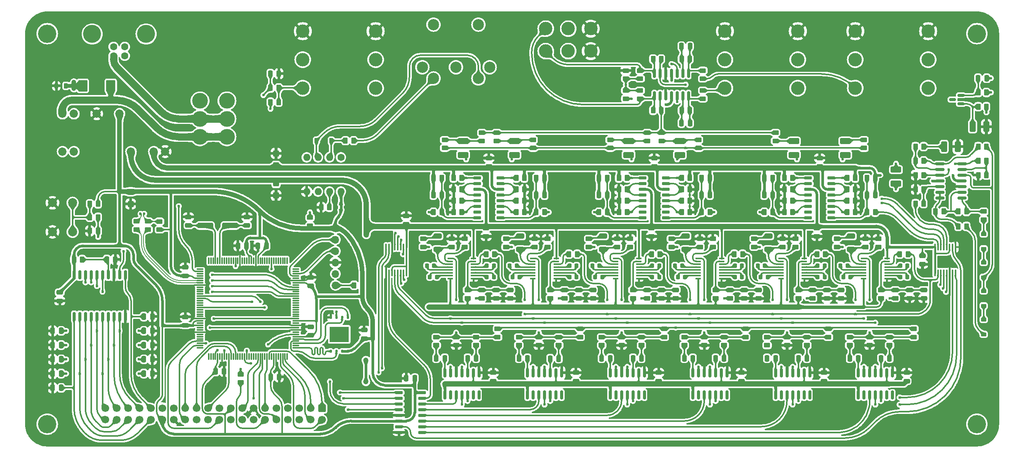
<source format=gbr>
%TF.GenerationSoftware,KiCad,Pcbnew,7.0.8*%
%TF.CreationDate,2023-12-29T15:46:01+01:00*%
%TF.ProjectId,overcycler3,6f766572-6379-4636-9c65-72332e6b6963,1*%
%TF.SameCoordinates,Original*%
%TF.FileFunction,Copper,L1,Top*%
%TF.FilePolarity,Positive*%
%FSLAX46Y46*%
G04 Gerber Fmt 4.6, Leading zero omitted, Abs format (unit mm)*
G04 Created by KiCad (PCBNEW 7.0.8) date 2023-12-29 15:46:01*
%MOMM*%
%LPD*%
G01*
G04 APERTURE LIST*
G04 Aperture macros list*
%AMRoundRect*
0 Rectangle with rounded corners*
0 $1 Rounding radius*
0 $2 $3 $4 $5 $6 $7 $8 $9 X,Y pos of 4 corners*
0 Add a 4 corners polygon primitive as box body*
4,1,4,$2,$3,$4,$5,$6,$7,$8,$9,$2,$3,0*
0 Add four circle primitives for the rounded corners*
1,1,$1+$1,$2,$3*
1,1,$1+$1,$4,$5*
1,1,$1+$1,$6,$7*
1,1,$1+$1,$8,$9*
0 Add four rect primitives between the rounded corners*
20,1,$1+$1,$2,$3,$4,$5,0*
20,1,$1+$1,$4,$5,$6,$7,0*
20,1,$1+$1,$6,$7,$8,$9,0*
20,1,$1+$1,$8,$9,$2,$3,0*%
G04 Aperture macros list end*
%TA.AperFunction,ComponentPad*%
%ADD10C,4.064000*%
%TD*%
%TA.AperFunction,SMDPad,CuDef*%
%ADD11RoundRect,0.250000X-0.450000X0.262500X-0.450000X-0.262500X0.450000X-0.262500X0.450000X0.262500X0*%
%TD*%
%TA.AperFunction,SMDPad,CuDef*%
%ADD12RoundRect,0.250000X0.475000X-0.250000X0.475000X0.250000X-0.475000X0.250000X-0.475000X-0.250000X0*%
%TD*%
%TA.AperFunction,SMDPad,CuDef*%
%ADD13RoundRect,0.250000X0.450000X-0.262500X0.450000X0.262500X-0.450000X0.262500X-0.450000X-0.262500X0*%
%TD*%
%TA.AperFunction,SMDPad,CuDef*%
%ADD14RoundRect,0.250000X-0.262500X-0.450000X0.262500X-0.450000X0.262500X0.450000X-0.262500X0.450000X0*%
%TD*%
%TA.AperFunction,SMDPad,CuDef*%
%ADD15RoundRect,0.250000X0.250000X0.475000X-0.250000X0.475000X-0.250000X-0.475000X0.250000X-0.475000X0*%
%TD*%
%TA.AperFunction,SMDPad,CuDef*%
%ADD16RoundRect,0.225000X-0.225000X-0.250000X0.225000X-0.250000X0.225000X0.250000X-0.225000X0.250000X0*%
%TD*%
%TA.AperFunction,SMDPad,CuDef*%
%ADD17RoundRect,0.250000X-0.475000X0.250000X-0.475000X-0.250000X0.475000X-0.250000X0.475000X0.250000X0*%
%TD*%
%TA.AperFunction,SMDPad,CuDef*%
%ADD18RoundRect,0.100000X-0.500000X-0.100000X0.500000X-0.100000X0.500000X0.100000X-0.500000X0.100000X0*%
%TD*%
%TA.AperFunction,SMDPad,CuDef*%
%ADD19RoundRect,0.250000X0.262500X0.450000X-0.262500X0.450000X-0.262500X-0.450000X0.262500X-0.450000X0*%
%TD*%
%TA.AperFunction,SMDPad,CuDef*%
%ADD20RoundRect,0.150000X0.150000X-0.825000X0.150000X0.825000X-0.150000X0.825000X-0.150000X-0.825000X0*%
%TD*%
%TA.AperFunction,SMDPad,CuDef*%
%ADD21RoundRect,0.250000X-0.250000X-0.475000X0.250000X-0.475000X0.250000X0.475000X-0.250000X0.475000X0*%
%TD*%
%TA.AperFunction,SMDPad,CuDef*%
%ADD22RoundRect,0.225000X0.225000X0.250000X-0.225000X0.250000X-0.225000X-0.250000X0.225000X-0.250000X0*%
%TD*%
%TA.AperFunction,SMDPad,CuDef*%
%ADD23RoundRect,0.100000X0.100000X-0.637500X0.100000X0.637500X-0.100000X0.637500X-0.100000X-0.637500X0*%
%TD*%
%TA.AperFunction,SMDPad,CuDef*%
%ADD24RoundRect,0.250000X0.650000X-0.325000X0.650000X0.325000X-0.650000X0.325000X-0.650000X-0.325000X0*%
%TD*%
%TA.AperFunction,ComponentPad*%
%ADD25C,3.000000*%
%TD*%
%TA.AperFunction,ComponentPad*%
%ADD26C,1.600000*%
%TD*%
%TA.AperFunction,ComponentPad*%
%ADD27C,4.000000*%
%TD*%
%TA.AperFunction,ComponentPad*%
%ADD28O,1.600000X1.600000*%
%TD*%
%TA.AperFunction,SMDPad,CuDef*%
%ADD29RoundRect,0.250000X-0.425000X0.450000X-0.425000X-0.450000X0.425000X-0.450000X0.425000X0.450000X0*%
%TD*%
%TA.AperFunction,SMDPad,CuDef*%
%ADD30RoundRect,0.250000X0.412500X0.925000X-0.412500X0.925000X-0.412500X-0.925000X0.412500X-0.925000X0*%
%TD*%
%TA.AperFunction,SMDPad,CuDef*%
%ADD31RoundRect,0.250000X-0.925000X0.412500X-0.925000X-0.412500X0.925000X-0.412500X0.925000X0.412500X0*%
%TD*%
%TA.AperFunction,SMDPad,CuDef*%
%ADD32RoundRect,0.150000X0.725000X0.150000X-0.725000X0.150000X-0.725000X-0.150000X0.725000X-0.150000X0*%
%TD*%
%TA.AperFunction,SMDPad,CuDef*%
%ADD33RoundRect,0.300000X1.450000X0.300000X-1.450000X0.300000X-1.450000X-0.300000X1.450000X-0.300000X0*%
%TD*%
%TA.AperFunction,ComponentPad*%
%ADD34C,1.850000*%
%TD*%
%TA.AperFunction,ComponentPad*%
%ADD35RoundRect,0.250000X-0.600000X0.600000X-0.600000X-0.600000X0.600000X-0.600000X0.600000X0.600000X0*%
%TD*%
%TA.AperFunction,ComponentPad*%
%ADD36C,1.700000*%
%TD*%
%TA.AperFunction,ComponentPad*%
%ADD37C,3.500000*%
%TD*%
%TA.AperFunction,SMDPad,CuDef*%
%ADD38RoundRect,0.225000X0.375000X-0.225000X0.375000X0.225000X-0.375000X0.225000X-0.375000X-0.225000X0*%
%TD*%
%TA.AperFunction,SMDPad,CuDef*%
%ADD39RoundRect,0.150000X0.150000X-0.875000X0.150000X0.875000X-0.150000X0.875000X-0.150000X-0.875000X0*%
%TD*%
%TA.AperFunction,SMDPad,CuDef*%
%ADD40RoundRect,0.150000X-0.725000X-0.150000X0.725000X-0.150000X0.725000X0.150000X-0.725000X0.150000X0*%
%TD*%
%TA.AperFunction,ComponentPad*%
%ADD41C,2.000000*%
%TD*%
%TA.AperFunction,SMDPad,CuDef*%
%ADD42RoundRect,0.150000X0.587500X0.150000X-0.587500X0.150000X-0.587500X-0.150000X0.587500X-0.150000X0*%
%TD*%
%TA.AperFunction,SMDPad,CuDef*%
%ADD43RoundRect,0.125000X-0.125000X0.200000X-0.125000X-0.200000X0.125000X-0.200000X0.125000X0.200000X0*%
%TD*%
%TA.AperFunction,SMDPad,CuDef*%
%ADD44R,4.300000X3.400000*%
%TD*%
%TA.AperFunction,SMDPad,CuDef*%
%ADD45RoundRect,0.075000X-0.075000X0.662500X-0.075000X-0.662500X0.075000X-0.662500X0.075000X0.662500X0*%
%TD*%
%TA.AperFunction,SMDPad,CuDef*%
%ADD46RoundRect,0.075000X-0.662500X0.075000X-0.662500X-0.075000X0.662500X-0.075000X0.662500X0.075000X0*%
%TD*%
%TA.AperFunction,SMDPad,CuDef*%
%ADD47RoundRect,0.150000X-0.825000X-0.150000X0.825000X-0.150000X0.825000X0.150000X-0.825000X0.150000X0*%
%TD*%
%TA.AperFunction,SMDPad,CuDef*%
%ADD48RoundRect,0.250000X-0.412500X-0.925000X0.412500X-0.925000X0.412500X0.925000X-0.412500X0.925000X0*%
%TD*%
%TA.AperFunction,SMDPad,CuDef*%
%ADD49RoundRect,0.250000X0.787500X1.025000X-0.787500X1.025000X-0.787500X-1.025000X0.787500X-1.025000X0*%
%TD*%
%TA.AperFunction,SMDPad,CuDef*%
%ADD50RoundRect,0.218750X-0.218750X-0.381250X0.218750X-0.381250X0.218750X0.381250X-0.218750X0.381250X0*%
%TD*%
%TA.AperFunction,ComponentPad*%
%ADD51O,1.700000X1.700000*%
%TD*%
%TA.AperFunction,SMDPad,CuDef*%
%ADD52RoundRect,0.100000X-0.100000X0.637500X-0.100000X-0.637500X0.100000X-0.637500X0.100000X0.637500X0*%
%TD*%
%TA.AperFunction,ComponentPad*%
%ADD53C,2.500000*%
%TD*%
%TA.AperFunction,SMDPad,CuDef*%
%ADD54RoundRect,0.225000X-0.225000X-0.375000X0.225000X-0.375000X0.225000X0.375000X-0.225000X0.375000X0*%
%TD*%
%TA.AperFunction,ViaPad*%
%ADD55C,0.600000*%
%TD*%
%TA.AperFunction,ViaPad*%
%ADD56C,1.200000*%
%TD*%
%TA.AperFunction,ViaPad*%
%ADD57C,0.800000*%
%TD*%
%TA.AperFunction,Conductor*%
%ADD58C,0.300000*%
%TD*%
%TA.AperFunction,Conductor*%
%ADD59C,0.600000*%
%TD*%
%TA.AperFunction,Conductor*%
%ADD60C,1.000000*%
%TD*%
%TA.AperFunction,Conductor*%
%ADD61C,0.400000*%
%TD*%
%TA.AperFunction,Conductor*%
%ADD62C,0.800000*%
%TD*%
%TA.AperFunction,Conductor*%
%ADD63C,1.200000*%
%TD*%
%TA.AperFunction,Conductor*%
%ADD64C,1.600000*%
%TD*%
%TA.AperFunction,Conductor*%
%ADD65C,0.875000*%
%TD*%
%TA.AperFunction,Conductor*%
%ADD66C,0.200000*%
%TD*%
G04 APERTURE END LIST*
D10*
%TO.P,HOLE2,1*%
%TO.N,N/C*%
X49142500Y-145317500D03*
%TD*%
%TO.P,HOLE3,1*%
%TO.N,N/C*%
X256142500Y-145317500D03*
%TD*%
%TO.P,HOLE4,1*%
%TO.N,N/C*%
X256142500Y-58317500D03*
%TD*%
%TO.P,HOLE1,1*%
%TO.N,N/C*%
X49142500Y-58317500D03*
%TD*%
D11*
%TO.P,R90,1*%
%TO.N,GND*%
X160495000Y-104001250D03*
%TO.P,R90,2*%
%TO.N,Net-(U13-SIG_IN-)*%
X160495000Y-105826250D03*
%TD*%
D12*
%TO.P,C9,1*%
%TO.N,/XTAL2*%
X80561250Y-101055000D03*
%TO.P,C9,2*%
%TO.N,GND*%
X80561250Y-99155000D03*
%TD*%
D11*
%TO.P,R76,1*%
%TO.N,Net-(C69-Pad2)*%
X188117500Y-104001250D03*
%TO.P,R76,2*%
%TO.N,Net-(IC2B-+)*%
X188117500Y-105826250D03*
%TD*%
D13*
%TO.P,R86,1*%
%TO.N,/DAC_FC1*%
X164305000Y-117256250D03*
%TO.P,R86,2*%
%TO.N,Net-(U13-FREQ_CTRL)*%
X164305000Y-115431250D03*
%TD*%
D14*
%TO.P,R44,1*%
%TO.N,Net-(R39-Pad1)*%
X184030000Y-63956250D03*
%TO.P,R44,2*%
%TO.N,Net-(U6D--)*%
X185855000Y-63956250D03*
%TD*%
D15*
%TO.P,C72,1*%
%TO.N,Net-(U12-VoutA)*%
X156050000Y-130631250D03*
%TO.P,C72,2*%
%TO.N,Net-(C72-Pad2)*%
X154150000Y-130631250D03*
%TD*%
D16*
%TO.P,C86,1*%
%TO.N,Net-(U15-C2B)*%
X220680000Y-112533750D03*
%TO.P,C86,2*%
%TO.N,Net-(U15-C2A)*%
X222230000Y-112533750D03*
%TD*%
D15*
%TO.P,C62,1*%
%TO.N,Net-(U10-VoutA)*%
X192880000Y-130631250D03*
%TO.P,C62,2*%
%TO.N,Net-(C62-Pad2)*%
X190980000Y-130631250D03*
%TD*%
D13*
%TO.P,R101,1*%
%TO.N,Net-(C82-Pad2)*%
X209395000Y-127733750D03*
%TO.P,R101,2*%
%TO.N,Net-(U15-SIG_IN+)*%
X209395000Y-125908750D03*
%TD*%
D14*
%TO.P,R15,1*%
%TO.N,Net-(U2A--)*%
X242450000Y-86657500D03*
%TO.P,R15,2*%
%TO.N,Net-(R15-Pad2)*%
X244275000Y-86657500D03*
%TD*%
D17*
%TO.P,C3,1*%
%TO.N,GND*%
X147477500Y-86025000D03*
%TO.P,C3,2*%
%TO.N,-5V*%
X147477500Y-87925000D03*
%TD*%
D12*
%TO.P,C19,1*%
%TO.N,+3.3V*%
X107820000Y-114505000D03*
%TO.P,C19,2*%
%TO.N,GND*%
X107820000Y-112605000D03*
%TD*%
D16*
%TO.P,C77,1*%
%TO.N,Net-(U13-C3A)*%
X152735000Y-112533750D03*
%TO.P,C77,2*%
%TO.N,Net-(U13-C3B)*%
X154285000Y-112533750D03*
%TD*%
D13*
%TO.P,R135,1*%
%TO.N,Net-(C102-Pad2)*%
X227810000Y-127733750D03*
%TO.P,R135,2*%
%TO.N,Net-(U19-SIG_IN+)*%
X227810000Y-125908750D03*
%TD*%
%TO.P,R4,1*%
%TO.N,/USB_D+*%
X71583750Y-101967500D03*
%TO.P,R4,2*%
%TO.N,/D+*%
X71583750Y-100142500D03*
%TD*%
D18*
%TO.P,U13,1,SIG_IN+*%
%TO.N,Net-(U13-SIG_IN+)*%
X157260000Y-108406250D03*
%TO.P,U13,2,SIG_IN-*%
%TO.N,Net-(U13-SIG_IN-)*%
X157260000Y-109041250D03*
%TO.P,U13,3,OUT*%
%TO.N,Net-(U13-OUT)*%
X157260000Y-109676250D03*
%TO.P,U13,4,C4A*%
%TO.N,Net-(U13-C4A)*%
X157260000Y-110311250D03*
%TO.P,U13,5,C4B*%
%TO.N,Net-(U13-C4B)*%
X157260000Y-110946250D03*
%TO.P,U13,6,C3A*%
%TO.N,Net-(U13-C3A)*%
X157260000Y-111581250D03*
%TO.P,U13,7,C3B*%
%TO.N,Net-(U13-C3B)*%
X157260000Y-112216250D03*
%TO.P,U13,8,V-*%
%TO.N,-5V*%
X157260000Y-112851250D03*
%TO.P,U13,9,GND*%
%TO.N,GND*%
X162460000Y-112851250D03*
%TO.P,U13,10,C2B*%
%TO.N,Net-(U13-C2B)*%
X162460000Y-112216250D03*
%TO.P,U13,11,C2A*%
%TO.N,Net-(U13-C2A)*%
X162460000Y-111581250D03*
%TO.P,U13,12,C1B*%
%TO.N,Net-(U13-C1B)*%
X162460000Y-110946250D03*
%TO.P,U13,13,C1A*%
%TO.N,Net-(U13-C1A)*%
X162460000Y-110311250D03*
%TO.P,U13,14,Q_CTRL*%
%TO.N,Net-(U13-Q_CTRL)*%
X162460000Y-109676250D03*
%TO.P,U13,15,FREQ_CTRL*%
%TO.N,Net-(U13-FREQ_CTRL)*%
X162460000Y-109041250D03*
%TO.P,U13,16,V+*%
%TO.N,+5V*%
X162460000Y-108406250D03*
%TD*%
D19*
%TO.P,R26,1*%
%TO.N,Net-(J3-Pad4)*%
X117346250Y-82153750D03*
%TO.P,R26,2*%
%TO.N,Net-(D5-K)*%
X115521250Y-82153750D03*
%TD*%
D15*
%TO.P,C52,1*%
%TO.N,Net-(U8-VoutA)*%
X137635000Y-130631250D03*
%TO.P,C52,2*%
%TO.N,Net-(C52-Pad2)*%
X135735000Y-130631250D03*
%TD*%
D20*
%TO.P,U8,1,VDD*%
%TO.N,+5V*%
X137635000Y-138821250D03*
%TO.P,U8,2,NC*%
%TO.N,unconnected-(U8-NC-Pad2)*%
X138905000Y-138821250D03*
%TO.P,U8,3,~{CS}*%
%TO.N,/SPI_CS1*%
X140175000Y-138821250D03*
%TO.P,U8,4,SCK*%
%TO.N,SPI_SCK*%
X141445000Y-138821250D03*
%TO.P,U8,5,SDI*%
%TO.N,SPI_MOSI*%
X142715000Y-138821250D03*
%TO.P,U8,6,NC*%
%TO.N,unconnected-(U8-NC-Pad6)*%
X143985000Y-138821250D03*
%TO.P,U8,7,NC*%
%TO.N,unconnected-(U8-NC-Pad7)*%
X145255000Y-138821250D03*
%TO.P,U8,8,~{LDAC}*%
%TO.N,GND*%
X145255000Y-133871250D03*
%TO.P,U8,9,~{SHDN}*%
%TO.N,+5V*%
X143985000Y-133871250D03*
%TO.P,U8,10,VoutB*%
%TO.N,Net-(U8-VoutB)*%
X142715000Y-133871250D03*
%TO.P,U8,11,VrefB*%
%TO.N,DAC_MIXB*%
X141445000Y-133871250D03*
%TO.P,U8,12,AVSS*%
%TO.N,GND*%
X140175000Y-133871250D03*
%TO.P,U8,13,VrefA*%
%TO.N,DAC_MIXA*%
X138905000Y-133871250D03*
%TO.P,U8,14,VoutA*%
%TO.N,Net-(U8-VoutA)*%
X137635000Y-133871250D03*
%TD*%
D21*
%TO.P,C100,1*%
%TO.N,-5V*%
X171927500Y-94277500D03*
%TO.P,C100,2*%
%TO.N,Net-(IC2A-Iabc)*%
X173827500Y-94277500D03*
%TD*%
D11*
%TO.P,R66,1*%
%TO.N,NOISE*%
X204627500Y-124083750D03*
%TO.P,R66,2*%
%TO.N,Net-(U11-SIG_IN+)*%
X204627500Y-125908750D03*
%TD*%
D21*
%TO.P,C90,1*%
%TO.N,-5V*%
X208757500Y-94277500D03*
%TO.P,C90,2*%
%TO.N,Net-(IC3A-Iabc)*%
X210657500Y-94277500D03*
%TD*%
D12*
%TO.P,C14,1*%
%TO.N,+5V*%
X203675000Y-135708750D03*
%TO.P,C14,2*%
%TO.N,GND*%
X203675000Y-133808750D03*
%TD*%
D19*
%TO.P,R148,1*%
%TO.N,-5V*%
X233480000Y-90467500D03*
%TO.P,R148,2*%
%TO.N,Net-(IC3B-Iabc)*%
X231655000Y-90467500D03*
%TD*%
D21*
%TO.P,C83,1*%
%TO.N,Net-(U14-VoutB)*%
X216375000Y-130631250D03*
%TO.P,C83,2*%
%TO.N,Net-(C83-Pad2)*%
X218275000Y-130631250D03*
%TD*%
D14*
%TO.P,R113,1*%
%TO.N,/DAC_VCA4*%
X208795000Y-98087500D03*
%TO.P,R113,2*%
%TO.N,Net-(IC3A-Iabc)*%
X210620000Y-98087500D03*
%TD*%
D19*
%TO.P,R16,1*%
%TO.N,Net-(J2-PadT)*%
X100677500Y-73590000D03*
%TO.P,R16,2*%
%TO.N,+3.3V*%
X98852500Y-73590000D03*
%TD*%
D18*
%TO.P,U11,1,SIG_IN+*%
%TO.N,Net-(U11-SIG_IN+)*%
X194090000Y-108406250D03*
%TO.P,U11,2,SIG_IN-*%
%TO.N,Net-(U11-SIG_IN-)*%
X194090000Y-109041250D03*
%TO.P,U11,3,OUT*%
%TO.N,Net-(U11-OUT)*%
X194090000Y-109676250D03*
%TO.P,U11,4,C4A*%
%TO.N,Net-(U11-C4A)*%
X194090000Y-110311250D03*
%TO.P,U11,5,C4B*%
%TO.N,Net-(U11-C4B)*%
X194090000Y-110946250D03*
%TO.P,U11,6,C3A*%
%TO.N,Net-(U11-C3A)*%
X194090000Y-111581250D03*
%TO.P,U11,7,C3B*%
%TO.N,Net-(U11-C3B)*%
X194090000Y-112216250D03*
%TO.P,U11,8,V-*%
%TO.N,-5V*%
X194090000Y-112851250D03*
%TO.P,U11,9,GND*%
%TO.N,GND*%
X199290000Y-112851250D03*
%TO.P,U11,10,C2B*%
%TO.N,Net-(U11-C2B)*%
X199290000Y-112216250D03*
%TO.P,U11,11,C2A*%
%TO.N,Net-(U11-C2A)*%
X199290000Y-111581250D03*
%TO.P,U11,12,C1B*%
%TO.N,Net-(U11-C1B)*%
X199290000Y-110946250D03*
%TO.P,U11,13,C1A*%
%TO.N,Net-(U11-C1A)*%
X199290000Y-110311250D03*
%TO.P,U11,14,Q_CTRL*%
%TO.N,Net-(U11-Q_CTRL)*%
X199290000Y-109676250D03*
%TO.P,U11,15,FREQ_CTRL*%
%TO.N,Net-(U11-FREQ_CTRL)*%
X199290000Y-109041250D03*
%TO.P,U11,16,V+*%
%TO.N,+5V*%
X199290000Y-108406250D03*
%TD*%
D14*
%TO.P,R130,1*%
%TO.N,/DAC_VCA2*%
X171965000Y-98087500D03*
%TO.P,R130,2*%
%TO.N,Net-(IC2A-Iabc)*%
X173790000Y-98087500D03*
%TD*%
D19*
%TO.P,R87,1*%
%TO.N,DAC_RES*%
X167122500Y-107453750D03*
%TO.P,R87,2*%
%TO.N,Net-(U13-Q_CTRL)*%
X165297500Y-107453750D03*
%TD*%
%TO.P,R70,1*%
%TO.N,DAC_RES*%
X203952500Y-107453750D03*
%TO.P,R70,2*%
%TO.N,Net-(U11-Q_CTRL)*%
X202127500Y-107453750D03*
%TD*%
D22*
%TO.P,C85,1*%
%TO.N,Net-(U15-C1B)*%
X222230000Y-109993750D03*
%TO.P,C85,2*%
%TO.N,Net-(U15-C1A)*%
X220680000Y-109993750D03*
%TD*%
D11*
%TO.P,R57,1*%
%TO.N,Net-(U9-FREQ_CTRL)*%
X142715000Y-115431250D03*
%TO.P,R57,2*%
%TO.N,-5V*%
X142715000Y-117256250D03*
%TD*%
D19*
%TO.P,R116,1*%
%TO.N,Net-(IC3A-buffer_out)*%
X215065000Y-90467500D03*
%TO.P,R116,2*%
%TO.N,-5V*%
X213240000Y-90467500D03*
%TD*%
D16*
%TO.P,C66,1*%
%TO.N,Net-(U11-C2B)*%
X202265000Y-112533750D03*
%TO.P,C66,2*%
%TO.N,Net-(U11-C2A)*%
X203815000Y-112533750D03*
%TD*%
D13*
%TO.P,R54,1*%
%TO.N,GND*%
X140175000Y-127733750D03*
%TO.P,R54,2*%
%TO.N,Net-(U9-SIG_IN+)*%
X140175000Y-125908750D03*
%TD*%
D17*
%TO.P,C32,1*%
%TO.N,+3.3V*%
X51910000Y-115947500D03*
%TO.P,C32,2*%
%TO.N,GND*%
X51910000Y-117847500D03*
%TD*%
D14*
%TO.P,R43,1*%
%TO.N,Net-(R38-Pad1)*%
X184030000Y-75386250D03*
%TO.P,R43,2*%
%TO.N,Net-(U6A--)*%
X185855000Y-75386250D03*
%TD*%
D11*
%TO.P,R32,1*%
%TO.N,Net-(U6A--)*%
X149223750Y-80387500D03*
%TO.P,R32,2*%
%TO.N,/OUT_V1*%
X149223750Y-82212500D03*
%TD*%
D22*
%TO.P,C55,1*%
%TO.N,Net-(U9-C1B)*%
X148570000Y-109993750D03*
%TO.P,C55,2*%
%TO.N,Net-(U9-C1A)*%
X147020000Y-109993750D03*
%TD*%
D14*
%TO.P,R42,1*%
%TO.N,+3.3V*%
X55085000Y-108642500D03*
%TO.P,R42,2*%
%TO.N,Net-(U4-REF+)*%
X56910000Y-108642500D03*
%TD*%
D11*
%TO.P,R83,1*%
%TO.N,NOISE*%
X167797500Y-124083750D03*
%TO.P,R83,2*%
%TO.N,Net-(U13-SIG_IN+)*%
X167797500Y-125908750D03*
%TD*%
D17*
%TO.P,C2,1*%
%TO.N,+5V*%
X146842500Y-101582500D03*
%TO.P,C2,2*%
%TO.N,GND*%
X146842500Y-103482500D03*
%TD*%
D22*
%TO.P,C108,1*%
%TO.N,Net-(U19-C4A)*%
X227310000Y-109993750D03*
%TO.P,C108,2*%
%TO.N,Net-(U19-C4B)*%
X225760000Y-109993750D03*
%TD*%
D23*
%TO.P,U20,1,/LDAC*%
%TO.N,GND*%
X124565000Y-111586250D03*
%TO.P,U20,2,/SYNC*%
%TO.N,/SPI_CS0*%
X125215000Y-111586250D03*
%TO.P,U20,3,VDD*%
%TO.N,+5V*%
X125865000Y-111586250D03*
%TO.P,U20,4,VOUTA*%
%TO.N,DAC_MIXB*%
X126515000Y-111586250D03*
%TO.P,U20,5,VOUTB*%
%TO.N,DAC_MIXA*%
X127165000Y-111586250D03*
%TO.P,U20,6,VOUTC*%
%TO.N,/DAC_FC0*%
X127815000Y-111586250D03*
%TO.P,U20,7,VOUTD*%
%TO.N,/DAC_FC1*%
X128465000Y-111586250D03*
%TO.P,U20,8,VREFABCD*%
%TO.N,+5V*%
X129115000Y-111586250D03*
%TO.P,U20,9,VREFEFGH*%
X129115000Y-105861250D03*
%TO.P,U20,10,VOUTE*%
%TO.N,/DAC_FC2*%
X128465000Y-105861250D03*
%TO.P,U20,11,VOUTF*%
%TO.N,/DAC_VCA0*%
X127815000Y-105861250D03*
%TO.P,U20,12,VOUTG*%
%TO.N,/DAC_VCA1*%
X127165000Y-105861250D03*
%TO.P,U20,13,VOUTH*%
%TO.N,/DAC_VCA2*%
X126515000Y-105861250D03*
%TO.P,U20,14,GND*%
%TO.N,GND*%
X125865000Y-105861250D03*
%TO.P,U20,15,DIN*%
%TO.N,SPI_MOSI*%
X125215000Y-105861250D03*
%TO.P,U20,16,SCLK*%
%TO.N,SPI_SCK*%
X124565000Y-105861250D03*
%TD*%
D15*
%TO.P,C29,1*%
%TO.N,+3.3V*%
X130965000Y-135076250D03*
%TO.P,C29,2*%
%TO.N,GND*%
X129065000Y-135076250D03*
%TD*%
D13*
%TO.P,R67,1*%
%TO.N,Net-(C62-Pad2)*%
X190980000Y-127733750D03*
%TO.P,R67,2*%
%TO.N,Net-(U11-SIG_IN+)*%
X190980000Y-125908750D03*
%TD*%
D17*
%TO.P,C4,1*%
%TO.N,+5V*%
X183672500Y-101582500D03*
%TO.P,C4,2*%
%TO.N,GND*%
X183672500Y-103482500D03*
%TD*%
D21*
%TO.P,C35,1*%
%TO.N,Net-(Q1-E)*%
X256382500Y-68242500D03*
%TO.P,C35,2*%
%TO.N,Net-(U2A-+)*%
X258282500Y-68242500D03*
%TD*%
D24*
%TO.P,C109,1*%
%TO.N,Net-(U19-OUT)*%
X228122500Y-106388750D03*
%TO.P,C109,2*%
%TO.N,Net-(C109-Pad2)*%
X228122500Y-103438750D03*
%TD*%
D19*
%TO.P,R115,1*%
%TO.N,Net-(IC3A-buffer_in)*%
X215065000Y-93007500D03*
%TO.P,R115,2*%
%TO.N,GND*%
X213240000Y-93007500D03*
%TD*%
D25*
%TO.P,J4,R*%
%TO.N,Net-(J4-PadR)*%
X200027500Y-64115000D03*
%TO.P,J4,RN*%
%TO.N,unconnected-(J4-PadRN)*%
X216257500Y-64115000D03*
%TO.P,J4,S*%
%TO.N,GND*%
X200027500Y-57765000D03*
%TO.P,J4,SN*%
X216257500Y-57765000D03*
%TO.P,J4,T*%
%TO.N,Net-(J4-PadT)*%
X200027500Y-70465000D03*
%TO.P,J4,TN*%
%TO.N,Net-(J4-PadTN)*%
X216257500Y-70465000D03*
%TD*%
D13*
%TO.P,R29,1*%
%TO.N,Net-(U6D--)*%
X174465000Y-83800000D03*
%TO.P,R29,2*%
%TO.N,/OUT_V2*%
X174465000Y-81975000D03*
%TD*%
D11*
%TO.P,R48,1*%
%TO.N,Net-(C51-Pad2)*%
X195102500Y-66536250D03*
%TO.P,R48,2*%
%TO.N,Net-(J5-PadT)*%
X195102500Y-68361250D03*
%TD*%
D13*
%TO.P,R68,1*%
%TO.N,Net-(C63-Pad2)*%
X199860000Y-127733750D03*
%TO.P,R68,2*%
%TO.N,Net-(U11-SIG_IN+)*%
X199860000Y-125908750D03*
%TD*%
%TO.P,R143,1*%
%TO.N,Net-(U19-OUT)*%
X231297500Y-105826250D03*
%TO.P,R143,2*%
%TO.N,GND*%
X231297500Y-104001250D03*
%TD*%
D14*
%TO.P,R46,1*%
%TO.N,Net-(U6C--)*%
X190380000Y-63956250D03*
%TO.P,R46,2*%
%TO.N,Net-(C51-Pad2)*%
X192205000Y-63956250D03*
%TD*%
D22*
%TO.P,C75,1*%
%TO.N,Net-(U13-C1B)*%
X166985000Y-109993750D03*
%TO.P,C75,2*%
%TO.N,Net-(U13-C1A)*%
X165435000Y-109993750D03*
%TD*%
D14*
%TO.P,R82,1*%
%TO.N,Net-(IC2B-buffer_out)*%
X190380000Y-90467500D03*
%TO.P,R82,2*%
%TO.N,-5V*%
X192205000Y-90467500D03*
%TD*%
D12*
%TO.P,C104,1*%
%TO.N,GND*%
X244315000Y-117293750D03*
%TO.P,C104,2*%
%TO.N,Net-(U19-FREQ_CTRL)*%
X244315000Y-115393750D03*
%TD*%
D25*
%TO.P,J2,R*%
%TO.N,unconnected-(J2-PadR)*%
X106027500Y-64115000D03*
%TO.P,J2,RN*%
%TO.N,unconnected-(J2-PadRN)*%
X122257500Y-64115000D03*
%TO.P,J2,S*%
%TO.N,GND*%
X106027500Y-57765000D03*
%TO.P,J2,SN*%
X122257500Y-57765000D03*
%TO.P,J2,T*%
%TO.N,Net-(J2-PadT)*%
X106027500Y-70465000D03*
%TO.P,J2,TN*%
X122257500Y-70465000D03*
%TD*%
D12*
%TO.P,C84,1*%
%TO.N,GND*%
X225900000Y-117293750D03*
%TO.P,C84,2*%
%TO.N,Net-(U15-FREQ_CTRL)*%
X225900000Y-115393750D03*
%TD*%
D11*
%TO.P,R49,1*%
%TO.N,NOISE*%
X149382500Y-124083750D03*
%TO.P,R49,2*%
%TO.N,Net-(U9-SIG_IN+)*%
X149382500Y-125908750D03*
%TD*%
D24*
%TO.P,C59,1*%
%TO.N,Net-(U9-OUT)*%
X136047500Y-106388750D03*
%TO.P,C59,2*%
%TO.N,Net-(C59-Pad2)*%
X136047500Y-103438750D03*
%TD*%
D21*
%TO.P,C51,1*%
%TO.N,Net-(U6C--)*%
X190342500Y-61098750D03*
%TO.P,C51,2*%
%TO.N,Net-(C51-Pad2)*%
X192242500Y-61098750D03*
%TD*%
D26*
%TO.P,J1,1,VBUS*%
%TO.N,/USB_VBUS*%
X63892500Y-63260000D03*
%TO.P,J1,2,D-*%
%TO.N,/D-*%
X66392500Y-63260000D03*
%TO.P,J1,3,D+*%
%TO.N,/D+*%
X66392500Y-61260000D03*
%TO.P,J1,4,GND*%
%TO.N,/USB_GND*%
X63892500Y-61260000D03*
D27*
%TO.P,J1,5,Shield*%
%TO.N,unconnected-(J1-Shield-Pad5)*%
X59142500Y-58400000D03*
X71142500Y-58400000D03*
%TD*%
D22*
%TO.P,C68,1*%
%TO.N,Net-(U11-C4A)*%
X190480000Y-109993750D03*
%TO.P,C68,2*%
%TO.N,Net-(U11-C4B)*%
X188930000Y-109993750D03*
%TD*%
D19*
%TO.P,R111,1*%
%TO.N,Net-(IC3A--)*%
X215065000Y-95547500D03*
%TO.P,R111,2*%
%TO.N,GND*%
X213240000Y-95547500D03*
%TD*%
%TO.P,R11,1*%
%TO.N,Net-(C36-Pad1)*%
X244275000Y-83482500D03*
%TO.P,R11,2*%
%TO.N,Net-(U2A--)*%
X242450000Y-83482500D03*
%TD*%
D26*
%TO.P,OC1,1*%
%TO.N,N/C*%
X114518750Y-85873750D03*
D28*
%TO.P,OC1,2,A*%
%TO.N,Net-(D5-K)*%
X111978750Y-85873750D03*
%TO.P,OC1,3,C*%
%TO.N,Net-(D5-A)*%
X109438750Y-85873750D03*
%TO.P,OC1,4*%
%TO.N,N/C*%
X106898750Y-85873750D03*
%TO.P,OC1,5,GND*%
%TO.N,GND*%
X106898750Y-93493750D03*
%TO.P,OC1,6,VO*%
%TO.N,/MIDI_IN*%
X109438750Y-93493750D03*
%TO.P,OC1,7,VB*%
%TO.N,Net-(OC1-VB)*%
X111978750Y-93493750D03*
%TO.P,OC1,8,VCC*%
%TO.N,+3.3V*%
X114518750Y-93493750D03*
%TD*%
D19*
%TO.P,R138,1*%
%TO.N,DAC_RES*%
X240782500Y-107453750D03*
%TO.P,R138,2*%
%TO.N,Net-(U19-Q_CTRL)*%
X238957500Y-107453750D03*
%TD*%
%TO.P,R104,1*%
%TO.N,DAC_RES*%
X222367500Y-107453750D03*
%TO.P,R104,2*%
%TO.N,Net-(U15-Q_CTRL)*%
X220542500Y-107453750D03*
%TD*%
D21*
%TO.P,C38,1*%
%TO.N,/P_9*%
X70645000Y-121342500D03*
%TO.P,C38,2*%
%TO.N,GND*%
X72545000Y-121342500D03*
%TD*%
D11*
%TO.P,R108,1*%
%TO.N,Net-(U15-FREQ_CTRL)*%
X216375000Y-115431250D03*
%TO.P,R108,2*%
%TO.N,-5V*%
X216375000Y-117256250D03*
%TD*%
%TO.P,R93,1*%
%TO.N,Net-(C79-Pad2)*%
X151287500Y-104001250D03*
%TO.P,R93,2*%
%TO.N,Net-(IC1B-+)*%
X151287500Y-105826250D03*
%TD*%
D19*
%TO.P,R18,1*%
%TO.N,Net-(D1-A)*%
X253800000Y-101262500D03*
%TO.P,R18,2*%
%TO.N,Net-(U2B--)*%
X251975000Y-101262500D03*
%TD*%
D12*
%TO.P,C17,1*%
%TO.N,+5V*%
X129062500Y-100783750D03*
%TO.P,C17,2*%
%TO.N,GND*%
X129062500Y-98883750D03*
%TD*%
D18*
%TO.P,U17,1,SIG_IN+*%
%TO.N,Net-(U17-SIG_IN+)*%
X175675000Y-108406250D03*
%TO.P,U17,2,SIG_IN-*%
%TO.N,Net-(U17-SIG_IN-)*%
X175675000Y-109041250D03*
%TO.P,U17,3,OUT*%
%TO.N,Net-(U17-OUT)*%
X175675000Y-109676250D03*
%TO.P,U17,4,C4A*%
%TO.N,Net-(U17-C4A)*%
X175675000Y-110311250D03*
%TO.P,U17,5,C4B*%
%TO.N,Net-(U17-C4B)*%
X175675000Y-110946250D03*
%TO.P,U17,6,C3A*%
%TO.N,Net-(U17-C3A)*%
X175675000Y-111581250D03*
%TO.P,U17,7,C3B*%
%TO.N,Net-(U17-C3B)*%
X175675000Y-112216250D03*
%TO.P,U17,8,V-*%
%TO.N,-5V*%
X175675000Y-112851250D03*
%TO.P,U17,9,GND*%
%TO.N,GND*%
X180875000Y-112851250D03*
%TO.P,U17,10,C2B*%
%TO.N,Net-(U17-C2B)*%
X180875000Y-112216250D03*
%TO.P,U17,11,C2A*%
%TO.N,Net-(U17-C2A)*%
X180875000Y-111581250D03*
%TO.P,U17,12,C1B*%
%TO.N,Net-(U17-C1B)*%
X180875000Y-110946250D03*
%TO.P,U17,13,C1A*%
%TO.N,Net-(U17-C1A)*%
X180875000Y-110311250D03*
%TO.P,U17,14,Q_CTRL*%
%TO.N,Net-(U17-Q_CTRL)*%
X180875000Y-109676250D03*
%TO.P,U17,15,FREQ_CTRL*%
%TO.N,Net-(U17-FREQ_CTRL)*%
X180875000Y-109041250D03*
%TO.P,U17,16,V+*%
%TO.N,+5V*%
X180875000Y-108406250D03*
%TD*%
D11*
%TO.P,R142,1*%
%TO.N,Net-(U19-FREQ_CTRL)*%
X234790000Y-115431250D03*
%TO.P,R142,2*%
%TO.N,-5V*%
X234790000Y-117256250D03*
%TD*%
%TO.P,R107,1*%
%TO.N,GND*%
X215740000Y-104001250D03*
%TO.P,R107,2*%
%TO.N,Net-(U15-SIG_IN-)*%
X215740000Y-105826250D03*
%TD*%
D21*
%TO.P,C63,1*%
%TO.N,Net-(U10-VoutB)*%
X197960000Y-130631250D03*
%TO.P,C63,2*%
%TO.N,Net-(C63-Pad2)*%
X199860000Y-130631250D03*
%TD*%
D18*
%TO.P,U19,1,SIG_IN+*%
%TO.N,Net-(U19-SIG_IN+)*%
X230920000Y-108406250D03*
%TO.P,U19,2,SIG_IN-*%
%TO.N,Net-(U19-SIG_IN-)*%
X230920000Y-109041250D03*
%TO.P,U19,3,OUT*%
%TO.N,Net-(U19-OUT)*%
X230920000Y-109676250D03*
%TO.P,U19,4,C4A*%
%TO.N,Net-(U19-C4A)*%
X230920000Y-110311250D03*
%TO.P,U19,5,C4B*%
%TO.N,Net-(U19-C4B)*%
X230920000Y-110946250D03*
%TO.P,U19,6,C3A*%
%TO.N,Net-(U19-C3A)*%
X230920000Y-111581250D03*
%TO.P,U19,7,C3B*%
%TO.N,Net-(U19-C3B)*%
X230920000Y-112216250D03*
%TO.P,U19,8,V-*%
%TO.N,-5V*%
X230920000Y-112851250D03*
%TO.P,U19,9,GND*%
%TO.N,GND*%
X236120000Y-112851250D03*
%TO.P,U19,10,C2B*%
%TO.N,Net-(U19-C2B)*%
X236120000Y-112216250D03*
%TO.P,U19,11,C2A*%
%TO.N,Net-(U19-C2A)*%
X236120000Y-111581250D03*
%TO.P,U19,12,C1B*%
%TO.N,Net-(U19-C1B)*%
X236120000Y-110946250D03*
%TO.P,U19,13,C1A*%
%TO.N,Net-(U19-C1A)*%
X236120000Y-110311250D03*
%TO.P,U19,14,Q_CTRL*%
%TO.N,Net-(U19-Q_CTRL)*%
X236120000Y-109676250D03*
%TO.P,U19,15,FREQ_CTRL*%
%TO.N,Net-(U19-FREQ_CTRL)*%
X236120000Y-109041250D03*
%TO.P,U19,16,V+*%
%TO.N,+5V*%
X236120000Y-108406250D03*
%TD*%
D21*
%TO.P,C42,1*%
%TO.N,/P_5*%
X70645000Y-134042500D03*
%TO.P,C42,2*%
%TO.N,GND*%
X72545000Y-134042500D03*
%TD*%
D19*
%TO.P,R64,1*%
%TO.N,Net-(IC1A-buffer_in)*%
X141405000Y-93007500D03*
%TO.P,R64,2*%
%TO.N,GND*%
X139580000Y-93007500D03*
%TD*%
D16*
%TO.P,C106,1*%
%TO.N,Net-(U19-C2B)*%
X239095000Y-112533750D03*
%TO.P,C106,2*%
%TO.N,Net-(U19-C2A)*%
X240645000Y-112533750D03*
%TD*%
D13*
%TO.P,R126,1*%
%TO.N,Net-(U17-OUT)*%
X176052500Y-105826250D03*
%TO.P,R126,2*%
%TO.N,GND*%
X176052500Y-104001250D03*
%TD*%
D16*
%TO.P,C76,1*%
%TO.N,Net-(U13-C2B)*%
X165435000Y-112533750D03*
%TO.P,C76,2*%
%TO.N,Net-(U13-C2A)*%
X166985000Y-112533750D03*
%TD*%
D11*
%TO.P,R74,1*%
%TO.N,Net-(U11-FREQ_CTRL)*%
X197960000Y-115431250D03*
%TO.P,R74,2*%
%TO.N,-5V*%
X197960000Y-117256250D03*
%TD*%
D15*
%TO.P,C45,1*%
%TO.N,/P_2*%
X52225000Y-130867500D03*
%TO.P,C45,2*%
%TO.N,GND*%
X50325000Y-130867500D03*
%TD*%
D14*
%TO.P,R145,1*%
%TO.N,Net-(IC3B--)*%
X227210000Y-95547500D03*
%TO.P,R145,2*%
%TO.N,GND*%
X229035000Y-95547500D03*
%TD*%
D21*
%TO.P,C40,1*%
%TO.N,/P_7*%
X70645000Y-127692500D03*
%TO.P,C40,2*%
%TO.N,GND*%
X72545000Y-127692500D03*
%TD*%
D22*
%TO.P,C88,1*%
%TO.N,Net-(U15-C4A)*%
X208895000Y-109993750D03*
%TO.P,C88,2*%
%TO.N,Net-(U15-C4B)*%
X207345000Y-109993750D03*
%TD*%
D15*
%TO.P,C25,1*%
%TO.N,+3.3V*%
X93500000Y-105585000D03*
%TO.P,C25,2*%
%TO.N,GND*%
X91600000Y-105585000D03*
%TD*%
D14*
%TO.P,R149,1*%
%TO.N,Net-(IC3B-buffer_in)*%
X227210000Y-93007500D03*
%TO.P,R149,2*%
%TO.N,GND*%
X229035000Y-93007500D03*
%TD*%
D21*
%TO.P,C93,1*%
%TO.N,Net-(U16-VoutB)*%
X179545000Y-130631250D03*
%TO.P,C93,2*%
%TO.N,Net-(C93-Pad2)*%
X181445000Y-130631250D03*
%TD*%
D15*
%TO.P,C8,1*%
%TO.N,/RESET*%
X60480000Y-102251250D03*
%TO.P,C8,2*%
%TO.N,GND*%
X58580000Y-102251250D03*
%TD*%
D14*
%TO.P,R99,1*%
%TO.N,Net-(IC1B-buffer_out)*%
X153550000Y-90467500D03*
%TO.P,R99,2*%
%TO.N,-5V*%
X155375000Y-90467500D03*
%TD*%
D21*
%TO.P,C23,1*%
%TO.N,+3.3V*%
X98870000Y-134795000D03*
%TO.P,C23,2*%
%TO.N,GND*%
X100770000Y-134795000D03*
%TD*%
D13*
%TO.P,R2,1*%
%TO.N,/USB_D-*%
X69043750Y-101967500D03*
%TO.P,R2,2*%
%TO.N,/D-*%
X69043750Y-100142500D03*
%TD*%
D19*
%TO.P,R19,1*%
%TO.N,Net-(D2-K)*%
X258245000Y-83482500D03*
%TO.P,R19,2*%
%TO.N,Net-(R15-Pad2)*%
X256420000Y-83482500D03*
%TD*%
D15*
%TO.P,C18,1*%
%TO.N,+3.3V*%
X97945000Y-105585000D03*
%TO.P,C18,2*%
%TO.N,GND*%
X96045000Y-105585000D03*
%TD*%
D29*
%TO.P,C31,1*%
%TO.N,+3.3V*%
X67697500Y-93562500D03*
%TO.P,C31,2*%
%TO.N,GND*%
X67697500Y-96262500D03*
%TD*%
D13*
%TO.P,R109,1*%
%TO.N,Net-(U15-OUT)*%
X212882500Y-105826250D03*
%TO.P,R109,2*%
%TO.N,GND*%
X212882500Y-104001250D03*
%TD*%
D19*
%TO.P,R97,1*%
%TO.N,-5V*%
X159820000Y-90467500D03*
%TO.P,R97,2*%
%TO.N,Net-(IC1B-Iabc)*%
X157995000Y-90467500D03*
%TD*%
D15*
%TO.P,C70,1*%
%TO.N,-5V*%
X196687500Y-94277500D03*
%TO.P,C70,2*%
%TO.N,Net-(IC2B-Iabc)*%
X194787500Y-94277500D03*
%TD*%
D13*
%TO.P,R21,1*%
%TO.N,+3.3V*%
X107631250Y-101100000D03*
%TO.P,R21,2*%
%TO.N,/MIDI_IN*%
X107631250Y-99275000D03*
%TD*%
%TO.P,R37,1*%
%TO.N,+5V*%
X177957500Y-72806250D03*
%TO.P,R37,2*%
%TO.N,/ADC_MIX*%
X177957500Y-70981250D03*
%TD*%
D30*
%TO.P,C33,1*%
%TO.N,GND*%
X258235000Y-79037500D03*
%TO.P,C33,2*%
%TO.N,Net-(Q1-B)*%
X255160000Y-79037500D03*
%TD*%
D19*
%TO.P,R133,1*%
%TO.N,Net-(IC2A-buffer_out)*%
X178235000Y-90467500D03*
%TO.P,R133,2*%
%TO.N,-5V*%
X176410000Y-90467500D03*
%TD*%
D31*
%TO.P,C48,1*%
%TO.N,Net-(C48-Pad1)*%
X238123750Y-88612500D03*
%TO.P,C48,2*%
%TO.N,NOISE*%
X238123750Y-91687500D03*
%TD*%
D18*
%TO.P,U9,1,SIG_IN+*%
%TO.N,Net-(U9-SIG_IN+)*%
X138845000Y-108406250D03*
%TO.P,U9,2,SIG_IN-*%
%TO.N,Net-(U9-SIG_IN-)*%
X138845000Y-109041250D03*
%TO.P,U9,3,OUT*%
%TO.N,Net-(U9-OUT)*%
X138845000Y-109676250D03*
%TO.P,U9,4,C4A*%
%TO.N,Net-(U9-C4A)*%
X138845000Y-110311250D03*
%TO.P,U9,5,C4B*%
%TO.N,Net-(U9-C4B)*%
X138845000Y-110946250D03*
%TO.P,U9,6,C3A*%
%TO.N,Net-(U9-C3A)*%
X138845000Y-111581250D03*
%TO.P,U9,7,C3B*%
%TO.N,Net-(U9-C3B)*%
X138845000Y-112216250D03*
%TO.P,U9,8,V-*%
%TO.N,-5V*%
X138845000Y-112851250D03*
%TO.P,U9,9,GND*%
%TO.N,GND*%
X144045000Y-112851250D03*
%TO.P,U9,10,C2B*%
%TO.N,Net-(U9-C2B)*%
X144045000Y-112216250D03*
%TO.P,U9,11,C2A*%
%TO.N,Net-(U9-C2A)*%
X144045000Y-111581250D03*
%TO.P,U9,12,C1B*%
%TO.N,Net-(U9-C1B)*%
X144045000Y-110946250D03*
%TO.P,U9,13,C1A*%
%TO.N,Net-(U9-C1A)*%
X144045000Y-110311250D03*
%TO.P,U9,14,Q_CTRL*%
%TO.N,Net-(U9-Q_CTRL)*%
X144045000Y-109676250D03*
%TO.P,U9,15,FREQ_CTRL*%
%TO.N,Net-(U9-FREQ_CTRL)*%
X144045000Y-109041250D03*
%TO.P,U9,16,V+*%
%TO.N,+5V*%
X144045000Y-108406250D03*
%TD*%
D11*
%TO.P,R100,1*%
%TO.N,NOISE*%
X223042500Y-124083750D03*
%TO.P,R100,2*%
%TO.N,Net-(U15-SIG_IN+)*%
X223042500Y-125908750D03*
%TD*%
%TO.P,R125,1*%
%TO.N,Net-(U17-FREQ_CTRL)*%
X179545000Y-115431250D03*
%TO.P,R125,2*%
%TO.N,-5V*%
X179545000Y-117256250D03*
%TD*%
D14*
%TO.P,R13,1*%
%TO.N,Net-(U2B--)*%
X246895000Y-97928750D03*
%TO.P,R13,2*%
%TO.N,Net-(U2C--)*%
X248720000Y-97928750D03*
%TD*%
D19*
%TO.P,R3,1*%
%TO.N,/RESET*%
X60442500Y-99235000D03*
%TO.P,R3,2*%
%TO.N,Net-(R1-Pad2)*%
X58617500Y-99235000D03*
%TD*%
D20*
%TO.P,U6,1*%
%TO.N,Net-(R38-Pad1)*%
X184307500Y-72146250D03*
%TO.P,U6,2,-*%
%TO.N,Net-(U6A--)*%
X185577500Y-72146250D03*
%TO.P,U6,3,+*%
%TO.N,GND*%
X186847500Y-72146250D03*
%TO.P,U6,4,V+*%
%TO.N,+5V*%
X188117500Y-72146250D03*
%TO.P,U6,5,+*%
%TO.N,Net-(U6B-+)*%
X189387500Y-72146250D03*
%TO.P,U6,6,-*%
%TO.N,Net-(U6B--)*%
X190657500Y-72146250D03*
%TO.P,U6,7*%
%TO.N,Net-(C50-Pad2)*%
X191927500Y-72146250D03*
%TO.P,U6,8*%
%TO.N,Net-(C51-Pad2)*%
X191927500Y-67196250D03*
%TO.P,U6,9,-*%
%TO.N,Net-(U6C--)*%
X190657500Y-67196250D03*
%TO.P,U6,10,+*%
%TO.N,Net-(U6C-+)*%
X189387500Y-67196250D03*
%TO.P,U6,11,V-*%
%TO.N,-5V*%
X188117500Y-67196250D03*
%TO.P,U6,12,+*%
%TO.N,GND*%
X186847500Y-67196250D03*
%TO.P,U6,13,-*%
%TO.N,Net-(U6D--)*%
X185577500Y-67196250D03*
%TO.P,U6,14*%
%TO.N,Net-(R39-Pad1)*%
X184307500Y-67196250D03*
%TD*%
D24*
%TO.P,C79,1*%
%TO.N,Net-(U13-OUT)*%
X154462500Y-106388750D03*
%TO.P,C79,2*%
%TO.N,Net-(C79-Pad2)*%
X154462500Y-103438750D03*
%TD*%
D13*
%TO.P,R35,1*%
%TO.N,Net-(U6D--)*%
X194150000Y-83800000D03*
%TO.P,R35,2*%
%TO.N,/OUT_V3*%
X194150000Y-81975000D03*
%TD*%
D15*
%TO.P,C102,1*%
%TO.N,Net-(U18-VoutA)*%
X229710000Y-130631250D03*
%TO.P,C102,2*%
%TO.N,Net-(C102-Pad2)*%
X227810000Y-130631250D03*
%TD*%
D11*
%TO.P,R110,1*%
%TO.N,Net-(C89-Pad2)*%
X206532500Y-104001250D03*
%TO.P,R110,2*%
%TO.N,Net-(IC3A-+)*%
X206532500Y-105826250D03*
%TD*%
D32*
%TO.P,IC1,1,Iabc*%
%TO.N,Net-(IC1B-Iabc)*%
X150052500Y-99357500D03*
%TO.P,IC1,2,bias*%
%TO.N,unconnected-(IC1B-bias-Pad2)*%
X150052500Y-98087500D03*
%TO.P,IC1,3,+*%
%TO.N,Net-(IC1B-+)*%
X150052500Y-96817500D03*
%TO.P,IC1,4,-*%
%TO.N,Net-(IC1B--)*%
X150052500Y-95547500D03*
%TO.P,IC1,5,out*%
%TO.N,Net-(IC1B-buffer_in)*%
X150052500Y-94277500D03*
%TO.P,IC1,6,V-*%
%TO.N,-5V*%
X150052500Y-93007500D03*
%TO.P,IC1,7,buffer_in*%
%TO.N,Net-(IC1B-buffer_in)*%
X150052500Y-91737500D03*
%TO.P,IC1,8,buffer_out*%
%TO.N,Net-(IC1B-buffer_out)*%
X150052500Y-90467500D03*
%TO.P,IC1,9,buffer_out*%
%TO.N,Net-(IC1A-buffer_out)*%
X144902500Y-90467500D03*
%TO.P,IC1,10,buffer_in*%
%TO.N,Net-(IC1A-buffer_in)*%
X144902500Y-91737500D03*
%TO.P,IC1,11,V+*%
%TO.N,+5V*%
X144902500Y-93007500D03*
%TO.P,IC1,12,out*%
%TO.N,Net-(IC1A-buffer_in)*%
X144902500Y-94277500D03*
%TO.P,IC1,13,-*%
%TO.N,Net-(IC1A--)*%
X144902500Y-95547500D03*
%TO.P,IC1,14,+*%
%TO.N,Net-(IC1A-+)*%
X144902500Y-96817500D03*
%TO.P,IC1,15,bias*%
%TO.N,unconnected-(IC1A-bias-Pad15)*%
X144902500Y-98087500D03*
%TO.P,IC1,16,Iabc*%
%TO.N,Net-(IC1A-Iabc)*%
X144902500Y-99357500D03*
%TD*%
D11*
%TO.P,R55,1*%
%TO.N,Net-(U9-FREQ_CTRL)*%
X149065000Y-115431250D03*
%TO.P,R55,2*%
%TO.N,GND*%
X149065000Y-117256250D03*
%TD*%
%TO.P,R40,1*%
%TO.N,GND*%
X177957500Y-66536250D03*
%TO.P,R40,2*%
%TO.N,/ADC_MIX*%
X177957500Y-68361250D03*
%TD*%
D31*
%TO.P,C111,1*%
%TO.N,/OUT_V5*%
X226852500Y-82262500D03*
%TO.P,C111,2*%
%TO.N,Net-(IC3B-buffer_out)*%
X226852500Y-85337500D03*
%TD*%
D21*
%TO.P,C50,1*%
%TO.N,Net-(U6B--)*%
X190342500Y-78243750D03*
%TO.P,C50,2*%
%TO.N,Net-(C50-Pad2)*%
X192242500Y-78243750D03*
%TD*%
D33*
%TO.P,Y1,1,1*%
%TO.N,/XTAL1*%
X89820000Y-101055000D03*
%TO.P,Y1,2,2*%
%TO.N,/XTAL2*%
X84320000Y-101055000D03*
%TD*%
D31*
%TO.P,C71,1*%
%TO.N,/OUT_V3*%
X190022500Y-82262500D03*
%TO.P,C71,2*%
%TO.N,Net-(IC2B-buffer_out)*%
X190022500Y-85337500D03*
%TD*%
D16*
%TO.P,C57,1*%
%TO.N,Net-(U9-C3A)*%
X134320000Y-112533750D03*
%TO.P,C57,2*%
%TO.N,Net-(U9-C3B)*%
X135870000Y-112533750D03*
%TD*%
D19*
%TO.P,R96,1*%
%TO.N,/DAC_VCA1*%
X159820000Y-98087500D03*
%TO.P,R96,2*%
%TO.N,Net-(IC1B-Iabc)*%
X157995000Y-98087500D03*
%TD*%
D12*
%TO.P,C10,1*%
%TO.N,+5V*%
X148430000Y-135708750D03*
%TO.P,C10,2*%
%TO.N,GND*%
X148430000Y-133808750D03*
%TD*%
D11*
%TO.P,R127,1*%
%TO.N,Net-(C99-Pad2)*%
X169702500Y-104001250D03*
%TO.P,R127,2*%
%TO.N,Net-(IC2A-+)*%
X169702500Y-105826250D03*
%TD*%
D14*
%TO.P,R77,1*%
%TO.N,Net-(IC2B--)*%
X190380000Y-95547500D03*
%TO.P,R77,2*%
%TO.N,GND*%
X192205000Y-95547500D03*
%TD*%
D21*
%TO.P,C49,1*%
%TO.N,Net-(U4-REF+)*%
X62390000Y-108642500D03*
%TO.P,C49,2*%
%TO.N,GND*%
X64290000Y-108642500D03*
%TD*%
D13*
%TO.P,R122,1*%
%TO.N,GND*%
X177005000Y-127733750D03*
%TO.P,R122,2*%
%TO.N,Net-(U17-SIG_IN+)*%
X177005000Y-125908750D03*
%TD*%
D19*
%TO.P,R121,1*%
%TO.N,DAC_RES*%
X185537500Y-107453750D03*
%TO.P,R121,2*%
%TO.N,Net-(U17-Q_CTRL)*%
X183712500Y-107453750D03*
%TD*%
D13*
%TO.P,R20,1*%
%TO.N,Net-(D4-K)*%
X257650000Y-99753750D03*
%TO.P,R20,2*%
%TO.N,Net-(R17-Pad1)*%
X257650000Y-97928750D03*
%TD*%
D34*
%TO.P,PS2,1,+Vin*%
%TO.N,/USB_5V*%
X52533750Y-76165000D03*
%TO.P,PS2,2,-Vin*%
%TO.N,/USB_GND*%
X55073750Y-76165000D03*
%TO.P,PS2,4,-Vout*%
%TO.N,GND*%
X60153750Y-76165000D03*
%TO.P,PS2,6,+Vout*%
%TO.N,+3.3V*%
X65233750Y-76165000D03*
%TD*%
D13*
%TO.P,R31,1*%
%TO.N,Net-(U6D--)*%
X137635000Y-83800000D03*
%TO.P,R31,2*%
%TO.N,/OUT_V0*%
X137635000Y-81975000D03*
%TD*%
D14*
%TO.P,R12,1*%
%TO.N,GND*%
X242450000Y-93007500D03*
%TO.P,R12,2*%
%TO.N,Net-(U2B-+)*%
X244275000Y-93007500D03*
%TD*%
D35*
%TO.P,P2,1,P1*%
%TO.N,/LCD_DB7*%
X110330000Y-141780000D03*
D36*
%TO.P,P2,2,P2*%
%TO.N,/LCD_DB6*%
X110330000Y-144320000D03*
%TO.P,P2,3,P3*%
%TO.N,/LCD_DB5*%
X107790000Y-141780000D03*
%TO.P,P2,4,P4*%
%TO.N,/LCD_DB4*%
X107790000Y-144320000D03*
%TO.P,P2,5,P5*%
%TO.N,unconnected-(P2-P5-Pad5)*%
X105250000Y-141780000D03*
%TO.P,P2,6,P6*%
%TO.N,unconnected-(P2-P6-Pad6)*%
X105250000Y-144320000D03*
%TO.P,P2,7,P7*%
%TO.N,unconnected-(P2-P7-Pad7)*%
X102710000Y-141780000D03*
%TO.P,P2,8,P8*%
%TO.N,unconnected-(P2-P8-Pad8)*%
X102710000Y-144320000D03*
%TO.P,P2,9,P9*%
%TO.N,/LCD_E1*%
X100170000Y-141780000D03*
%TO.P,P2,10,P10*%
%TO.N,/LCD_RW*%
X100170000Y-144320000D03*
%TO.P,P2,11,P11*%
%TO.N,/LCD_RS*%
X97630000Y-141780000D03*
%TO.P,P2,12,P12*%
%TO.N,Net-(P2-P12)*%
X97630000Y-144320000D03*
%TO.P,P2,13,P13*%
%TO.N,GND*%
X95090000Y-141780000D03*
%TO.P,P2,14,P14*%
%TO.N,+5V*%
X95090000Y-144320000D03*
%TO.P,P2,15,P15*%
%TO.N,/LCD_E2*%
X92550000Y-141780000D03*
%TO.P,P2,16,P16*%
%TO.N,unconnected-(P2-P16-Pad16)*%
X92550000Y-144320000D03*
%TO.P,P2,17,P17*%
%TO.N,+3.3V*%
X90010000Y-141780000D03*
%TO.P,P2,18,P18*%
%TO.N,GND*%
X90010000Y-144320000D03*
%TO.P,P2,19,P19*%
%TO.N,/KP_1_R1*%
X87470000Y-141780000D03*
%TO.P,P2,20,P20*%
%TO.N,/KP_5_C1*%
X87470000Y-144320000D03*
%TO.P,P2,21,P21*%
%TO.N,/KP_2_R2*%
X84930000Y-141780000D03*
%TO.P,P2,22,P22*%
%TO.N,/KP_6_C2*%
X84930000Y-144320000D03*
%TO.P,P2,23,P23*%
%TO.N,/KP_3_R3*%
X82390000Y-141780000D03*
%TO.P,P2,24,P24*%
%TO.N,/KP_7_C3*%
X82390000Y-144320000D03*
%TO.P,P2,25*%
%TO.N,/KP_4_R4*%
X79850000Y-141780000D03*
%TO.P,P2,26,P26*%
%TO.N,/KP_8_C4*%
X79850000Y-144320000D03*
%TO.P,P2,27,P27*%
%TO.N,GND*%
X77310000Y-141780000D03*
%TO.P,P2,28,P28*%
X77310000Y-144320000D03*
%TO.P,P2,29,P29*%
X74770000Y-141780000D03*
%TO.P,P2,30,P30*%
%TO.N,+3.3V*%
X74770000Y-144320000D03*
%TO.P,P2,31,P31*%
%TO.N,/P_9*%
X72230000Y-141780000D03*
%TO.P,P2,32,P32*%
%TO.N,/P_0*%
X72230000Y-144320000D03*
%TO.P,P2,33,P33*%
%TO.N,/P_8*%
X69690000Y-141780000D03*
%TO.P,P2,34,P34*%
%TO.N,/P_1*%
X69690000Y-144320000D03*
%TO.P,P2,35,P35*%
%TO.N,/P_7*%
X67150000Y-141780000D03*
%TO.P,P2,36,P36*%
%TO.N,/P_2*%
X67150000Y-144320000D03*
%TO.P,P2,37,P37*%
%TO.N,/P_6*%
X64610000Y-141780000D03*
%TO.P,P2,38,P38*%
%TO.N,/P_3*%
X64610000Y-144320000D03*
%TO.P,P2,39,P39*%
%TO.N,/P_5*%
X62070000Y-141780000D03*
%TO.P,P2,40,P40*%
%TO.N,/P_4*%
X62070000Y-144320000D03*
%TD*%
D15*
%TO.P,C47,1*%
%TO.N,/P_4*%
X52225000Y-124517500D03*
%TO.P,C47,2*%
%TO.N,GND*%
X50325000Y-124517500D03*
%TD*%
D13*
%TO.P,R36,1*%
%TO.N,Net-(U6D--)*%
X230980000Y-83800000D03*
%TO.P,R36,2*%
%TO.N,/OUT_V5*%
X230980000Y-81975000D03*
%TD*%
%TO.P,R85,1*%
%TO.N,Net-(C73-Pad2)*%
X163030000Y-127733750D03*
%TO.P,R85,2*%
%TO.N,Net-(U13-SIG_IN+)*%
X163030000Y-125908750D03*
%TD*%
D14*
%TO.P,R131,1*%
%TO.N,-5V*%
X171965000Y-90467500D03*
%TO.P,R131,2*%
%TO.N,Net-(IC2A-Iabc)*%
X173790000Y-90467500D03*
%TD*%
D37*
%TO.P,SW2,1,A*%
%TO.N,unconnected-(SW2-A-Pad1)*%
X89142500Y-73290000D03*
%TO.P,SW2,2,B*%
%TO.N,/USB_VBUS*%
X89142500Y-77290000D03*
%TO.P,SW2,3,C*%
%TO.N,/USB_5V*%
X89142500Y-81290000D03*
%TO.P,SW2,4,A*%
%TO.N,unconnected-(SW2-A-Pad4)*%
X83142500Y-73290000D03*
%TO.P,SW2,5,B*%
%TO.N,/USB_VBUS*%
X83142500Y-77290000D03*
%TO.P,SW2,6,C*%
%TO.N,/USB_5V*%
X83142500Y-81290000D03*
%TD*%
D13*
%TO.P,R47,1*%
%TO.N,Net-(C50-Pad2)*%
X195102500Y-72806250D03*
%TO.P,R47,2*%
%TO.N,Net-(J4-PadT)*%
X195102500Y-70981250D03*
%TD*%
D16*
%TO.P,C97,1*%
%TO.N,Net-(U17-C3A)*%
X171150000Y-112533750D03*
%TO.P,C97,2*%
%TO.N,Net-(U17-C3B)*%
X172700000Y-112533750D03*
%TD*%
D20*
%TO.P,U12,1,VDD*%
%TO.N,+5V*%
X156050000Y-138821250D03*
%TO.P,U12,2,NC*%
%TO.N,unconnected-(U12-NC-Pad2)*%
X157320000Y-138821250D03*
%TO.P,U12,3,~{CS}*%
%TO.N,/SPI_CS2*%
X158590000Y-138821250D03*
%TO.P,U12,4,SCK*%
%TO.N,SPI_SCK*%
X159860000Y-138821250D03*
%TO.P,U12,5,SDI*%
%TO.N,SPI_MOSI*%
X161130000Y-138821250D03*
%TO.P,U12,6,NC*%
%TO.N,unconnected-(U12-NC-Pad6)*%
X162400000Y-138821250D03*
%TO.P,U12,7,NC*%
%TO.N,unconnected-(U12-NC-Pad7)*%
X163670000Y-138821250D03*
%TO.P,U12,8,~{LDAC}*%
%TO.N,GND*%
X163670000Y-133871250D03*
%TO.P,U12,9,~{SHDN}*%
%TO.N,+5V*%
X162400000Y-133871250D03*
%TO.P,U12,10,VoutB*%
%TO.N,Net-(U12-VoutB)*%
X161130000Y-133871250D03*
%TO.P,U12,11,VrefB*%
%TO.N,DAC_MIXB*%
X159860000Y-133871250D03*
%TO.P,U12,12,AVSS*%
%TO.N,GND*%
X158590000Y-133871250D03*
%TO.P,U12,13,VrefA*%
%TO.N,DAC_MIXA*%
X157320000Y-133871250D03*
%TO.P,U12,14,VoutA*%
%TO.N,Net-(U12-VoutA)*%
X156050000Y-133871250D03*
%TD*%
D14*
%TO.P,R45,1*%
%TO.N,Net-(U6B--)*%
X190380000Y-75386250D03*
%TO.P,R45,2*%
%TO.N,Net-(C50-Pad2)*%
X192205000Y-75386250D03*
%TD*%
D12*
%TO.P,C94,1*%
%TO.N,GND*%
X189070000Y-117293750D03*
%TO.P,C94,2*%
%TO.N,Net-(U17-FREQ_CTRL)*%
X189070000Y-115393750D03*
%TD*%
D11*
%TO.P,R28,1*%
%TO.N,Net-(U6A--)*%
X182720000Y-80387500D03*
%TO.P,R28,2*%
%TO.N,/OUT_V2*%
X182720000Y-82212500D03*
%TD*%
D13*
%TO.P,R105,1*%
%TO.N,GND*%
X213835000Y-127733750D03*
%TO.P,R105,2*%
%TO.N,Net-(U15-SIG_IN+)*%
X213835000Y-125908750D03*
%TD*%
D19*
%TO.P,R10,1*%
%TO.N,Net-(U2B-+)*%
X244275000Y-96182500D03*
%TO.P,R10,2*%
%TO.N,/DAC_MIXN*%
X242450000Y-96182500D03*
%TD*%
D14*
%TO.P,R81,1*%
%TO.N,Net-(IC2B-buffer_in)*%
X190380000Y-93007500D03*
%TO.P,R81,2*%
%TO.N,GND*%
X192205000Y-93007500D03*
%TD*%
D19*
%TO.P,R128,1*%
%TO.N,Net-(IC2A--)*%
X178235000Y-95547500D03*
%TO.P,R128,2*%
%TO.N,GND*%
X176410000Y-95547500D03*
%TD*%
D16*
%TO.P,C56,1*%
%TO.N,Net-(U9-C2B)*%
X147020000Y-112533750D03*
%TO.P,C56,2*%
%TO.N,Net-(U9-C2A)*%
X148570000Y-112533750D03*
%TD*%
D11*
%TO.P,R91,1*%
%TO.N,Net-(U13-FREQ_CTRL)*%
X161130000Y-115431250D03*
%TO.P,R91,2*%
%TO.N,-5V*%
X161130000Y-117256250D03*
%TD*%
D13*
%TO.P,R33,1*%
%TO.N,Net-(U6D--)*%
X157320000Y-83800000D03*
%TO.P,R33,2*%
%TO.N,/OUT_V1*%
X157320000Y-81975000D03*
%TD*%
D21*
%TO.P,C60,1*%
%TO.N,-5V*%
X135097500Y-94277500D03*
%TO.P,C60,2*%
%TO.N,Net-(IC1A-Iabc)*%
X136997500Y-94277500D03*
%TD*%
D13*
%TO.P,R5,1*%
%TO.N,+3.3V*%
X74123750Y-101982500D03*
%TO.P,R5,2*%
%TO.N,/D+*%
X74123750Y-100157500D03*
%TD*%
D21*
%TO.P,C24,1*%
%TO.N,+3.3V*%
X86620000Y-133555000D03*
%TO.P,C24,2*%
%TO.N,GND*%
X88520000Y-133555000D03*
%TD*%
D17*
%TO.P,C34,1*%
%TO.N,+5V*%
X243997500Y-107773750D03*
%TO.P,C34,2*%
%TO.N,GND*%
X243997500Y-109673750D03*
%TD*%
D13*
%TO.P,R38,1*%
%TO.N,Net-(R38-Pad1)*%
X181132500Y-72806250D03*
%TO.P,R38,2*%
%TO.N,/ADC_MIX*%
X181132500Y-70981250D03*
%TD*%
D14*
%TO.P,R98,1*%
%TO.N,Net-(IC1B-buffer_in)*%
X153550000Y-93007500D03*
%TO.P,R98,2*%
%TO.N,GND*%
X155375000Y-93007500D03*
%TD*%
D21*
%TO.P,C39,1*%
%TO.N,/P_8*%
X70645000Y-124517500D03*
%TO.P,C39,2*%
%TO.N,GND*%
X72545000Y-124517500D03*
%TD*%
D19*
%TO.P,R147,1*%
%TO.N,/DAC_VCA5*%
X233480000Y-98087500D03*
%TO.P,R147,2*%
%TO.N,Net-(IC3B-Iabc)*%
X231655000Y-98087500D03*
%TD*%
D16*
%TO.P,C96,1*%
%TO.N,Net-(U17-C2B)*%
X183850000Y-112533750D03*
%TO.P,C96,2*%
%TO.N,Net-(U17-C2A)*%
X185400000Y-112533750D03*
%TD*%
D14*
%TO.P,R9,1*%
%TO.N,GND*%
X242450000Y-89832500D03*
%TO.P,R9,2*%
%TO.N,Net-(U2A-+)*%
X244275000Y-89832500D03*
%TD*%
%TO.P,R7,1*%
%TO.N,Net-(Q1-B)*%
X256420000Y-74592500D03*
%TO.P,R7,2*%
%TO.N,-5V*%
X258245000Y-74592500D03*
%TD*%
D12*
%TO.P,C1,1*%
%TO.N,/XTAL1*%
X93578750Y-101055000D03*
%TO.P,C1,2*%
%TO.N,GND*%
X93578750Y-99155000D03*
%TD*%
%TO.P,C74,1*%
%TO.N,GND*%
X170655000Y-117293750D03*
%TO.P,C74,2*%
%TO.N,Net-(U13-FREQ_CTRL)*%
X170655000Y-115393750D03*
%TD*%
D19*
%TO.P,R65,1*%
%TO.N,Net-(IC1A-buffer_out)*%
X141405000Y-90467500D03*
%TO.P,R65,2*%
%TO.N,-5V*%
X139580000Y-90467500D03*
%TD*%
D29*
%TO.P,C22,1*%
%TO.N,GND*%
X100082500Y-84990000D03*
%TO.P,C22,2*%
%TO.N,-5V*%
X100082500Y-87690000D03*
%TD*%
D22*
%TO.P,C105,1*%
%TO.N,Net-(U19-C1B)*%
X240645000Y-109993750D03*
%TO.P,C105,2*%
%TO.N,Net-(U19-C1A)*%
X239095000Y-109993750D03*
%TD*%
D19*
%TO.P,R80,1*%
%TO.N,-5V*%
X196650000Y-90467500D03*
%TO.P,R80,2*%
%TO.N,Net-(IC2B-Iabc)*%
X194825000Y-90467500D03*
%TD*%
D13*
%TO.P,R118,1*%
%TO.N,Net-(C92-Pad2)*%
X172565000Y-127733750D03*
%TO.P,R118,2*%
%TO.N,Net-(U17-SIG_IN+)*%
X172565000Y-125908750D03*
%TD*%
D17*
%TO.P,C6,1*%
%TO.N,+5V*%
X220502500Y-101582500D03*
%TO.P,C6,2*%
%TO.N,GND*%
X220502500Y-103482500D03*
%TD*%
D12*
%TO.P,C30,1*%
%TO.N,+3.3V*%
X119696250Y-126255000D03*
%TO.P,C30,2*%
%TO.N,GND*%
X119696250Y-124355000D03*
%TD*%
D38*
%TO.P,D3,1,A*%
%TO.N,Net-(D2-K)*%
X257650000Y-112596250D03*
%TO.P,D3,2,K*%
%TO.N,Net-(D3-K)*%
X257650000Y-109296250D03*
%TD*%
D31*
%TO.P,C61,1*%
%TO.N,/OUT_V0*%
X141762500Y-82262500D03*
%TO.P,C61,2*%
%TO.N,Net-(IC1A-buffer_out)*%
X141762500Y-85337500D03*
%TD*%
D17*
%TO.P,C5,1*%
%TO.N,GND*%
X184307500Y-86025000D03*
%TO.P,C5,2*%
%TO.N,-5V*%
X184307500Y-87925000D03*
%TD*%
D19*
%TO.P,R60,1*%
%TO.N,Net-(IC1A--)*%
X141405000Y-95547500D03*
%TO.P,R60,2*%
%TO.N,GND*%
X139580000Y-95547500D03*
%TD*%
D12*
%TO.P,C15,1*%
%TO.N,+5V*%
X222090000Y-135708750D03*
%TO.P,C15,2*%
%TO.N,GND*%
X222090000Y-133808750D03*
%TD*%
D13*
%TO.P,R69,1*%
%TO.N,/DAC_FC3*%
X201135000Y-117256250D03*
%TO.P,R69,2*%
%TO.N,Net-(U11-FREQ_CTRL)*%
X201135000Y-115431250D03*
%TD*%
D21*
%TO.P,C73,1*%
%TO.N,Net-(U12-VoutB)*%
X161130000Y-130711250D03*
%TO.P,C73,2*%
%TO.N,Net-(C73-Pad2)*%
X163030000Y-130711250D03*
%TD*%
D14*
%TO.P,R129,1*%
%TO.N,GND*%
X176410000Y-98087500D03*
%TO.P,R129,2*%
%TO.N,Net-(IC2A-+)*%
X178235000Y-98087500D03*
%TD*%
D24*
%TO.P,C89,1*%
%TO.N,Net-(U15-OUT)*%
X209707500Y-106388750D03*
%TO.P,C89,2*%
%TO.N,Net-(C89-Pad2)*%
X209707500Y-103438750D03*
%TD*%
D21*
%TO.P,C53,1*%
%TO.N,Net-(U8-VoutB)*%
X142715000Y-130631250D03*
%TO.P,C53,2*%
%TO.N,Net-(C53-Pad2)*%
X144615000Y-130631250D03*
%TD*%
D18*
%TO.P,U15,1,SIG_IN+*%
%TO.N,Net-(U15-SIG_IN+)*%
X212505000Y-108406250D03*
%TO.P,U15,2,SIG_IN-*%
%TO.N,Net-(U15-SIG_IN-)*%
X212505000Y-109041250D03*
%TO.P,U15,3,OUT*%
%TO.N,Net-(U15-OUT)*%
X212505000Y-109676250D03*
%TO.P,U15,4,C4A*%
%TO.N,Net-(U15-C4A)*%
X212505000Y-110311250D03*
%TO.P,U15,5,C4B*%
%TO.N,Net-(U15-C4B)*%
X212505000Y-110946250D03*
%TO.P,U15,6,C3A*%
%TO.N,Net-(U15-C3A)*%
X212505000Y-111581250D03*
%TO.P,U15,7,C3B*%
%TO.N,Net-(U15-C3B)*%
X212505000Y-112216250D03*
%TO.P,U15,8,V-*%
%TO.N,-5V*%
X212505000Y-112851250D03*
%TO.P,U15,9,GND*%
%TO.N,GND*%
X217705000Y-112851250D03*
%TO.P,U15,10,C2B*%
%TO.N,Net-(U15-C2B)*%
X217705000Y-112216250D03*
%TO.P,U15,11,C2A*%
%TO.N,Net-(U15-C2A)*%
X217705000Y-111581250D03*
%TO.P,U15,12,C1B*%
%TO.N,Net-(U15-C1B)*%
X217705000Y-110946250D03*
%TO.P,U15,13,C1A*%
%TO.N,Net-(U15-C1A)*%
X217705000Y-110311250D03*
%TO.P,U15,14,Q_CTRL*%
%TO.N,Net-(U15-Q_CTRL)*%
X217705000Y-109676250D03*
%TO.P,U15,15,FREQ_CTRL*%
%TO.N,Net-(U15-FREQ_CTRL)*%
X217705000Y-109041250D03*
%TO.P,U15,16,V+*%
%TO.N,+5V*%
X217705000Y-108406250D03*
%TD*%
D39*
%TO.P,U4,1,A0*%
%TO.N,/P_0*%
X55085000Y-121342500D03*
%TO.P,U4,2,A1*%
%TO.N,/P_1*%
X56355000Y-121342500D03*
%TO.P,U4,3,A2*%
%TO.N,/P_2*%
X57625000Y-121342500D03*
%TO.P,U4,4,A3*%
%TO.N,/P_3*%
X58895000Y-121342500D03*
%TO.P,U4,5,A4*%
%TO.N,/P_4*%
X60165000Y-121342500D03*
%TO.P,U4,6,A5*%
%TO.N,/P_5*%
X61435000Y-121342500D03*
%TO.P,U4,7,A6*%
%TO.N,/P_6*%
X62705000Y-121342500D03*
%TO.P,U4,8,A7*%
%TO.N,/P_7*%
X63975000Y-121342500D03*
%TO.P,U4,9,A8*%
%TO.N,/P_8*%
X65245000Y-121342500D03*
%TO.P,U4,10,GND*%
%TO.N,GND*%
X66515000Y-121342500D03*
%TO.P,U4,11,A9*%
%TO.N,/P_9*%
X66515000Y-112042500D03*
%TO.P,U4,12,A10*%
%TO.N,/ADC_MIX*%
X65245000Y-112042500D03*
%TO.P,U4,13,REF-*%
%TO.N,GND*%
X63975000Y-112042500D03*
%TO.P,U4,14,REF+*%
%TO.N,Net-(U4-REF+)*%
X62705000Y-112042500D03*
%TO.P,U4,15,/CS*%
%TO.N,/ADC_SPI_SSEL*%
X61435000Y-112042500D03*
%TO.P,U4,16,DATA_OUT*%
%TO.N,/ADC_SPI_MISO*%
X60165000Y-112042500D03*
%TO.P,U4,17,DATA_IN*%
%TO.N,/ADC_SPI_MOSI*%
X58895000Y-112042500D03*
%TO.P,U4,18,I/O_CLOCK*%
%TO.N,/ADC_SPI_SCK*%
X57625000Y-112042500D03*
%TO.P,U4,19,EOC*%
%TO.N,unconnected-(U4-EOC-Pad19)*%
X56355000Y-112042500D03*
%TO.P,U4,20,VCC*%
%TO.N,+3.3V*%
X55085000Y-112042500D03*
%TD*%
D13*
%TO.P,R92,1*%
%TO.N,Net-(U13-OUT)*%
X157637500Y-105826250D03*
%TO.P,R92,2*%
%TO.N,GND*%
X157637500Y-104001250D03*
%TD*%
%TO.P,R88,1*%
%TO.N,GND*%
X158590000Y-127733750D03*
%TO.P,R88,2*%
%TO.N,Net-(U13-SIG_IN+)*%
X158590000Y-125908750D03*
%TD*%
%TO.P,R120,1*%
%TO.N,/DAC_FC2*%
X182720000Y-117256250D03*
%TO.P,R120,2*%
%TO.N,Net-(U17-FREQ_CTRL)*%
X182720000Y-115431250D03*
%TD*%
D40*
%TO.P,U5,1,A0*%
%TO.N,/SPI_MUX_A*%
X127440000Y-138251250D03*
%TO.P,U5,2,A1*%
%TO.N,/SPI_MUX_B*%
X127440000Y-139521250D03*
%TO.P,U5,3,A2*%
%TO.N,/SPI_MUX_C*%
X127440000Y-140791250D03*
%TO.P,U5,4,E1*%
%TO.N,/SPI_SSEL*%
X127440000Y-142061250D03*
%TO.P,U5,5,E2*%
%TO.N,GND*%
X127440000Y-143331250D03*
%TO.P,U5,6,E3*%
%TO.N,+3.3V*%
X127440000Y-144601250D03*
%TO.P,U5,7,O7*%
%TO.N,/SPI_CS7*%
X127440000Y-145871250D03*
%TO.P,U5,8,GND*%
%TO.N,GND*%
X127440000Y-147141250D03*
%TO.P,U5,9,O6*%
%TO.N,/SPI_CS6*%
X132590000Y-147141250D03*
%TO.P,U5,10,O5*%
%TO.N,/SPI_CS5*%
X132590000Y-145871250D03*
%TO.P,U5,11,O4*%
%TO.N,/SPI_CS4*%
X132590000Y-144601250D03*
%TO.P,U5,12,O3*%
%TO.N,/SPI_CS3*%
X132590000Y-143331250D03*
%TO.P,U5,13,O2*%
%TO.N,/SPI_CS2*%
X132590000Y-142061250D03*
%TO.P,U5,14,O1*%
%TO.N,/SPI_CS1*%
X132590000Y-140791250D03*
%TO.P,U5,15,O0*%
%TO.N,/SPI_CS0*%
X132590000Y-139521250D03*
%TO.P,U5,16,VCC*%
%TO.N,+3.3V*%
X132590000Y-138251250D03*
%TD*%
D14*
%TO.P,R8,1*%
%TO.N,Net-(Q1-E)*%
X256420000Y-71417500D03*
%TO.P,R8,2*%
%TO.N,+5V*%
X258245000Y-71417500D03*
%TD*%
D19*
%TO.P,R146,1*%
%TO.N,GND*%
X229035000Y-98087500D03*
%TO.P,R146,2*%
%TO.N,Net-(IC3B-+)*%
X227210000Y-98087500D03*
%TD*%
D41*
%TO.P,SW1,1,1*%
%TO.N,GND*%
X50295000Y-102485000D03*
X50295000Y-95985000D03*
%TO.P,SW1,2,2*%
%TO.N,Net-(R1-Pad2)*%
X54795000Y-102485000D03*
X54795000Y-95985000D03*
%TD*%
D11*
%TO.P,R34,1*%
%TO.N,Net-(U6A--)*%
X185895000Y-80387500D03*
%TO.P,R34,2*%
%TO.N,/OUT_V3*%
X185895000Y-82212500D03*
%TD*%
%TO.P,R39,1*%
%TO.N,Net-(R39-Pad1)*%
X181132500Y-66536250D03*
%TO.P,R39,2*%
%TO.N,/ADC_MIX*%
X181132500Y-68361250D03*
%TD*%
D42*
%TO.P,Q1,1,B*%
%TO.N,Net-(Q1-B)*%
X252555000Y-73955000D03*
%TO.P,Q1,2,E*%
%TO.N,Net-(Q1-E)*%
X252555000Y-72055000D03*
%TO.P,Q1,3,C*%
%TO.N,unconnected-(Q1-C-Pad3)*%
X250680000Y-73005000D03*
%TD*%
D21*
%TO.P,C103,1*%
%TO.N,Net-(U18-VoutB)*%
X234790000Y-130631250D03*
%TO.P,C103,2*%
%TO.N,Net-(C103-Pad2)*%
X236690000Y-130631250D03*
%TD*%
D19*
%TO.P,R24,1*%
%TO.N,Net-(U2D--)*%
X258245000Y-86657500D03*
%TO.P,R24,2*%
%TO.N,Net-(C48-Pad1)*%
X256420000Y-86657500D03*
%TD*%
D14*
%TO.P,R22,1*%
%TO.N,GND*%
X110123750Y-96976250D03*
%TO.P,R22,2*%
%TO.N,Net-(OC1-VB)*%
X111948750Y-96976250D03*
%TD*%
D11*
%TO.P,R123,1*%
%TO.N,Net-(U17-FREQ_CTRL)*%
X185895000Y-115431250D03*
%TO.P,R123,2*%
%TO.N,GND*%
X185895000Y-117256250D03*
%TD*%
D15*
%TO.P,C80,1*%
%TO.N,-5V*%
X159857500Y-94277500D03*
%TO.P,C80,2*%
%TO.N,Net-(IC1B-Iabc)*%
X157957500Y-94277500D03*
%TD*%
D11*
%TO.P,R134,1*%
%TO.N,NOISE*%
X242092500Y-124083750D03*
%TO.P,R134,2*%
%TO.N,Net-(U19-SIG_IN+)*%
X242092500Y-125908750D03*
%TD*%
%TO.P,R72,1*%
%TO.N,Net-(U11-FREQ_CTRL)*%
X204310000Y-115431250D03*
%TO.P,R72,2*%
%TO.N,GND*%
X204310000Y-117256250D03*
%TD*%
D24*
%TO.P,C99,1*%
%TO.N,Net-(U17-OUT)*%
X172877500Y-106388750D03*
%TO.P,C99,2*%
%TO.N,Net-(C99-Pad2)*%
X172877500Y-103438750D03*
%TD*%
D34*
%TO.P,PS1,1,+Vin*%
%TO.N,/USB_5V*%
X52533750Y-84585000D03*
%TO.P,PS1,2,-Vin*%
%TO.N,/USB_GND*%
X55073750Y-84585000D03*
%TO.P,PS1,7,+Vout*%
%TO.N,+5V*%
X67773750Y-84585000D03*
%TO.P,PS1,9,-Vout*%
%TO.N,-5V*%
X72853750Y-84585000D03*
%TO.P,PS1,10,0V*%
%TO.N,GND*%
X75393750Y-84585000D03*
%TD*%
D43*
%TO.P,U1,1,/CS*%
%TO.N,/FLASH_SPI_SSEL*%
X116045000Y-121555000D03*
%TO.P,U1,2,DO*%
%TO.N,/FLASH_SPI_MISO*%
X114775000Y-121555000D03*
%TO.P,U1,3,/WP*%
%TO.N,+3.3V*%
X113505000Y-121555000D03*
%TO.P,U1,4,VSS*%
%TO.N,GND*%
X112235000Y-121555000D03*
%TO.P,U1,5,DI*%
%TO.N,/FLASH_SPI_MOSI*%
X112235000Y-129055000D03*
%TO.P,U1,6,CLK*%
%TO.N,/FLASH_SPI_SCK*%
X113505000Y-129055000D03*
%TO.P,U1,7,/HOLD*%
%TO.N,+3.3V*%
X114775000Y-129055000D03*
%TO.P,U1,8,VCC*%
X116045000Y-129055000D03*
D44*
%TO.P,U1,9,NC*%
%TO.N,unconnected-(U1-NC-Pad9)*%
X114140000Y-125305000D03*
%TD*%
D11*
%TO.P,R117,1*%
%TO.N,NOISE*%
X186530000Y-124083750D03*
%TO.P,R117,2*%
%TO.N,Net-(U17-SIG_IN+)*%
X186530000Y-125908750D03*
%TD*%
D22*
%TO.P,C65,1*%
%TO.N,Net-(U11-C1B)*%
X203815000Y-109993750D03*
%TO.P,C65,2*%
%TO.N,Net-(U11-C1A)*%
X202265000Y-109993750D03*
%TD*%
D13*
%TO.P,R52,1*%
%TO.N,/DAC_FC0*%
X145890000Y-117256250D03*
%TO.P,R52,2*%
%TO.N,Net-(U9-FREQ_CTRL)*%
X145890000Y-115431250D03*
%TD*%
%TO.P,R75,1*%
%TO.N,Net-(U11-OUT)*%
X194467500Y-105826250D03*
%TO.P,R75,2*%
%TO.N,GND*%
X194467500Y-104001250D03*
%TD*%
D16*
%TO.P,C87,1*%
%TO.N,Net-(U15-C3A)*%
X207980000Y-112533750D03*
%TO.P,C87,2*%
%TO.N,Net-(U15-C3B)*%
X209530000Y-112533750D03*
%TD*%
D19*
%TO.P,R79,1*%
%TO.N,/DAC_VCA3*%
X196650000Y-98087500D03*
%TO.P,R79,2*%
%TO.N,Net-(IC2B-Iabc)*%
X194825000Y-98087500D03*
%TD*%
D20*
%TO.P,U14,1,VDD*%
%TO.N,+5V*%
X211295000Y-138821250D03*
%TO.P,U14,2,NC*%
%TO.N,unconnected-(U14-NC-Pad2)*%
X212565000Y-138821250D03*
%TO.P,U14,3,~{CS}*%
%TO.N,/SPI_CS5*%
X213835000Y-138821250D03*
%TO.P,U14,4,SCK*%
%TO.N,SPI_SCK*%
X215105000Y-138821250D03*
%TO.P,U14,5,SDI*%
%TO.N,SPI_MOSI*%
X216375000Y-138821250D03*
%TO.P,U14,6,NC*%
%TO.N,unconnected-(U14-NC-Pad6)*%
X217645000Y-138821250D03*
%TO.P,U14,7,NC*%
%TO.N,unconnected-(U14-NC-Pad7)*%
X218915000Y-138821250D03*
%TO.P,U14,8,~{LDAC}*%
%TO.N,GND*%
X218915000Y-133871250D03*
%TO.P,U14,9,~{SHDN}*%
%TO.N,+5V*%
X217645000Y-133871250D03*
%TO.P,U14,10,VoutB*%
%TO.N,Net-(U14-VoutB)*%
X216375000Y-133871250D03*
%TO.P,U14,11,VrefB*%
%TO.N,DAC_MIXB*%
X215105000Y-133871250D03*
%TO.P,U14,12,AVSS*%
%TO.N,GND*%
X213835000Y-133871250D03*
%TO.P,U14,13,VrefA*%
%TO.N,DAC_MIXA*%
X212565000Y-133871250D03*
%TO.P,U14,14,VoutA*%
%TO.N,Net-(U14-VoutA)*%
X211295000Y-133871250D03*
%TD*%
D32*
%TO.P,IC2,1,Iabc*%
%TO.N,Net-(IC2B-Iabc)*%
X186882500Y-99357500D03*
%TO.P,IC2,2,bias*%
%TO.N,unconnected-(IC2B-bias-Pad2)*%
X186882500Y-98087500D03*
%TO.P,IC2,3,+*%
%TO.N,Net-(IC2B-+)*%
X186882500Y-96817500D03*
%TO.P,IC2,4,-*%
%TO.N,Net-(IC2B--)*%
X186882500Y-95547500D03*
%TO.P,IC2,5,out*%
%TO.N,Net-(IC2B-buffer_in)*%
X186882500Y-94277500D03*
%TO.P,IC2,6,V-*%
%TO.N,-5V*%
X186882500Y-93007500D03*
%TO.P,IC2,7,buffer_in*%
%TO.N,Net-(IC2B-buffer_in)*%
X186882500Y-91737500D03*
%TO.P,IC2,8,buffer_out*%
%TO.N,Net-(IC2B-buffer_out)*%
X186882500Y-90467500D03*
%TO.P,IC2,9,buffer_out*%
%TO.N,Net-(IC2A-buffer_out)*%
X181732500Y-90467500D03*
%TO.P,IC2,10,buffer_in*%
%TO.N,Net-(IC2A-buffer_in)*%
X181732500Y-91737500D03*
%TO.P,IC2,11,V+*%
%TO.N,+5V*%
X181732500Y-93007500D03*
%TO.P,IC2,12,out*%
%TO.N,Net-(IC2A-buffer_in)*%
X181732500Y-94277500D03*
%TO.P,IC2,13,-*%
%TO.N,Net-(IC2A--)*%
X181732500Y-95547500D03*
%TO.P,IC2,14,+*%
%TO.N,Net-(IC2A-+)*%
X181732500Y-96817500D03*
%TO.P,IC2,15,bias*%
%TO.N,unconnected-(IC2A-bias-Pad15)*%
X181732500Y-98087500D03*
%TO.P,IC2,16,Iabc*%
%TO.N,Net-(IC2A-Iabc)*%
X181732500Y-99357500D03*
%TD*%
D45*
%TO.P,U3,1,JTAG_TDO(SWO)*%
%TO.N,unconnected-(U3-JTAG_TDO(SWO)-Pad1)*%
X102570000Y-108892500D03*
%TO.P,U3,2,P3[3]*%
%TO.N,unconnected-(U3-P3[3]-Pad2)*%
X102070000Y-108892500D03*
%TO.P,U3,3,JTAG_TDI*%
%TO.N,unconnected-(U3-JTAG_TDI-Pad3)*%
X101570000Y-108892500D03*
%TO.P,U3,4,JTAG_TMS(SWDIO)*%
%TO.N,unconnected-(U3-JTAG_TMS(SWDIO)-Pad4)*%
X101070000Y-108892500D03*
%TO.P,U3,5,JTAG_TRST*%
%TO.N,unconnected-(U3-JTAG_TRST-Pad5)*%
X100570000Y-108892500D03*
%TO.P,U3,6,P5[0]*%
%TO.N,unconnected-(U3-P5[0]-Pad6)*%
X100070000Y-108892500D03*
%TO.P,U3,7,JTAG_TCK(SWDCLK)*%
%TO.N,unconnected-(U3-JTAG_TCK(SWDCLK)-Pad7)*%
X99570000Y-108892500D03*
%TO.P,U3,8,P0[26]*%
%TO.N,/LCD_CTRST*%
X99070000Y-108892500D03*
%TO.P,U3,9,P3[4]*%
%TO.N,unconnected-(U3-P3[4]-Pad9)*%
X98570000Y-108892500D03*
%TO.P,U3,10,P0[25]*%
%TO.N,unconnected-(U3-P0[25]-Pad10)*%
X98070000Y-108892500D03*
%TO.P,U3,11,P0[24]*%
%TO.N,unconnected-(U3-P0[24]-Pad11)*%
X97570000Y-108892500D03*
%TO.P,U3,12,P3[5]*%
%TO.N,unconnected-(U3-P3[5]-Pad12)*%
X97070000Y-108892500D03*
%TO.P,U3,13,P0[23]*%
%TO.N,unconnected-(U3-P0[23]-Pad13)*%
X96570000Y-108892500D03*
%TO.P,U3,14,VDDA*%
%TO.N,+3.3V*%
X96070000Y-108892500D03*
%TO.P,U3,15,VSSA*%
%TO.N,GND*%
X95570000Y-108892500D03*
%TO.P,U3,16,P3[6]*%
%TO.N,unconnected-(U3-P3[6]-Pad16)*%
X95070000Y-108892500D03*
%TO.P,U3,17,VREFP*%
%TO.N,+3.3V*%
X94570000Y-108892500D03*
%TO.P,U3,18,VDD(REG)(3V3)*%
X94070000Y-108892500D03*
%TO.P,U3,19,P3[7]*%
%TO.N,unconnected-(U3-P3[7]-Pad19)*%
X93570000Y-108892500D03*
%TO.P,U3,20,RSTOUT*%
%TO.N,unconnected-(U3-RSTOUT-Pad20)*%
X93070000Y-108892500D03*
%TO.P,U3,21,P5[1]*%
%TO.N,unconnected-(U3-P5[1]-Pad21)*%
X92570000Y-108892500D03*
%TO.P,U3,22,VSSREG*%
%TO.N,GND*%
X92070000Y-108892500D03*
%TO.P,U3,23,RTCX1*%
%TO.N,unconnected-(U3-RTCX1-Pad23)*%
X91570000Y-108892500D03*
%TO.P,U3,24,RESET*%
%TO.N,/RESET*%
X91070000Y-108892500D03*
%TO.P,U3,25,RTCX2*%
%TO.N,unconnected-(U3-RTCX2-Pad25)*%
X90570000Y-108892500D03*
%TO.P,U3,26,RTC_ALARM*%
%TO.N,unconnected-(U3-RTC_ALARM-Pad26)*%
X90070000Y-108892500D03*
%TO.P,U3,27,VBAT*%
%TO.N,unconnected-(U3-VBAT-Pad27)*%
X89570000Y-108892500D03*
%TO.P,U3,28,P1[31]*%
%TO.N,unconnected-(U3-P1[31]-Pad28)*%
X89070000Y-108892500D03*
%TO.P,U3,29,P0[12]*%
%TO.N,unconnected-(U3-P0[12]-Pad29)*%
X88570000Y-108892500D03*
%TO.P,U3,30,P1[30]*%
%TO.N,unconnected-(U3-P1[30]-Pad30)*%
X88070000Y-108892500D03*
%TO.P,U3,31,XTAL1*%
%TO.N,/XTAL1*%
X87570000Y-108892500D03*
%TO.P,U3,32,P0[13]*%
%TO.N,unconnected-(U3-P0[13]-Pad32)*%
X87070000Y-108892500D03*
%TO.P,U3,33,XTAL2*%
%TO.N,/XTAL2*%
X86570000Y-108892500D03*
%TO.P,U3,34,P0[28]*%
%TO.N,unconnected-(U3-P0[28]-Pad34)*%
X86070000Y-108892500D03*
%TO.P,U3,35,P0[27]*%
%TO.N,unconnected-(U3-P0[27]-Pad35)*%
X85570000Y-108892500D03*
%TO.P,U3,36,P0[31]*%
%TO.N,unconnected-(U3-P0[31]-Pad36)*%
X85070000Y-108892500D03*
D46*
%TO.P,U3,37,USB_D2*%
%TO.N,unconnected-(U3-USB_D2-Pad37)*%
X83157500Y-110805000D03*
%TO.P,U3,38,P3[26]*%
%TO.N,/FOOT_IN*%
X83157500Y-111305000D03*
%TO.P,U3,39,P3[25]*%
%TO.N,unconnected-(U3-P3[25]-Pad39)*%
X83157500Y-111805000D03*
%TO.P,U3,40,P3[24]*%
%TO.N,unconnected-(U3-P3[24]-Pad40)*%
X83157500Y-112305000D03*
%TO.P,U3,41,VDD(3V3)*%
%TO.N,+3.3V*%
X83157500Y-112805000D03*
%TO.P,U3,42,P0[29]*%
%TO.N,/USB_D+*%
X83157500Y-113305000D03*
%TO.P,U3,43,P0[30]*%
%TO.N,/USB_D-*%
X83157500Y-113805000D03*
%TO.P,U3,44,VSS*%
%TO.N,GND*%
X83157500Y-114305000D03*
%TO.P,U3,45,P3[23]*%
%TO.N,unconnected-(U3-P3[23]-Pad45)*%
X83157500Y-114805000D03*
%TO.P,U3,46,P1[18]*%
%TO.N,unconnected-(U3-P1[18]-Pad46)*%
X83157500Y-115305000D03*
%TO.P,U3,47,P1[19]*%
%TO.N,unconnected-(U3-P1[19]-Pad47)*%
X83157500Y-115805000D03*
%TO.P,U3,48,P0[14]*%
%TO.N,unconnected-(U3-P0[14]-Pad48)*%
X83157500Y-116305000D03*
%TO.P,U3,49,P1[20]*%
%TO.N,SPI_SCK*%
X83157500Y-116805000D03*
%TO.P,U3,50,P1[21]*%
%TO.N,/SPI_SSEL*%
X83157500Y-117305000D03*
%TO.P,U3,51,P1[22]*%
%TO.N,unconnected-(U3-P1[22]-Pad51)*%
X83157500Y-117805000D03*
%TO.P,U3,52,P4[0]*%
%TO.N,unconnected-(U3-P4[0]-Pad52)*%
X83157500Y-118305000D03*
%TO.P,U3,53,P1[23]*%
%TO.N,unconnected-(U3-P1[23]-Pad53)*%
X83157500Y-118805000D03*
%TO.P,U3,54,P1[24]*%
%TO.N,SPI_MOSI*%
X83157500Y-119305000D03*
%TO.P,U3,55,P4[1]*%
%TO.N,unconnected-(U3-P4[1]-Pad55)*%
X83157500Y-119805000D03*
%TO.P,U3,56,P1[25]*%
%TO.N,unconnected-(U3-P1[25]-Pad56)*%
X83157500Y-120305000D03*
%TO.P,U3,57,P1[26]*%
%TO.N,unconnected-(U3-P1[26]-Pad57)*%
X83157500Y-120805000D03*
%TO.P,U3,58,P4[2]*%
%TO.N,unconnected-(U3-P4[2]-Pad58)*%
X83157500Y-121305000D03*
%TO.P,U3,59,VSSREG*%
%TO.N,GND*%
X83157500Y-121805000D03*
%TO.P,U3,60,VDD(REG)(3V3)*%
%TO.N,+3.3V*%
X83157500Y-122305000D03*
%TO.P,U3,61,P1[27]*%
%TO.N,unconnected-(U3-P1[27]-Pad61)*%
X83157500Y-122805000D03*
%TO.P,U3,62,VDD(3V3)*%
%TO.N,+3.3V*%
X83157500Y-123305000D03*
%TO.P,U3,63,P1[28]*%
%TO.N,unconnected-(U3-P1[28]-Pad63)*%
X83157500Y-123805000D03*
%TO.P,U3,64,P1[29]*%
%TO.N,unconnected-(U3-P1[29]-Pad64)*%
X83157500Y-124305000D03*
%TO.P,U3,65,VSS*%
%TO.N,GND*%
X83157500Y-124805000D03*
%TO.P,U3,66,P0[0]*%
%TO.N,unconnected-(U3-P0[0]-Pad66)*%
X83157500Y-125305000D03*
%TO.P,U3,67,P0[1]*%
%TO.N,unconnected-(U3-P0[1]-Pad67)*%
X83157500Y-125805000D03*
%TO.P,U3,68,P4[3]*%
%TO.N,unconnected-(U3-P4[3]-Pad68)*%
X83157500Y-126305000D03*
%TO.P,U3,69,P0[10]*%
%TO.N,/KP_5_C1*%
X83157500Y-126805000D03*
%TO.P,U3,70,P0[11]*%
%TO.N,/MIDI_IN*%
X83157500Y-127305000D03*
%TO.P,U3,71,P2[13]*%
%TO.N,/KP_8_C4*%
X83157500Y-127805000D03*
%TO.P,U3,72,P4[4]*%
%TO.N,unconnected-(U3-P4[4]-Pad72)*%
X83157500Y-128305000D03*
D45*
%TO.P,U3,73,P2[12]*%
%TO.N,unconnected-(U3-P2[12]-Pad73)*%
X85070000Y-130217500D03*
%TO.P,U3,74,P4[5]*%
%TO.N,unconnected-(U3-P4[5]-Pad74)*%
X85570000Y-130217500D03*
%TO.P,U3,75,P2[11]*%
%TO.N,unconnected-(U3-P2[11]-Pad75)*%
X86070000Y-130217500D03*
%TO.P,U3,76,P2[10]*%
%TO.N,/PROG_BOOT*%
X86570000Y-130217500D03*
%TO.P,U3,77,VDD(3V3)*%
%TO.N,+3.3V*%
X87070000Y-130217500D03*
%TO.P,U3,78,P4[6]*%
%TO.N,unconnected-(U3-P4[6]-Pad78)*%
X87570000Y-130217500D03*
%TO.P,U3,79,VSS*%
%TO.N,GND*%
X88070000Y-130217500D03*
%TO.P,U3,80,P0[22]*%
%TO.N,/KP_1_R1*%
X88570000Y-130217500D03*
%TO.P,U3,81,P5[2]*%
%TO.N,unconnected-(U3-P5[2]-Pad81)*%
X89070000Y-130217500D03*
%TO.P,U3,82,P0[21]*%
%TO.N,/KP_2_R2*%
X89570000Y-130217500D03*
%TO.P,U3,83,P0[20]*%
%TO.N,/KP_3_R3*%
X90070000Y-130217500D03*
%TO.P,U3,84,P4[7]*%
%TO.N,unconnected-(U3-P4[7]-Pad84)*%
X90570000Y-130217500D03*
%TO.P,U3,85,P0[19]*%
%TO.N,/KP_4_R4*%
X91070000Y-130217500D03*
%TO.P,U3,86,P0[18]*%
%TO.N,unconnected-(U3-P0[18]-Pad86)*%
X91570000Y-130217500D03*
%TO.P,U3,87,P0[17]*%
%TO.N,unconnected-(U3-P0[17]-Pad87)*%
X92070000Y-130217500D03*
%TO.P,U3,88,P4[8]*%
%TO.N,unconnected-(U3-P4[8]-Pad88)*%
X92570000Y-130217500D03*
%TO.P,U3,89,P0[15]*%
%TO.N,/SPI_MUX_A*%
X93070000Y-130217500D03*
%TO.P,U3,90,P0[16]*%
%TO.N,/SPI_MUX_B*%
X93570000Y-130217500D03*
%TO.P,U3,91,P4[9]*%
%TO.N,unconnected-(U3-P4[9]-Pad91)*%
X94070000Y-130217500D03*
%TO.P,U3,92,P2[9]*%
%TO.N,unconnected-(U3-P2[9]-Pad92)*%
X94570000Y-130217500D03*
%TO.P,U3,93,P2[8]*%
%TO.N,unconnected-(U3-P2[8]-Pad93)*%
X95070000Y-130217500D03*
%TO.P,U3,94,P4[10]*%
%TO.N,unconnected-(U3-P4[10]-Pad94)*%
X95570000Y-130217500D03*
%TO.P,U3,95,P2[7]*%
%TO.N,/LCD_E2*%
X96070000Y-130217500D03*
%TO.P,U3,96,P2[6]*%
%TO.N,/LCD_E1*%
X96570000Y-130217500D03*
%TO.P,U3,97,P2[5]*%
%TO.N,/LCD_RW*%
X97070000Y-130217500D03*
%TO.P,U3,98,P5[3]*%
%TO.N,unconnected-(U3-P5[3]-Pad98)*%
X97570000Y-130217500D03*
%TO.P,U3,99,P2[4]*%
%TO.N,/LCD_RS*%
X98070000Y-130217500D03*
%TO.P,U3,100,P2[3]*%
%TO.N,/LCD_DB7*%
X98570000Y-130217500D03*
%TO.P,U3,101,P4[11]*%
%TO.N,unconnected-(U3-P4[11]-Pad101)*%
X99070000Y-130217500D03*
%TO.P,U3,102,VDD(3V3)*%
%TO.N,+3.3V*%
X99570000Y-130217500D03*
%TO.P,U3,103,VSS*%
%TO.N,GND*%
X100070000Y-130217500D03*
%TO.P,U3,104,P4[12]*%
%TO.N,unconnected-(U3-P4[12]-Pad104)*%
X100570000Y-130217500D03*
%TO.P,U3,105,P2[2]*%
%TO.N,/LCD_DB6*%
X101070000Y-130217500D03*
%TO.P,U3,106,P2[1]*%
%TO.N,/LCD_DB4*%
X101570000Y-130217500D03*
%TO.P,U3,107,P2[0]*%
%TO.N,/LCD_DB5*%
X102070000Y-130217500D03*
%TO.P,U3,108,P4[13]*%
%TO.N,unconnected-(U3-P4[13]-Pad108)*%
X102570000Y-130217500D03*
D46*
%TO.P,U3,109,P0[9]*%
%TO.N,/FLASH_SPI_MOSI*%
X104482500Y-128305000D03*
%TO.P,U3,110,P4[14]*%
%TO.N,unconnected-(U3-P4[14]-Pad110)*%
X104482500Y-127805000D03*
%TO.P,U3,111,P0[8]*%
%TO.N,/FLASH_SPI_MISO*%
X104482500Y-127305000D03*
%TO.P,U3,112,P0[7]*%
%TO.N,/FLASH_SPI_SCK*%
X104482500Y-126805000D03*
%TO.P,U3,113,P0[6]*%
%TO.N,/FLASH_SPI_SSEL*%
X104482500Y-126305000D03*
%TO.P,U3,114,VDD(3V3)*%
%TO.N,+3.3V*%
X104482500Y-125805000D03*
%TO.P,U3,115,P0[5]*%
%TO.N,/SPI_MUX_C*%
X104482500Y-125305000D03*
%TO.P,U3,116,P0[4]*%
%TO.N,unconnected-(U3-P0[4]-Pad116)*%
X104482500Y-124805000D03*
%TO.P,U3,117,VSS*%
%TO.N,GND*%
X104482500Y-124305000D03*
%TO.P,U3,118,P4[28]*%
%TO.N,/KP_7_C3*%
X104482500Y-123805000D03*
%TO.P,U3,119,VSSREG*%
%TO.N,GND*%
X104482500Y-123305000D03*
%TO.P,U3,120,P4[15]*%
%TO.N,unconnected-(U3-P4[15]-Pad120)*%
X104482500Y-122805000D03*
%TO.P,U3,121,VDD(REG)(3V3)*%
%TO.N,+3.3V*%
X104482500Y-122305000D03*
%TO.P,U3,122,P4[29]*%
%TO.N,/KP_6_C2*%
X104482500Y-121805000D03*
%TO.P,U3,123,P1[17]*%
%TO.N,unconnected-(U3-P1[17]-Pad123)*%
X104482500Y-121305000D03*
%TO.P,U3,124,P4[25]*%
%TO.N,unconnected-(U3-P4[25]-Pad124)*%
X104482500Y-120805000D03*
%TO.P,U3,125,P1[16]*%
%TO.N,unconnected-(U3-P1[16]-Pad125)*%
X104482500Y-120305000D03*
%TO.P,U3,126,P1[15]*%
%TO.N,unconnected-(U3-P1[15]-Pad126)*%
X104482500Y-119805000D03*
%TO.P,U3,127,P4[24]*%
%TO.N,unconnected-(U3-P4[24]-Pad127)*%
X104482500Y-119305000D03*
%TO.P,U3,128,P1[14]*%
%TO.N,unconnected-(U3-P1[14]-Pad128)*%
X104482500Y-118805000D03*
%TO.P,U3,129,P1[10]*%
%TO.N,unconnected-(U3-P1[10]-Pad129)*%
X104482500Y-118305000D03*
%TO.P,U3,130,P4[30]*%
%TO.N,unconnected-(U3-P4[30]-Pad130)*%
X104482500Y-117805000D03*
%TO.P,U3,131,P1[9]*%
%TO.N,unconnected-(U3-P1[9]-Pad131)*%
X104482500Y-117305000D03*
%TO.P,U3,132,P1[8]*%
%TO.N,/ADC_SPI_SSEL*%
X104482500Y-116805000D03*
%TO.P,U3,133,P1[4]*%
%TO.N,/ADC_SPI_MISO*%
X104482500Y-116305000D03*
%TO.P,U3,134,P4[31]*%
%TO.N,unconnected-(U3-P4[31]-Pad134)*%
X104482500Y-115805000D03*
%TO.P,U3,135,P1[1]*%
%TO.N,/ADC_SPI_MOSI*%
X104482500Y-115305000D03*
%TO.P,U3,136,P1[0]*%
%TO.N,/ADC_SPI_SCK*%
X104482500Y-114805000D03*
%TO.P,U3,137,P3[0]*%
%TO.N,unconnected-(U3-P3[0]-Pad137)*%
X104482500Y-114305000D03*
%TO.P,U3,138,VDD(3V3)*%
%TO.N,+3.3V*%
X104482500Y-113805000D03*
%TO.P,U3,139,VSS*%
%TO.N,GND*%
X104482500Y-113305000D03*
%TO.P,U3,140,P3[1]*%
%TO.N,unconnected-(U3-P3[1]-Pad140)*%
X104482500Y-112805000D03*
%TO.P,U3,141,P0[2]*%
%TO.N,/PROG_TXD*%
X104482500Y-112305000D03*
%TO.P,U3,142,P0[3]*%
%TO.N,/PROG_RXD*%
X104482500Y-111805000D03*
%TO.P,U3,143,P5[4]*%
%TO.N,unconnected-(U3-P5[4]-Pad143)*%
X104482500Y-111305000D03*
%TO.P,U3,144,P3[2]*%
%TO.N,unconnected-(U3-P3[2]-Pad144)*%
X104482500Y-110805000D03*
%TD*%
D11*
%TO.P,R89,1*%
%TO.N,Net-(U13-FREQ_CTRL)*%
X167480000Y-115431250D03*
%TO.P,R89,2*%
%TO.N,GND*%
X167480000Y-117256250D03*
%TD*%
D13*
%TO.P,R25,1*%
%TO.N,Net-(P2-P12)*%
X92181250Y-136025000D03*
%TO.P,R25,2*%
%TO.N,/LCD_CTRST*%
X92181250Y-134200000D03*
%TD*%
D17*
%TO.P,C7,1*%
%TO.N,GND*%
X221137500Y-86025000D03*
%TO.P,C7,2*%
%TO.N,-5V*%
X221137500Y-87925000D03*
%TD*%
D47*
%TO.P,U2,1*%
%TO.N,Net-(R15-Pad2)*%
X247872500Y-87292500D03*
%TO.P,U2,2,-*%
%TO.N,Net-(U2A--)*%
X247872500Y-88562500D03*
%TO.P,U2,3,+*%
%TO.N,Net-(U2A-+)*%
X247872500Y-89832500D03*
%TO.P,U2,4,V+*%
%TO.N,+5V*%
X247872500Y-91102500D03*
%TO.P,U2,5,+*%
%TO.N,Net-(U2B-+)*%
X247872500Y-92372500D03*
%TO.P,U2,6,-*%
%TO.N,Net-(U2B--)*%
X247872500Y-93642500D03*
%TO.P,U2,7*%
X247872500Y-94912500D03*
%TO.P,U2,8*%
%TO.N,Net-(R17-Pad1)*%
X252822500Y-94912500D03*
%TO.P,U2,9,-*%
%TO.N,Net-(U2C--)*%
X252822500Y-93642500D03*
%TO.P,U2,10,+*%
%TO.N,GND*%
X252822500Y-92372500D03*
%TO.P,U2,11,V-*%
%TO.N,-5V*%
X252822500Y-91102500D03*
%TO.P,U2,12,+*%
%TO.N,Net-(D2-K)*%
X252822500Y-89832500D03*
%TO.P,U2,13,-*%
%TO.N,Net-(U2D--)*%
X252822500Y-88562500D03*
%TO.P,U2,14*%
%TO.N,Net-(C48-Pad1)*%
X252822500Y-87292500D03*
%TD*%
D20*
%TO.P,U18,1,VDD*%
%TO.N,+5V*%
X229710000Y-138821250D03*
%TO.P,U18,2,NC*%
%TO.N,unconnected-(U18-NC-Pad2)*%
X230980000Y-138821250D03*
%TO.P,U18,3,~{CS}*%
%TO.N,/SPI_CS6*%
X232250000Y-138821250D03*
%TO.P,U18,4,SCK*%
%TO.N,SPI_SCK*%
X233520000Y-138821250D03*
%TO.P,U18,5,SDI*%
%TO.N,SPI_MOSI*%
X234790000Y-138821250D03*
%TO.P,U18,6,NC*%
%TO.N,unconnected-(U18-NC-Pad6)*%
X236060000Y-138821250D03*
%TO.P,U18,7,NC*%
%TO.N,unconnected-(U18-NC-Pad7)*%
X237330000Y-138821250D03*
%TO.P,U18,8,~{LDAC}*%
%TO.N,GND*%
X237330000Y-133871250D03*
%TO.P,U18,9,~{SHDN}*%
%TO.N,+5V*%
X236060000Y-133871250D03*
%TO.P,U18,10,VoutB*%
%TO.N,Net-(U18-VoutB)*%
X234790000Y-133871250D03*
%TO.P,U18,11,VrefB*%
%TO.N,DAC_MIXB*%
X233520000Y-133871250D03*
%TO.P,U18,12,AVSS*%
%TO.N,GND*%
X232250000Y-133871250D03*
%TO.P,U18,13,VrefA*%
%TO.N,DAC_MIXA*%
X230980000Y-133871250D03*
%TO.P,U18,14,VoutA*%
%TO.N,Net-(U18-VoutA)*%
X229710000Y-133871250D03*
%TD*%
D13*
%TO.P,R103,1*%
%TO.N,/DAC_FC4*%
X219550000Y-117256250D03*
%TO.P,R103,2*%
%TO.N,Net-(U15-FREQ_CTRL)*%
X219550000Y-115431250D03*
%TD*%
D38*
%TO.P,D1,1,A*%
%TO.N,Net-(D1-A)*%
X257650000Y-125296250D03*
%TO.P,D1,2,K*%
%TO.N,Net-(D1-K)*%
X257650000Y-121996250D03*
%TD*%
D14*
%TO.P,R62,1*%
%TO.N,/DAC_VCA0*%
X135135000Y-98087500D03*
%TO.P,R62,2*%
%TO.N,Net-(IC1A-Iabc)*%
X136960000Y-98087500D03*
%TD*%
D13*
%TO.P,R84,1*%
%TO.N,Net-(C72-Pad2)*%
X154150000Y-127733750D03*
%TO.P,R84,2*%
%TO.N,Net-(U13-SIG_IN+)*%
X154150000Y-125908750D03*
%TD*%
%TO.P,R58,1*%
%TO.N,Net-(U9-OUT)*%
X139222500Y-105826250D03*
%TO.P,R58,2*%
%TO.N,GND*%
X139222500Y-104001250D03*
%TD*%
D14*
%TO.P,R150,1*%
%TO.N,Net-(IC3B-buffer_out)*%
X227210000Y-90467500D03*
%TO.P,R150,2*%
%TO.N,-5V*%
X229035000Y-90467500D03*
%TD*%
D11*
%TO.P,R73,1*%
%TO.N,GND*%
X197325000Y-104001250D03*
%TO.P,R73,2*%
%TO.N,Net-(U11-SIG_IN-)*%
X197325000Y-105826250D03*
%TD*%
D21*
%TO.P,C37,1*%
%TO.N,/FOOT_IN*%
X98815000Y-67240000D03*
%TO.P,C37,2*%
%TO.N,GND*%
X100715000Y-67240000D03*
%TD*%
D19*
%TO.P,R53,1*%
%TO.N,DAC_RES*%
X148707500Y-107453750D03*
%TO.P,R53,2*%
%TO.N,Net-(U9-Q_CTRL)*%
X146882500Y-107453750D03*
%TD*%
D12*
%TO.P,C54,1*%
%TO.N,GND*%
X152240000Y-117293750D03*
%TO.P,C54,2*%
%TO.N,Net-(U9-FREQ_CTRL)*%
X152240000Y-115393750D03*
%TD*%
D14*
%TO.P,R14,1*%
%TO.N,/FOOT_IN*%
X98852500Y-70415000D03*
%TO.P,R14,2*%
%TO.N,Net-(J2-PadT)*%
X100677500Y-70415000D03*
%TD*%
D24*
%TO.P,C69,1*%
%TO.N,Net-(U11-OUT)*%
X191292500Y-106388750D03*
%TO.P,C69,2*%
%TO.N,Net-(C69-Pad2)*%
X191292500Y-103438750D03*
%TD*%
D13*
%TO.P,R119,1*%
%TO.N,Net-(C93-Pad2)*%
X181445000Y-127733750D03*
%TO.P,R119,2*%
%TO.N,Net-(U17-SIG_IN+)*%
X181445000Y-125908750D03*
%TD*%
D12*
%TO.P,C16,1*%
%TO.N,+5V*%
X240505000Y-135708750D03*
%TO.P,C16,2*%
%TO.N,GND*%
X240505000Y-133808750D03*
%TD*%
D11*
%TO.P,R141,1*%
%TO.N,GND*%
X234155000Y-104001250D03*
%TO.P,R141,2*%
%TO.N,Net-(U19-SIG_IN-)*%
X234155000Y-105826250D03*
%TD*%
D31*
%TO.P,C101,1*%
%TO.N,/OUT_V2*%
X178592500Y-82262500D03*
%TO.P,C101,2*%
%TO.N,Net-(IC2A-buffer_out)*%
X178592500Y-85337500D03*
%TD*%
D38*
%TO.P,D2,1,A*%
%TO.N,Net-(D1-K)*%
X257650000Y-118946250D03*
%TO.P,D2,2,K*%
%TO.N,Net-(D2-K)*%
X257650000Y-115646250D03*
%TD*%
D14*
%TO.P,R23,1*%
%TO.N,GND*%
X256420000Y-89832500D03*
%TO.P,R23,2*%
%TO.N,Net-(U2D--)*%
X258245000Y-89832500D03*
%TD*%
D11*
%TO.P,R140,1*%
%TO.N,Net-(U19-FREQ_CTRL)*%
X241140000Y-115431250D03*
%TO.P,R140,2*%
%TO.N,GND*%
X241140000Y-117256250D03*
%TD*%
D12*
%TO.P,C27,1*%
%TO.N,+3.3V*%
X79880000Y-123305000D03*
%TO.P,C27,2*%
%TO.N,GND*%
X79880000Y-121405000D03*
%TD*%
D20*
%TO.P,U10,1,VDD*%
%TO.N,+5V*%
X192880000Y-138821250D03*
%TO.P,U10,2,NC*%
%TO.N,unconnected-(U10-NC-Pad2)*%
X194150000Y-138821250D03*
%TO.P,U10,3,~{CS}*%
%TO.N,/SPI_CS4*%
X195420000Y-138821250D03*
%TO.P,U10,4,SCK*%
%TO.N,SPI_SCK*%
X196690000Y-138821250D03*
%TO.P,U10,5,SDI*%
%TO.N,SPI_MOSI*%
X197960000Y-138821250D03*
%TO.P,U10,6,NC*%
%TO.N,unconnected-(U10-NC-Pad6)*%
X199230000Y-138821250D03*
%TO.P,U10,7,NC*%
%TO.N,unconnected-(U10-NC-Pad7)*%
X200500000Y-138821250D03*
%TO.P,U10,8,~{LDAC}*%
%TO.N,GND*%
X200500000Y-133871250D03*
%TO.P,U10,9,~{SHDN}*%
%TO.N,+5V*%
X199230000Y-133871250D03*
%TO.P,U10,10,VoutB*%
%TO.N,Net-(U10-VoutB)*%
X197960000Y-133871250D03*
%TO.P,U10,11,VrefB*%
%TO.N,DAC_MIXB*%
X196690000Y-133871250D03*
%TO.P,U10,12,AVSS*%
%TO.N,GND*%
X195420000Y-133871250D03*
%TO.P,U10,13,VrefA*%
%TO.N,DAC_MIXA*%
X194150000Y-133871250D03*
%TO.P,U10,14,VoutA*%
%TO.N,Net-(U10-VoutA)*%
X192880000Y-133871250D03*
%TD*%
D15*
%TO.P,C46,1*%
%TO.N,/P_3*%
X52225000Y-127692500D03*
%TO.P,C46,2*%
%TO.N,GND*%
X50325000Y-127692500D03*
%TD*%
D19*
%TO.P,R132,1*%
%TO.N,Net-(IC2A-buffer_in)*%
X178235000Y-93007500D03*
%TO.P,R132,2*%
%TO.N,GND*%
X176410000Y-93007500D03*
%TD*%
D22*
%TO.P,C58,1*%
%TO.N,Net-(U9-C4A)*%
X135235000Y-109993750D03*
%TO.P,C58,2*%
%TO.N,Net-(U9-C4B)*%
X133685000Y-109993750D03*
%TD*%
D19*
%TO.P,R1,1*%
%TO.N,+3.3V*%
X60442500Y-96218750D03*
%TO.P,R1,2*%
%TO.N,Net-(R1-Pad2)*%
X58617500Y-96218750D03*
%TD*%
D13*
%TO.P,R71,1*%
%TO.N,GND*%
X195420000Y-127733750D03*
%TO.P,R71,2*%
%TO.N,Net-(U11-SIG_IN+)*%
X195420000Y-125908750D03*
%TD*%
D15*
%TO.P,C82,1*%
%TO.N,Net-(U14-VoutA)*%
X211295000Y-130631250D03*
%TO.P,C82,2*%
%TO.N,Net-(C82-Pad2)*%
X209395000Y-130631250D03*
%TD*%
D12*
%TO.P,C64,1*%
%TO.N,GND*%
X207485000Y-117293750D03*
%TO.P,C64,2*%
%TO.N,Net-(U11-FREQ_CTRL)*%
X207485000Y-115393750D03*
%TD*%
D19*
%TO.P,R17,1*%
%TO.N,Net-(R17-Pad1)*%
X253800000Y-97928750D03*
%TO.P,R17,2*%
%TO.N,Net-(U2C--)*%
X251975000Y-97928750D03*
%TD*%
D31*
%TO.P,C81,1*%
%TO.N,/OUT_V1*%
X153192500Y-82262500D03*
%TO.P,C81,2*%
%TO.N,Net-(IC1B-buffer_out)*%
X153192500Y-85337500D03*
%TD*%
D11*
%TO.P,R124,1*%
%TO.N,GND*%
X178910000Y-104001250D03*
%TO.P,R124,2*%
%TO.N,Net-(U17-SIG_IN-)*%
X178910000Y-105826250D03*
%TD*%
D20*
%TO.P,U16,1,VDD*%
%TO.N,+5V*%
X174465000Y-138821250D03*
%TO.P,U16,2,NC*%
%TO.N,unconnected-(U16-NC-Pad2)*%
X175735000Y-138821250D03*
%TO.P,U16,3,~{CS}*%
%TO.N,/SPI_CS3*%
X177005000Y-138821250D03*
%TO.P,U16,4,SCK*%
%TO.N,SPI_SCK*%
X178275000Y-138821250D03*
%TO.P,U16,5,SDI*%
%TO.N,SPI_MOSI*%
X179545000Y-138821250D03*
%TO.P,U16,6,NC*%
%TO.N,unconnected-(U16-NC-Pad6)*%
X180815000Y-138821250D03*
%TO.P,U16,7,NC*%
%TO.N,unconnected-(U16-NC-Pad7)*%
X182085000Y-138821250D03*
%TO.P,U16,8,~{LDAC}*%
%TO.N,GND*%
X182085000Y-133871250D03*
%TO.P,U16,9,~{SHDN}*%
%TO.N,+5V*%
X180815000Y-133871250D03*
%TO.P,U16,10,VoutB*%
%TO.N,Net-(U16-VoutB)*%
X179545000Y-133871250D03*
%TO.P,U16,11,VrefB*%
%TO.N,DAC_MIXB*%
X178275000Y-133871250D03*
%TO.P,U16,12,AVSS*%
%TO.N,GND*%
X177005000Y-133871250D03*
%TO.P,U16,13,VrefA*%
%TO.N,DAC_MIXA*%
X175735000Y-133871250D03*
%TO.P,U16,14,VoutA*%
%TO.N,Net-(U16-VoutA)*%
X174465000Y-133871250D03*
%TD*%
D48*
%TO.P,C36,1*%
%TO.N,Net-(C36-Pad1)*%
X248810000Y-83482500D03*
%TO.P,C36,2*%
%TO.N,GND*%
X251885000Y-83482500D03*
%TD*%
D12*
%TO.P,C11,1*%
%TO.N,+5V*%
X166845000Y-135708750D03*
%TO.P,C11,2*%
%TO.N,GND*%
X166845000Y-133808750D03*
%TD*%
D13*
%TO.P,R139,1*%
%TO.N,GND*%
X232250000Y-127733750D03*
%TO.P,R139,2*%
%TO.N,Net-(U19-SIG_IN+)*%
X232250000Y-125908750D03*
%TD*%
D25*
%TO.P,RV1,1,1*%
%TO.N,GND*%
X170142500Y-57210000D03*
%TO.P,RV1,2,2*%
%TO.N,Net-(U6B-+)*%
X165142500Y-57210000D03*
%TO.P,RV1,3,3*%
%TO.N,Net-(R38-Pad1)*%
X160142500Y-57210000D03*
%TO.P,RV1,4,4*%
%TO.N,GND*%
X170142500Y-62210000D03*
%TO.P,RV1,5,5*%
%TO.N,Net-(U6C-+)*%
X165142500Y-62210000D03*
%TO.P,RV1,6,6*%
%TO.N,Net-(R39-Pad1)*%
X160142500Y-62210000D03*
%TD*%
%TO.P,J5,R*%
%TO.N,Net-(J4-PadTN)*%
X229056250Y-64115000D03*
%TO.P,J5,RN*%
%TO.N,unconnected-(J5-PadRN)*%
X245286250Y-64115000D03*
%TO.P,J5,S*%
%TO.N,GND*%
X229056250Y-57765000D03*
%TO.P,J5,SN*%
X245286250Y-57765000D03*
%TO.P,J5,T*%
%TO.N,Net-(J5-PadT)*%
X229056250Y-70465000D03*
%TO.P,J5,TN*%
%TO.N,Net-(J4-PadR)*%
X245286250Y-70465000D03*
%TD*%
D13*
%TO.P,R51,1*%
%TO.N,Net-(C53-Pad2)*%
X144615000Y-127733750D03*
%TO.P,R51,2*%
%TO.N,Net-(U9-SIG_IN+)*%
X144615000Y-125908750D03*
%TD*%
D11*
%TO.P,R59,1*%
%TO.N,Net-(C59-Pad2)*%
X132872500Y-104001250D03*
%TO.P,R59,2*%
%TO.N,Net-(IC1A-+)*%
X132872500Y-105826250D03*
%TD*%
%TO.P,R106,1*%
%TO.N,Net-(U15-FREQ_CTRL)*%
X222725000Y-115431250D03*
%TO.P,R106,2*%
%TO.N,GND*%
X222725000Y-117256250D03*
%TD*%
D22*
%TO.P,C98,1*%
%TO.N,Net-(U17-C4A)*%
X172065000Y-109993750D03*
%TO.P,C98,2*%
%TO.N,Net-(U17-C4B)*%
X170515000Y-109993750D03*
%TD*%
D11*
%TO.P,R56,1*%
%TO.N,GND*%
X142080000Y-104001250D03*
%TO.P,R56,2*%
%TO.N,Net-(U9-SIG_IN-)*%
X142080000Y-105826250D03*
%TD*%
D15*
%TO.P,C44,1*%
%TO.N,/P_1*%
X52225000Y-134042500D03*
%TO.P,C44,2*%
%TO.N,GND*%
X50325000Y-134042500D03*
%TD*%
D11*
%TO.P,R27,1*%
%TO.N,Net-(U6A--)*%
X211295000Y-80387500D03*
%TO.P,R27,2*%
%TO.N,/OUT_V4*%
X211295000Y-82212500D03*
%TD*%
D12*
%TO.P,C26,1*%
%TO.N,+3.3V*%
X79850000Y-112250000D03*
%TO.P,C26,2*%
%TO.N,GND*%
X79850000Y-110350000D03*
%TD*%
D15*
%TO.P,C92,1*%
%TO.N,Net-(U16-VoutA)*%
X174465000Y-130631250D03*
%TO.P,C92,2*%
%TO.N,Net-(C92-Pad2)*%
X172565000Y-130631250D03*
%TD*%
D16*
%TO.P,C67,1*%
%TO.N,Net-(U11-C3A)*%
X189565000Y-112533750D03*
%TO.P,C67,2*%
%TO.N,Net-(U11-C3B)*%
X191115000Y-112533750D03*
%TD*%
D31*
%TO.P,C91,1*%
%TO.N,/OUT_V4*%
X215422500Y-82262500D03*
%TO.P,C91,2*%
%TO.N,Net-(IC3A-buffer_out)*%
X215422500Y-85337500D03*
%TD*%
D21*
%TO.P,C41,1*%
%TO.N,/P_6*%
X70645000Y-130867500D03*
%TO.P,C41,2*%
%TO.N,GND*%
X72545000Y-130867500D03*
%TD*%
D19*
%TO.P,R78,1*%
%TO.N,GND*%
X192205000Y-98087500D03*
%TO.P,R78,2*%
%TO.N,Net-(IC2B-+)*%
X190380000Y-98087500D03*
%TD*%
D13*
%TO.P,R50,1*%
%TO.N,Net-(C52-Pad2)*%
X135735000Y-127733750D03*
%TO.P,R50,2*%
%TO.N,Net-(U9-SIG_IN+)*%
X135735000Y-125908750D03*
%TD*%
D16*
%TO.P,C107,1*%
%TO.N,Net-(U19-C3A)*%
X226395000Y-112533750D03*
%TO.P,C107,2*%
%TO.N,Net-(U19-C3B)*%
X227945000Y-112533750D03*
%TD*%
D22*
%TO.P,C78,1*%
%TO.N,Net-(U13-C4A)*%
X153650000Y-109993750D03*
%TO.P,C78,2*%
%TO.N,Net-(U13-C4B)*%
X152100000Y-109993750D03*
%TD*%
D29*
%TO.P,C21,1*%
%TO.N,+5V*%
X100082500Y-91657500D03*
%TO.P,C21,2*%
%TO.N,GND*%
X100082500Y-94357500D03*
%TD*%
D13*
%TO.P,R137,1*%
%TO.N,/DAC_FC5*%
X237965000Y-117256250D03*
%TO.P,R137,2*%
%TO.N,Net-(U19-FREQ_CTRL)*%
X237965000Y-115431250D03*
%TD*%
D49*
%TO.P,C13,1*%
%TO.N,/USB_5V*%
X63266250Y-69940000D03*
%TO.P,C13,2*%
%TO.N,/USB_GND*%
X57041250Y-69940000D03*
%TD*%
D11*
%TO.P,R144,1*%
%TO.N,Net-(C109-Pad2)*%
X224947500Y-104001250D03*
%TO.P,R144,2*%
%TO.N,Net-(IC3B-+)*%
X224947500Y-105826250D03*
%TD*%
D14*
%TO.P,R61,1*%
%TO.N,GND*%
X139580000Y-98087500D03*
%TO.P,R61,2*%
%TO.N,Net-(IC1A-+)*%
X141405000Y-98087500D03*
%TD*%
%TO.P,R63,1*%
%TO.N,-5V*%
X135135000Y-90467500D03*
%TO.P,R63,2*%
%TO.N,Net-(IC1A-Iabc)*%
X136960000Y-90467500D03*
%TD*%
D11*
%TO.P,R30,1*%
%TO.N,Net-(U6A--)*%
X145890000Y-80387500D03*
%TO.P,R30,2*%
%TO.N,/OUT_V0*%
X145890000Y-82212500D03*
%TD*%
D12*
%TO.P,C20,1*%
%TO.N,+3.3V*%
X107790000Y-125505000D03*
%TO.P,C20,2*%
%TO.N,GND*%
X107790000Y-123605000D03*
%TD*%
D19*
%TO.P,R95,1*%
%TO.N,GND*%
X155375000Y-98087500D03*
%TO.P,R95,2*%
%TO.N,Net-(IC1B-+)*%
X153550000Y-98087500D03*
%TD*%
D50*
%TO.P,FB1,1*%
%TO.N,GND*%
X51153750Y-69940000D03*
%TO.P,FB1,2*%
%TO.N,/USB_GND*%
X53278750Y-69940000D03*
%TD*%
D14*
%TO.P,R114,1*%
%TO.N,-5V*%
X208795000Y-90467500D03*
%TO.P,R114,2*%
%TO.N,Net-(IC3A-Iabc)*%
X210620000Y-90467500D03*
%TD*%
D36*
%TO.P,P1,1,1*%
%TO.N,+3.3V*%
X113295000Y-101680000D03*
D51*
%TO.P,P1,2,2*%
%TO.N,/PROG_TXD*%
X113295000Y-104220000D03*
%TO.P,P1,3,3*%
%TO.N,/PROG_RXD*%
X113295000Y-106760000D03*
%TO.P,P1,4,4*%
%TO.N,GND*%
X113295000Y-109300000D03*
%TO.P,P1,5,5*%
%TO.N,unconnected-(P1-Pad5)*%
X113295000Y-111840000D03*
%TO.P,P1,6,6*%
%TO.N,/PROG_BOOT*%
X113295000Y-114380000D03*
%TD*%
D52*
%TO.P,U7,1,/LDAC*%
%TO.N,GND*%
X251352500Y-105861250D03*
%TO.P,U7,2,/SYNC*%
%TO.N,/SPI_CS7*%
X250702500Y-105861250D03*
%TO.P,U7,3,VDD*%
%TO.N,+5V*%
X250052500Y-105861250D03*
%TO.P,U7,4,VOUTA*%
%TO.N,/DAC_MIXN*%
X249402500Y-105861250D03*
%TO.P,U7,5,VOUTB*%
%TO.N,/DAC_VCA3*%
X248752500Y-105861250D03*
%TO.P,U7,6,VOUTC*%
%TO.N,/DAC_VCA4*%
X248102500Y-105861250D03*
%TO.P,U7,7,VOUTD*%
%TO.N,/DAC_VCA5*%
X247452500Y-105861250D03*
%TO.P,U7,8,VREFABCD*%
%TO.N,+5V*%
X246802500Y-105861250D03*
%TO.P,U7,9,VREFEFGH*%
X246802500Y-111586250D03*
%TO.P,U7,10,VOUTE*%
%TO.N,DAC_RES*%
X247452500Y-111586250D03*
%TO.P,U7,11,VOUTF*%
%TO.N,/DAC_FC3*%
X248102500Y-111586250D03*
%TO.P,U7,12,VOUTG*%
%TO.N,/DAC_FC4*%
X248752500Y-111586250D03*
%TO.P,U7,13,VOUTH*%
%TO.N,/DAC_FC5*%
X249402500Y-111586250D03*
%TO.P,U7,14,GND*%
%TO.N,GND*%
X250052500Y-111586250D03*
%TO.P,U7,15,DIN*%
%TO.N,SPI_MOSI*%
X250702500Y-111586250D03*
%TO.P,U7,16,SCLK*%
%TO.N,SPI_SCK*%
X251352500Y-111586250D03*
%TD*%
D53*
%TO.P,J3,*%
%TO.N,*%
X145142500Y-56300000D03*
X135142500Y-56300000D03*
%TO.P,J3,1*%
%TO.N,unconnected-(J3-Pad1)*%
X132642500Y-65800000D03*
%TO.P,J3,2*%
%TO.N,unconnected-(J3-Pad2)*%
X140142500Y-65800000D03*
%TO.P,J3,3*%
%TO.N,unconnected-(J3-Pad3)*%
X147642500Y-65800000D03*
%TO.P,J3,4*%
%TO.N,Net-(J3-Pad4)*%
X135142500Y-68300000D03*
%TO.P,J3,5*%
%TO.N,Net-(D5-A)*%
X145142500Y-68300000D03*
%TD*%
D22*
%TO.P,C95,1*%
%TO.N,Net-(U17-C1B)*%
X185400000Y-109993750D03*
%TO.P,C95,2*%
%TO.N,Net-(U17-C1A)*%
X183850000Y-109993750D03*
%TD*%
D12*
%TO.P,C12,1*%
%TO.N,+5V*%
X185260000Y-135708750D03*
%TO.P,C12,2*%
%TO.N,GND*%
X185260000Y-133808750D03*
%TD*%
D15*
%TO.P,C43,1*%
%TO.N,/P_0*%
X52225000Y-137217500D03*
%TO.P,C43,2*%
%TO.N,GND*%
X50325000Y-137217500D03*
%TD*%
%TO.P,C110,1*%
%TO.N,-5V*%
X233517500Y-94277500D03*
%TO.P,C110,2*%
%TO.N,Net-(IC3B-Iabc)*%
X231617500Y-94277500D03*
%TD*%
D54*
%TO.P,D5,1,A*%
%TO.N,Net-(D5-A)*%
X109068750Y-82153750D03*
%TO.P,D5,2,K*%
%TO.N,Net-(D5-K)*%
X112368750Y-82153750D03*
%TD*%
D19*
%TO.P,R6,1*%
%TO.N,+3.3V*%
X119287500Y-114380000D03*
%TO.P,R6,2*%
%TO.N,/PROG_BOOT*%
X117462500Y-114380000D03*
%TD*%
D14*
%TO.P,R94,1*%
%TO.N,Net-(IC1B--)*%
X153550000Y-95547500D03*
%TO.P,R94,2*%
%TO.N,GND*%
X155375000Y-95547500D03*
%TD*%
%TO.P,R112,1*%
%TO.N,GND*%
X213240000Y-98087500D03*
%TO.P,R112,2*%
%TO.N,Net-(IC3A-+)*%
X215065000Y-98087500D03*
%TD*%
D38*
%TO.P,D4,1,A*%
%TO.N,Net-(D3-K)*%
X257650000Y-106246250D03*
%TO.P,D4,2,K*%
%TO.N,Net-(D4-K)*%
X257650000Y-102946250D03*
%TD*%
D13*
%TO.P,R102,1*%
%TO.N,Net-(C83-Pad2)*%
X218275000Y-127733750D03*
%TO.P,R102,2*%
%TO.N,Net-(U15-SIG_IN+)*%
X218275000Y-125908750D03*
%TD*%
D32*
%TO.P,IC3,1,Iabc*%
%TO.N,Net-(IC3B-Iabc)*%
X223712500Y-99357500D03*
%TO.P,IC3,2,bias*%
%TO.N,unconnected-(IC3B-bias-Pad2)*%
X223712500Y-98087500D03*
%TO.P,IC3,3,+*%
%TO.N,Net-(IC3B-+)*%
X223712500Y-96817500D03*
%TO.P,IC3,4,-*%
%TO.N,Net-(IC3B--)*%
X223712500Y-95547500D03*
%TO.P,IC3,5,out*%
%TO.N,Net-(IC3B-buffer_in)*%
X223712500Y-94277500D03*
%TO.P,IC3,6,V-*%
%TO.N,-5V*%
X223712500Y-93007500D03*
%TO.P,IC3,7,buffer_in*%
%TO.N,Net-(IC3B-buffer_in)*%
X223712500Y-91737500D03*
%TO.P,IC3,8,buffer_out*%
%TO.N,Net-(IC3B-buffer_out)*%
X223712500Y-90467500D03*
%TO.P,IC3,9,buffer_out*%
%TO.N,Net-(IC3A-buffer_out)*%
X218562500Y-90467500D03*
%TO.P,IC3,10,buffer_in*%
%TO.N,Net-(IC3A-buffer_in)*%
X218562500Y-91737500D03*
%TO.P,IC3,11,V+*%
%TO.N,+5V*%
X218562500Y-93007500D03*
%TO.P,IC3,12,out*%
%TO.N,Net-(IC3A-buffer_in)*%
X218562500Y-94277500D03*
%TO.P,IC3,13,-*%
%TO.N,Net-(IC3A--)*%
X218562500Y-95547500D03*
%TO.P,IC3,14,+*%
%TO.N,Net-(IC3A-+)*%
X218562500Y-96817500D03*
%TO.P,IC3,15,bias*%
%TO.N,unconnected-(IC3A-bias-Pad15)*%
X218562500Y-98087500D03*
%TO.P,IC3,16,Iabc*%
%TO.N,Net-(IC3A-Iabc)*%
X218562500Y-99357500D03*
%TD*%
D13*
%TO.P,R136,1*%
%TO.N,Net-(C103-Pad2)*%
X236690000Y-127733750D03*
%TO.P,R136,2*%
%TO.N,Net-(U19-SIG_IN+)*%
X236690000Y-125908750D03*
%TD*%
D55*
%TO.N,+3.3V*%
X113505000Y-116841082D03*
X113505000Y-120225000D03*
X83413750Y-93483750D03*
X98852500Y-75068750D03*
D56*
%TO.N,+5V*%
X141445000Y-136346250D03*
X120172500Y-99357500D03*
D55*
X179227500Y-72806250D03*
D56*
X120093125Y-131055000D03*
X120172500Y-103167500D03*
X120093125Y-135868125D03*
D55*
X183672500Y-94436250D03*
X186847500Y-74116250D03*
D56*
X139540000Y-136346250D03*
D55*
X246220000Y-105861250D03*
D56*
X137635000Y-136346250D03*
X120172500Y-101262500D03*
D55*
X246220000Y-91102500D03*
X259237500Y-71417500D03*
%TO.N,-5V*%
X258245000Y-75862500D03*
D56*
X134142500Y-119201250D03*
D55*
X234631250Y-89832500D03*
X188117500Y-68718750D03*
D56*
X121272500Y-88245000D03*
X123177500Y-88245000D03*
D55*
X250823750Y-89832500D03*
D56*
X137952500Y-119201250D03*
X125082500Y-88245000D03*
X136047500Y-119201250D03*
D55*
X188117500Y-88245000D03*
D57*
%TO.N,/USB_GND*%
X55073750Y-70575000D03*
X55073750Y-69146250D03*
D55*
%TO.N,/D-*%
X69888750Y-98442500D03*
%TO.N,/RESET*%
X91070000Y-110123000D03*
X60480000Y-103595000D03*
%TO.N,/FOOT_IN*%
X97250842Y-72016658D03*
X78421250Y-96730000D03*
%TO.N,/KP_1_R1*%
X88570000Y-128885000D03*
%TO.N,/KP_6_C2*%
X86200000Y-121805000D03*
%TO.N,/KP_7_C3*%
X85320000Y-123805000D03*
%TO.N,/LCD_E1*%
X95070000Y-139555000D03*
%TO.N,/MIDI_IN*%
X107631250Y-98123750D03*
X84485500Y-127305000D03*
%TO.N,/P_1*%
X56355000Y-134042500D03*
X53338750Y-134042500D03*
%TO.N,/P_2*%
X57625000Y-130867500D03*
X53338750Y-130867500D03*
%TO.N,/P_3*%
X58895000Y-127692500D03*
X53338750Y-127692500D03*
%TO.N,/P_4*%
X60165000Y-124517500D03*
X53338750Y-124517500D03*
%TO.N,/P_5*%
X69531250Y-134042500D03*
X61435000Y-134042500D03*
%TO.N,/P_6*%
X69531250Y-130867500D03*
X62705000Y-130867500D03*
%TO.N,/P_7*%
X63975000Y-127692500D03*
X69531250Y-127692500D03*
%TO.N,/P_8*%
X65245000Y-124517500D03*
X69531250Y-124517500D03*
%TO.N,/D+*%
X70738750Y-98442500D03*
%TO.N,/SPI_MUX_A*%
X94526250Y-131742500D03*
X114298750Y-138251250D03*
%TO.N,/SPI_MUX_B*%
X115092500Y-139521250D03*
X93570000Y-128916250D03*
%TO.N,/SPI_MUX_C*%
X112070000Y-135805000D03*
X98320000Y-127555000D03*
%TO.N,/SPI_SSEL*%
X116070000Y-142061250D03*
X94721250Y-118055000D03*
%TO.N,Net-(U2A-+)*%
X249871250Y-88560320D03*
X259237500Y-68242500D03*
%TO.N,Net-(C48-Pad1)*%
X238123750Y-87292500D03*
X251300000Y-87292500D03*
%TO.N,DAC_MIXA*%
X194150000Y-132536250D03*
X157320000Y-121741250D03*
X138905000Y-132536250D03*
X175735000Y-132536250D03*
X194150000Y-121741250D03*
X157320000Y-132536250D03*
X138905000Y-121741250D03*
X175735000Y-121741250D03*
X230980000Y-132536250D03*
X212565000Y-132536250D03*
X230980000Y-121741250D03*
X212565000Y-121741250D03*
%TO.N,DAC_MIXB*%
X215105000Y-132536250D03*
X141445000Y-122693750D03*
X141445000Y-132536250D03*
X196690000Y-132536250D03*
X159860000Y-132536250D03*
X233520000Y-122693750D03*
X178275000Y-132536250D03*
X233520000Y-132536250D03*
X178275000Y-122693750D03*
X215105000Y-122693750D03*
X196690000Y-122693750D03*
X159860000Y-122693750D03*
%TO.N,DAC_RES*%
X155415000Y-120788750D03*
X229075000Y-117613750D03*
X173830000Y-120788750D03*
X192245000Y-120788750D03*
X210660000Y-120788750D03*
X210660000Y-117613750D03*
X173830000Y-117613750D03*
X155415000Y-117613750D03*
X192245000Y-117613750D03*
X229075000Y-120788750D03*
%TO.N,GND*%
X100770000Y-136305000D03*
X133512500Y-114057500D03*
X81578750Y-124805000D03*
X142765773Y-107340634D03*
X66662500Y-104071250D03*
X102570000Y-122805000D03*
X72547500Y-122930000D03*
X96360000Y-95307500D03*
X118320000Y-124355000D03*
X110975000Y-103126250D03*
X116433750Y-95547500D03*
X84820000Y-111055000D03*
X166210000Y-108803125D03*
X75815000Y-110936250D03*
X229710000Y-124916250D03*
X158907500Y-142220000D03*
X249871250Y-101103750D03*
X240981250Y-97293750D03*
X228440000Y-133806250D03*
X192205000Y-94277500D03*
X72547500Y-126105000D03*
X155375000Y-96817500D03*
X90320000Y-105585000D03*
X129095000Y-143331250D03*
X163670000Y-112951250D03*
X259713750Y-79037500D03*
X142080000Y-103008750D03*
X230135773Y-146470634D03*
X112235000Y-120225000D03*
X100805000Y-102927500D03*
X88520000Y-135055000D03*
X148112500Y-103485000D03*
X78175000Y-95071250D03*
X124570000Y-135305000D03*
X196531250Y-117772500D03*
X146842500Y-133806250D03*
X168432500Y-133806250D03*
X223677500Y-138092500D03*
X187482500Y-117256250D03*
X229035000Y-94277500D03*
X89820000Y-122805000D03*
X192880000Y-124916250D03*
X127440000Y-148411250D03*
X221455000Y-108803125D03*
X139580000Y-96817500D03*
X140175000Y-128885000D03*
X150017500Y-138251250D03*
X228735773Y-144770634D03*
X233361250Y-118169375D03*
X182402500Y-103482500D03*
X177481250Y-104001250D03*
X93570000Y-124805000D03*
X110488750Y-118248750D03*
X220502500Y-133806250D03*
X117545000Y-137240000D03*
X165257500Y-133806250D03*
X232726250Y-104001250D03*
X191610000Y-133806250D03*
X176410000Y-94277500D03*
X184942500Y-103482500D03*
X209390000Y-82053750D03*
X202087500Y-133806250D03*
X148747500Y-86022500D03*
X171448750Y-129043750D03*
X195896250Y-104001250D03*
X186847500Y-138092500D03*
X94820000Y-105585000D03*
X100170000Y-107372500D03*
X125728750Y-143331250D03*
X232250000Y-128885000D03*
X242092500Y-133806250D03*
X224312500Y-117256250D03*
X124658750Y-124413750D03*
X50322500Y-126105000D03*
X207167500Y-89832500D03*
X174465000Y-124916250D03*
X190340000Y-117256250D03*
X211612500Y-146030000D03*
X72547500Y-132455000D03*
X193356250Y-69671250D03*
X159066250Y-104001250D03*
X239870000Y-108803125D03*
X159383750Y-82212500D03*
X249077500Y-108723750D03*
X229868750Y-104001250D03*
X153033750Y-129043750D03*
X105688750Y-130283750D03*
X238917500Y-133806250D03*
X159701250Y-117772500D03*
X142715000Y-124281250D03*
X184625000Y-117256250D03*
X137635000Y-124281250D03*
X145731250Y-129043750D03*
X172560000Y-82212500D03*
X205262500Y-133806250D03*
X218915000Y-112951250D03*
X197960000Y-128885000D03*
X184625000Y-108803125D03*
X214311250Y-104001250D03*
X174465000Y-128885000D03*
X150017500Y-133806250D03*
X205262500Y-138251250D03*
X166210000Y-117256250D03*
X156050000Y-128885000D03*
X203040000Y-108803125D03*
X196055000Y-82212500D03*
X146207500Y-86022500D03*
X116433750Y-98405000D03*
X242450000Y-91420000D03*
X197325000Y-103008750D03*
X77310000Y-55302500D03*
X216216250Y-128885000D03*
X205262500Y-142220000D03*
X120070000Y-128305000D03*
X126262500Y-118857500D03*
X249952500Y-116661250D03*
X150652500Y-117256250D03*
X155375000Y-94277500D03*
X142715000Y-128885000D03*
X179545000Y-69671250D03*
X153986250Y-120709375D03*
X223677500Y-133806250D03*
X97630000Y-101657500D03*
X219232500Y-103482500D03*
X198055773Y-107340634D03*
X182561250Y-129043750D03*
X242727500Y-117256250D03*
X189863750Y-129043750D03*
X193515000Y-89673750D03*
X109607500Y-99992500D03*
X223677500Y-142220000D03*
X176687500Y-143490000D03*
X110965000Y-105467500D03*
X240667500Y-88518750D03*
X164146250Y-129202500D03*
X50322500Y-132455000D03*
X209707500Y-99675000D03*
X244950000Y-99357500D03*
X237806250Y-129043750D03*
X179545000Y-66536250D03*
X74841250Y-108882500D03*
X256420000Y-91420000D03*
X67697500Y-97611250D03*
X226376250Y-124916250D03*
X214946250Y-117772500D03*
X234790000Y-128885000D03*
X129062500Y-97452500D03*
X182085000Y-112951250D03*
X195420000Y-128885000D03*
X65003750Y-106770000D03*
X143337300Y-89578500D03*
X158907500Y-99675000D03*
X125720000Y-130755000D03*
X249776000Y-93426100D03*
X186847500Y-70509450D03*
X186847500Y-133806250D03*
X121760000Y-99516250D03*
X79880000Y-120105000D03*
X132880000Y-133575000D03*
X69920000Y-108565000D03*
X89820000Y-124805000D03*
X216445773Y-107320634D03*
X229710000Y-128885000D03*
X137635000Y-128885000D03*
X75235000Y-95071250D03*
X170337500Y-89991250D03*
X258245000Y-91420000D03*
X73500000Y-146107500D03*
X213240000Y-96817500D03*
X252375773Y-105861250D03*
X169067500Y-117256250D03*
X185021875Y-99595625D03*
X249077500Y-96261875D03*
X219391250Y-129043750D03*
X234790000Y-124916250D03*
X216375000Y-124916250D03*
X79850000Y-109041250D03*
X102570000Y-120305000D03*
X160495000Y-103008750D03*
X88520000Y-132055000D03*
X125065000Y-103167500D03*
X133666250Y-89832500D03*
X156050000Y-124916250D03*
X137742500Y-117297500D03*
X102570000Y-113305000D03*
X168432500Y-142168057D03*
X68247500Y-138938750D03*
X92070000Y-99155000D03*
X50322500Y-129280000D03*
X50322500Y-135630000D03*
X194150000Y-144760000D03*
X141286250Y-117772500D03*
X121685000Y-103167500D03*
X236060000Y-119201250D03*
X239870000Y-117256250D03*
X72547500Y-129280000D03*
X179545000Y-124916250D03*
X145255000Y-112951250D03*
X161130000Y-124916250D03*
X193356250Y-142220000D03*
X103980000Y-99752500D03*
X213835000Y-128885000D03*
X82070000Y-99155000D03*
X161235773Y-107330634D03*
X213240000Y-94277500D03*
X147636250Y-124281250D03*
X177005000Y-128885000D03*
X176410000Y-96817500D03*
X205897500Y-117256250D03*
X109795000Y-134805000D03*
X200976250Y-129043750D03*
X208755000Y-117256250D03*
X234790000Y-122376250D03*
X161447500Y-89991250D03*
X168432500Y-138092500D03*
X229035000Y-96817500D03*
X158590000Y-128885000D03*
X111233750Y-120305000D03*
X243362500Y-104755000D03*
X107155000Y-108642500D03*
X82937500Y-109041250D03*
X154780000Y-133806250D03*
X211095773Y-143490634D03*
X200500000Y-112951250D03*
X139580000Y-94277500D03*
X234885773Y-107320634D03*
X153510000Y-108565000D03*
X135971300Y-138441750D03*
X221772500Y-103482500D03*
X197960000Y-124916250D03*
X124935000Y-99516250D03*
X136841250Y-99754375D03*
X106202500Y-123605000D03*
X178116250Y-117772500D03*
X179545000Y-128885000D03*
X174155773Y-142140634D03*
X72255000Y-111056250D03*
X62203750Y-106930000D03*
X192880000Y-128885000D03*
X93570000Y-110555000D03*
X180180000Y-89594375D03*
X225125300Y-100195700D03*
X237409375Y-104755000D03*
X203040000Y-117256250D03*
X81328750Y-121405000D03*
X140651250Y-104001250D03*
X171925000Y-117256250D03*
X227170000Y-117256250D03*
X237330000Y-112951250D03*
X102070000Y-134795000D03*
X145572500Y-103485000D03*
X121550000Y-137240000D03*
X147795000Y-108803125D03*
X211453750Y-128885000D03*
X176370000Y-66536250D03*
X89820000Y-120555000D03*
X147795000Y-117256250D03*
X67150000Y-108088750D03*
X243997500Y-110787500D03*
X221455000Y-117256250D03*
X93578750Y-97855000D03*
X173195000Y-133806250D03*
X63805000Y-104076250D03*
X192205000Y-96817500D03*
X178910000Y-103008750D03*
X226693750Y-129043750D03*
X186847500Y-142220000D03*
X227335100Y-100195700D03*
X183672500Y-133806250D03*
X195737500Y-99675000D03*
X153510000Y-117256250D03*
X198277500Y-89832500D03*
X210025000Y-133806250D03*
X112076250Y-145236250D03*
X126840000Y-108406250D03*
X125570000Y-147141250D03*
X172877500Y-99675000D03*
X211295000Y-124916250D03*
X216971900Y-89578500D03*
X245415773Y-109673750D03*
X215740000Y-102850000D03*
X121812500Y-118867500D03*
X179615773Y-107340634D03*
X161130000Y-128885000D03*
%TO.N,Net-(IC1A-buffer_out)*%
X142397500Y-90467500D03*
X142397500Y-86340000D03*
%TO.N,Net-(IC2B-buffer_out)*%
X189387500Y-90467500D03*
X189387500Y-86340000D03*
%TO.N,Net-(IC1B-buffer_out)*%
X152557500Y-90467500D03*
X152557500Y-86340000D03*
%TO.N,Net-(IC3A-buffer_out)*%
X216057500Y-86340000D03*
X216057500Y-90467500D03*
%TO.N,Net-(IC2A-buffer_out)*%
X179227500Y-90467500D03*
X179227500Y-86340000D03*
%TO.N,Net-(IC3B-buffer_out)*%
X226217500Y-90467500D03*
X226217500Y-86340000D03*
%TO.N,Net-(IC1B-+)*%
X152557500Y-105826250D03*
X152557500Y-98087500D03*
%TO.N,Net-(IC1A-+)*%
X134142500Y-105826250D03*
X142397500Y-98087500D03*
%TO.N,Net-(IC2B-+)*%
X189387500Y-98087500D03*
X189387500Y-105826250D03*
%TO.N,Net-(IC2A-+)*%
X179227500Y-98087500D03*
X170972500Y-105826250D03*
%TO.N,Net-(IC3B-+)*%
X226217500Y-105826250D03*
X226217500Y-98087500D03*
%TO.N,Net-(IC3A-+)*%
X207802500Y-105826250D03*
X216057500Y-98087500D03*
%TO.N,/PROG_BOOT*%
X87070000Y-128805000D03*
%TO.N,/LCD_CTRST*%
X99070000Y-110747800D03*
X92181250Y-133012500D03*
%TO.N,Net-(U6D--)*%
X191292500Y-83800000D03*
X191292500Y-69671250D03*
%TO.N,/ADC_MIX*%
X177957500Y-69671250D03*
X66115000Y-106770000D03*
%TO.N,Net-(U9-SIG_IN+)*%
X140175000Y-117613750D03*
X140175000Y-124916250D03*
%TO.N,/DAC_FC0*%
X127965000Y-113962500D03*
X144620000Y-117256250D03*
%TO.N,/DAC_VCA0*%
X134142500Y-98087500D03*
X127965000Y-104278750D03*
%TO.N,Net-(U11-SIG_IN+)*%
X195420000Y-117613750D03*
X195420000Y-124916250D03*
%TO.N,/DAC_FC3*%
X199865000Y-117256250D03*
X247952500Y-114280000D03*
%TO.N,/DAC_VCA3*%
X197642500Y-98087500D03*
X234948750Y-95071250D03*
%TO.N,Net-(U13-SIG_IN+)*%
X158590000Y-117613750D03*
X158590000Y-124916250D03*
%TO.N,/DAC_FC1*%
X128615000Y-113168750D03*
X163035000Y-117256250D03*
%TO.N,NOISE*%
X238123750Y-93007500D03*
X189070000Y-123805000D03*
%TO.N,SPI_MOSI*%
X142715000Y-140156250D03*
X123665000Y-132853750D03*
X234790000Y-140156250D03*
X238917500Y-139362500D03*
X179545000Y-140156250D03*
X161130000Y-140156250D03*
X216375000Y-140156250D03*
X97570000Y-119305000D03*
X197960000Y-140156250D03*
%TO.N,SPI_SCK*%
X141445000Y-140950000D03*
X159860000Y-140950000D03*
X233520000Y-140950000D03*
X96626250Y-118055000D03*
X196690000Y-140950000D03*
X122906875Y-133806250D03*
X178275000Y-140950000D03*
X215105000Y-140950000D03*
X238917500Y-140950000D03*
%TO.N,/DAC_VCA1*%
X127316250Y-103485000D03*
X160812500Y-98087500D03*
%TO.N,Net-(U15-SIG_IN+)*%
X213835000Y-124916250D03*
X213835000Y-117613750D03*
%TO.N,/DAC_FC4*%
X218280000Y-117256250D03*
X248601250Y-115073750D03*
%TO.N,/DAC_VCA4*%
X207802500Y-98087500D03*
X234948750Y-96023750D03*
%TO.N,Net-(U17-SIG_IN+)*%
X177005000Y-117613750D03*
X177005000Y-124916250D03*
%TO.N,/DAC_FC2*%
X181450000Y-117256250D03*
X128325500Y-107453750D03*
%TO.N,/DAC_VCA2*%
X170972500Y-98087500D03*
X126681250Y-102691250D03*
%TO.N,Net-(U19-SIG_IN+)*%
X232250000Y-124916250D03*
X232250000Y-117613750D03*
%TO.N,/DAC_FC5*%
X249252500Y-115867500D03*
X236695000Y-117256250D03*
%TO.N,Net-(U6B-+)*%
X189387500Y-73481250D03*
%TO.N,Net-(U6C-+)*%
X188117500Y-65067500D03*
%TO.N,/ADC_SPI_SSEL*%
X85831250Y-115808750D03*
X61435000Y-115808750D03*
%TO.N,/ADC_SPI_MISO*%
X85831250Y-114538750D03*
X60165000Y-114538750D03*
%TO.N,/ADC_SPI_MOSI*%
X58895000Y-113722500D03*
X85831250Y-113268750D03*
%TO.N,/ADC_SPI_SCK*%
X57625000Y-113722500D03*
X85831250Y-111998750D03*
%TD*%
D58*
%TO.N,+3.3V*%
X99570000Y-130217500D02*
X99570000Y-132062964D01*
X119696250Y-126255000D02*
X119698750Y-126257500D01*
D59*
X130265000Y-136663750D02*
X124412820Y-136663750D01*
X96425000Y-103802500D02*
X94351117Y-103802500D01*
D58*
X81585000Y-123305000D02*
X81585000Y-123305000D01*
D59*
X130967500Y-142696250D02*
X130967500Y-138951250D01*
D58*
X83660000Y-137567102D02*
X83660000Y-141780000D01*
D59*
X130265000Y-136663750D02*
X130267500Y-136663750D01*
D58*
X93500000Y-106708949D02*
X93500000Y-105585000D01*
X99222078Y-132902922D02*
X99217922Y-132907078D01*
D59*
X55085000Y-112042500D02*
X55085000Y-108642500D01*
D58*
X97947500Y-105582500D02*
X97945000Y-105585000D01*
X81555379Y-112529129D02*
X81552120Y-112525870D01*
X107520000Y-114505000D02*
X107820000Y-114505000D01*
X101428750Y-147495000D02*
X101428750Y-141404602D01*
D59*
X113295000Y-101680000D02*
X113295000Y-100625927D01*
D58*
X88886447Y-142903553D02*
X88886446Y-142903554D01*
D59*
X130965000Y-135963750D02*
X130965000Y-137361250D01*
D58*
X67618750Y-93483750D02*
X67697500Y-93562500D01*
X98870000Y-136741648D02*
X98870000Y-134795000D01*
X80886111Y-112250000D02*
X79850000Y-112250000D01*
X86620000Y-132571327D02*
X86620000Y-133555000D01*
X73500000Y-142523949D02*
X73500000Y-141036051D01*
X88740000Y-143550000D02*
X88740000Y-147495000D01*
D59*
X67776250Y-93483750D02*
X67697500Y-93562500D01*
D58*
X88886447Y-142903553D02*
X90010000Y-141780000D01*
D59*
X130965000Y-137361250D02*
X130967500Y-137363750D01*
D58*
X98870000Y-133747036D02*
X98870000Y-134795000D01*
D60*
X119287500Y-114380000D02*
X119287500Y-116841082D01*
D59*
X96425000Y-97815000D02*
X96425000Y-103802500D01*
X114531250Y-97732823D02*
X114531250Y-96976250D01*
X76663750Y-101982500D02*
X76663750Y-93483750D01*
D58*
X100684801Y-139608551D02*
X99613949Y-138537699D01*
X98852500Y-73590000D02*
X98852500Y-75068750D01*
D59*
X78841377Y-112250000D02*
X79850000Y-112250000D01*
X55085000Y-108642500D02*
X55085000Y-107585000D01*
X130965000Y-135076250D02*
X130965000Y-135963750D01*
X66235570Y-105586820D02*
X66450968Y-105586820D01*
D58*
X88740000Y-143257107D02*
X88740000Y-143550000D01*
D60*
X76663750Y-93483750D02*
X67776250Y-93483750D01*
D58*
X86846323Y-132028677D02*
X86843676Y-132031324D01*
X60442500Y-95138136D02*
X60442500Y-96218750D01*
X113505000Y-120225000D02*
X113505000Y-121460000D01*
D59*
X68320000Y-107585000D02*
X68320000Y-108466573D01*
X77299352Y-111606852D02*
X77306899Y-111614399D01*
X114518750Y-96963750D02*
X114518750Y-93493750D01*
X68905786Y-109880786D02*
X73305534Y-114280534D01*
D58*
X74123750Y-101982500D02*
X76663750Y-101982500D01*
D59*
X93500000Y-105585000D02*
X93500000Y-104653617D01*
X113880787Y-99211713D02*
X113945464Y-99147036D01*
D58*
X87070000Y-130217500D02*
X87070000Y-131488673D01*
D59*
X109873347Y-147495000D02*
X101428750Y-147495000D01*
X88740000Y-147495000D02*
X77271395Y-147495000D01*
D58*
X104482500Y-113805000D02*
X106293949Y-113805000D01*
D59*
X130967500Y-137363750D02*
X130967500Y-137551250D01*
D60*
X121601250Y-122407668D02*
X121601250Y-126257500D01*
D59*
X131667500Y-138251250D02*
X132590000Y-138251250D01*
D58*
X83157500Y-123305000D02*
X81585000Y-123305000D01*
X94320000Y-107805000D02*
X94277107Y-107805000D01*
X96338466Y-107511534D02*
X97945000Y-105905000D01*
D59*
X66233750Y-105585000D02*
X64294275Y-105585000D01*
X65233750Y-104585000D02*
X65233750Y-93483750D01*
D58*
X96070000Y-108892500D02*
X96070000Y-108159669D01*
X74770000Y-144320000D02*
X73871974Y-143421974D01*
D60*
X83413750Y-93483750D02*
X85968454Y-93483750D01*
D59*
X97947500Y-104653600D02*
X97947500Y-105582500D01*
X119698750Y-126257500D02*
X121601250Y-126257500D01*
X74770000Y-144993605D02*
X74770000Y-144320000D01*
D58*
X65231941Y-93485559D02*
X61978693Y-93485559D01*
X79820000Y-123365000D02*
X79880000Y-123305000D01*
D59*
X113362886Y-146039614D02*
X113345863Y-146056637D01*
X127440000Y-144601250D02*
X116835403Y-144601250D01*
D60*
X65233750Y-93483750D02*
X67618750Y-93483750D01*
D58*
X104482500Y-125805000D02*
X107490000Y-125805000D01*
D59*
X55085000Y-112042500D02*
X55085000Y-112772500D01*
D58*
X93923553Y-107658553D02*
X93871974Y-107606974D01*
D59*
X74770000Y-123365000D02*
X75470000Y-123365000D01*
D60*
X65233750Y-76165000D02*
X65233750Y-93483750D01*
D59*
X109060000Y-117498598D02*
X109060000Y-122305000D01*
X127440000Y-144601250D02*
X129062500Y-144601250D01*
X130967500Y-137551250D02*
X130967500Y-138951250D01*
D58*
X86620000Y-133555000D02*
X84403949Y-135771051D01*
D59*
X74770000Y-122665000D02*
X74770000Y-123365000D01*
D58*
X114531250Y-96976250D02*
X114518750Y-96963750D01*
D59*
X96425000Y-103802500D02*
X96426327Y-103803827D01*
D58*
X109060000Y-124234997D02*
X109060000Y-122305000D01*
D60*
X119287500Y-114380000D02*
X119287500Y-111811197D01*
D59*
X57085000Y-105585000D02*
X64233750Y-105585000D01*
D58*
X104482500Y-122305000D02*
X109060000Y-122305000D01*
D59*
X75470000Y-123365000D02*
X79820000Y-123365000D01*
D58*
X74770000Y-138713949D02*
X74770000Y-123365000D01*
X84930000Y-143050000D02*
X88240000Y-143050000D01*
D59*
X66233750Y-105585000D02*
X66235570Y-105586820D01*
D58*
X107191975Y-114176975D02*
X107520000Y-114505000D01*
X83157500Y-122305000D02*
X82399463Y-122305000D01*
X107490000Y-125805000D02*
X107790000Y-125505000D01*
D59*
X55085000Y-112772500D02*
X51910000Y-115947500D01*
X74770000Y-117816068D02*
X74770000Y-122665000D01*
D60*
X105755836Y-101680000D02*
X113295000Y-101680000D01*
D58*
X94570000Y-108892500D02*
X94570000Y-108055000D01*
D59*
X117482021Y-128469229D02*
X119696250Y-126255000D01*
D58*
X97945000Y-105905000D02*
X97945000Y-105585000D01*
D59*
X76663750Y-101982500D02*
X76663750Y-110061123D01*
D58*
X65233750Y-93483750D02*
X65231941Y-93485559D01*
X94070000Y-108055000D02*
X94070000Y-108892500D01*
X88240000Y-143050000D02*
X88532893Y-143050000D01*
X94070000Y-108012107D02*
X94070000Y-108892500D01*
X81585000Y-123305000D02*
X81585000Y-123119463D01*
X83157500Y-112805000D02*
X82221389Y-112805000D01*
D59*
X121601250Y-133852180D02*
X121601250Y-126257500D01*
D58*
X73871975Y-140138025D02*
X74398026Y-139611974D01*
D59*
X114775000Y-129055000D02*
X116045000Y-129055000D01*
X81585000Y-123305000D02*
X79880000Y-123305000D01*
X116045000Y-129055000D02*
X116067823Y-129055000D01*
D60*
X120437551Y-119617551D02*
X120451199Y-119631199D01*
X76663750Y-93483750D02*
X83413750Y-93483750D01*
D59*
X119287500Y-116841082D02*
X109008646Y-116841082D01*
X96426327Y-103803827D02*
X97180095Y-103803827D01*
X101428750Y-147495000D02*
X88740000Y-147495000D01*
X130967550Y-137551250D02*
G75*
G03*
X131667500Y-138251250I699950J-50D01*
G01*
D58*
X99217900Y-132907056D02*
G75*
G03*
X98870000Y-133747036I840000J-839944D01*
G01*
X94570000Y-108055000D02*
G75*
G03*
X94320000Y-107805000I-250000J0D01*
G01*
D59*
X68320020Y-108466573D02*
G75*
G03*
X68905787Y-109880785I1999980J-27D01*
G01*
X131667500Y-138251200D02*
G75*
G03*
X130967500Y-138951250I0J-700000D01*
G01*
X74770000Y-144993605D02*
G75*
G03*
X77271395Y-147495000I2501400J5D01*
G01*
X65233700Y-104585000D02*
G75*
G03*
X66233750Y-105585000I1000000J0D01*
G01*
D58*
X73499966Y-142523949D02*
G75*
G03*
X73871974Y-143421974I1270034J49D01*
G01*
X61978691Y-93485537D02*
G75*
G03*
X60442501Y-95138136I122609J-1654263D01*
G01*
D59*
X74770000Y-122665000D02*
G75*
G03*
X75470000Y-123365000I700000J0D01*
G01*
D58*
X93923550Y-107658556D02*
G75*
G03*
X94277107Y-107805000I353550J353556D01*
G01*
X81555380Y-112529128D02*
G75*
G03*
X82221389Y-112805000I666020J666028D01*
G01*
X88886443Y-142903551D02*
G75*
G03*
X88740000Y-143257107I353557J-353549D01*
G01*
D60*
X119287487Y-111811197D02*
G75*
G03*
X115462968Y-102577968I-13057787J-3D01*
G01*
D59*
X97947516Y-104653600D02*
G75*
G03*
X97180095Y-103803827I-856516J-2100D01*
G01*
X68319968Y-107585000D02*
G75*
G03*
X66450968Y-105586820I-2004568J-1800D01*
G01*
D60*
X119287507Y-116841082D02*
G75*
G03*
X120437551Y-119617551I3926493J-18D01*
G01*
D58*
X93499966Y-106708949D02*
G75*
G03*
X93871974Y-107606974I1270034J49D01*
G01*
D59*
X113945442Y-99147014D02*
G75*
G03*
X114531250Y-97732823I-1414142J1414214D01*
G01*
D58*
X107790000Y-125505000D02*
G75*
G03*
X109060000Y-124234997I0J1270000D01*
G01*
X86846340Y-132028694D02*
G75*
G03*
X87070000Y-131488673I-540040J539994D01*
G01*
D60*
X121601263Y-122407668D02*
G75*
G03*
X120451198Y-119631200I-3926563J-32D01*
G01*
D59*
X130265000Y-136663800D02*
G75*
G03*
X130965000Y-135963750I0J700000D01*
G01*
X64233750Y-105584950D02*
G75*
G03*
X65233750Y-104585000I50J999950D01*
G01*
X109060019Y-117498598D02*
G75*
G03*
X107820000Y-114505000I-4233519J-2D01*
G01*
D58*
X98869967Y-136741648D02*
G75*
G03*
X99613949Y-138537699I2540033J48D01*
G01*
X101428792Y-141404602D02*
G75*
G03*
X100684801Y-139608551I-2539892J2D01*
G01*
X86843659Y-132031307D02*
G75*
G03*
X86620000Y-132571327I540041J-539993D01*
G01*
D59*
X76663760Y-110072373D02*
G75*
G03*
X77299352Y-111606852I2170040J-27D01*
G01*
X57085000Y-105585000D02*
G75*
G03*
X55085000Y-107585000I0J-2000000D01*
G01*
D58*
X96338482Y-107511550D02*
G75*
G03*
X96070000Y-108159669I648118J-648150D01*
G01*
D59*
X77306907Y-111614391D02*
G75*
G03*
X78841377Y-112250000I1534493J1534491D01*
G01*
D58*
X73871999Y-140138049D02*
G75*
G03*
X73500000Y-141036051I898001J-898051D01*
G01*
D59*
X116835403Y-144601244D02*
G75*
G03*
X113362886Y-146039614I-3J-4910856D01*
G01*
D58*
X94069995Y-108012107D02*
G75*
G03*
X93923553Y-107658553I-499995J7D01*
G01*
D60*
X96424981Y-97815019D02*
G75*
G03*
X105755836Y-101680000I9330819J9330719D01*
G01*
D58*
X88740000Y-143550000D02*
G75*
G03*
X88240000Y-143050000I-500000J0D01*
G01*
D59*
X121601250Y-133852180D02*
G75*
G03*
X124412820Y-136663750I2811550J-20D01*
G01*
D60*
X115462987Y-102577949D02*
G75*
G03*
X113295000Y-101680000I-2167887J-2167951D01*
G01*
D58*
X81552119Y-112525871D02*
G75*
G03*
X80886111Y-112250000I-666019J-666029D01*
G01*
D59*
X74770022Y-117816068D02*
G75*
G03*
X73305533Y-114280535I-5000022J-32D01*
G01*
D58*
X83660000Y-141780000D02*
G75*
G03*
X84930000Y-143050000I1270000J0D01*
G01*
X94320000Y-107805000D02*
G75*
G03*
X94070000Y-108055000I0J-250000D01*
G01*
X99222100Y-132902944D02*
G75*
G03*
X99570000Y-132062964I-840000J839944D01*
G01*
D60*
X96424997Y-97815003D02*
G75*
G03*
X85968454Y-93483750I-10456547J-10456517D01*
G01*
D59*
X94351117Y-103802500D02*
G75*
G03*
X93500000Y-104653617I-17J-851100D01*
G01*
D58*
X84403948Y-135771050D02*
G75*
G03*
X83660000Y-137567102I1796052J-1796050D01*
G01*
D59*
X109873347Y-147495027D02*
G75*
G03*
X113345863Y-146056637I-47J4910927D01*
G01*
X129062500Y-144601200D02*
G75*
G03*
X130967500Y-142696250I0J1905000D01*
G01*
X113880773Y-99211699D02*
G75*
G03*
X113295000Y-100625927I1414227J-1414201D01*
G01*
D58*
X74398002Y-139611950D02*
G75*
G03*
X74770000Y-138713949I-898002J898050D01*
G01*
D59*
X116067823Y-129055016D02*
G75*
G03*
X117482021Y-128469229I-23J2000016D01*
G01*
D58*
X107191951Y-114176999D02*
G75*
G03*
X106293949Y-113805000I-898051J-898001D01*
G01*
D59*
X130967450Y-137363750D02*
G75*
G03*
X130267500Y-136663750I-699950J50D01*
G01*
D58*
X88532893Y-143049995D02*
G75*
G03*
X88886447Y-142903553I7J499995D01*
G01*
X82399463Y-122305000D02*
G75*
G03*
X81585000Y-123119463I37J-814500D01*
G01*
D59*
%TO.N,+5V*%
X187176386Y-74116250D02*
X186847500Y-74116250D01*
D61*
X236125000Y-105861250D02*
X236120000Y-105866250D01*
D58*
X246855000Y-107295000D02*
X246802500Y-107295000D01*
D62*
X236120000Y-103630716D02*
X236120000Y-105866250D01*
D59*
X218562500Y-93007500D02*
X219402500Y-93007500D01*
D63*
X144045000Y-101262500D02*
X129115000Y-101262500D01*
D61*
X180875000Y-108406250D02*
X180875000Y-101262500D01*
D63*
X141445000Y-136346250D02*
X143985000Y-136346250D01*
D58*
X100082500Y-91020000D02*
X100158750Y-90943750D01*
D63*
X229710000Y-136346250D02*
X236060000Y-136346250D01*
D61*
X246802500Y-107295000D02*
X246802500Y-111586250D01*
D59*
X174465000Y-136346250D02*
X174465000Y-138821250D01*
D61*
X129115000Y-105861250D02*
X129115000Y-101262500D01*
D58*
X143985000Y-133871250D02*
X143985000Y-136346250D01*
D63*
X185260000Y-136346250D02*
X180815000Y-136346250D01*
D58*
X203675000Y-135708750D02*
X203675000Y-136346250D01*
D59*
X243997500Y-105861250D02*
X236125000Y-105861250D01*
D61*
X236120000Y-105866250D02*
X236120000Y-108406250D01*
D63*
X165575000Y-136346250D02*
X174465000Y-136346250D01*
X156050000Y-136346250D02*
X162400000Y-136346250D01*
X185260000Y-136346250D02*
X192880000Y-136346250D01*
D59*
X188117500Y-72146250D02*
X188117500Y-73175136D01*
D63*
X183672500Y-101262500D02*
X180875000Y-101262500D01*
X180875000Y-101262500D02*
X162460000Y-101262500D01*
X137635000Y-136346250D02*
X139540000Y-136346250D01*
X222090000Y-136346250D02*
X229710000Y-136346250D01*
X146842500Y-101262500D02*
X144045000Y-101262500D01*
D59*
X192880000Y-138821250D02*
X192880000Y-136346250D01*
D61*
X246802500Y-105861250D02*
X246802500Y-107295000D01*
D58*
X129115000Y-105861250D02*
X129115000Y-110152500D01*
D63*
X162400000Y-136346250D02*
X166845000Y-136346250D01*
X211295000Y-136346250D02*
X217645000Y-136346250D01*
D59*
X181732500Y-93007500D02*
X182572500Y-93007500D01*
D63*
X73175113Y-90943750D02*
X100158750Y-90943750D01*
X67773750Y-84585000D02*
X67773750Y-85542387D01*
X174465000Y-136346250D02*
X180815000Y-136346250D01*
D61*
X217705000Y-108406250D02*
X217705000Y-101262500D01*
D58*
X199230000Y-133871250D02*
X199230000Y-136346250D01*
D59*
X183672500Y-94107500D02*
X183672500Y-94436250D01*
D63*
X156050000Y-136346250D02*
X148430000Y-136346250D01*
D58*
X162400000Y-136346250D02*
X162400000Y-133871250D01*
X148430000Y-135708750D02*
X148430000Y-136028750D01*
D61*
X246802500Y-105861250D02*
X246220000Y-105861250D01*
D58*
X166845000Y-135708750D02*
X166845000Y-136346250D01*
D63*
X217645000Y-136346250D02*
X222090000Y-136346250D01*
D62*
X220502500Y-101262500D02*
X233751784Y-101262500D01*
D59*
X211295000Y-136346250D02*
X211295000Y-138821250D01*
D61*
X199290000Y-108406250D02*
X199290000Y-101262500D01*
D63*
X192880000Y-136346250D02*
X199230000Y-136346250D01*
D58*
X243997500Y-107773750D02*
X243997500Y-105861250D01*
D63*
X217705000Y-101262500D02*
X199290000Y-101262500D01*
X139540000Y-136346250D02*
X141445000Y-136346250D01*
X187165000Y-101262500D02*
X183672500Y-101262500D01*
D58*
X258245000Y-71417500D02*
X259237500Y-71417500D01*
D60*
X239867500Y-136346250D02*
X240505000Y-135708750D01*
D61*
X162460000Y-108406250D02*
X162460000Y-101262500D01*
D59*
X120093125Y-135868125D02*
X120093125Y-131055000D01*
D60*
X236060000Y-136346250D02*
X239867500Y-136346250D01*
D58*
X129115000Y-110152500D02*
X129115000Y-111586250D01*
D63*
X129115000Y-101262500D02*
X122077500Y-101262500D01*
D59*
X183672500Y-94436250D02*
X183672500Y-101262500D01*
D63*
X162460000Y-101262500D02*
X146842500Y-101262500D01*
D58*
X129115000Y-110152500D02*
X126500000Y-110152500D01*
D63*
X203675000Y-136346250D02*
X199230000Y-136346250D01*
D59*
X246220000Y-105861250D02*
X243997500Y-105861250D01*
X137635000Y-136346250D02*
X137635000Y-138821250D01*
D58*
X185260000Y-135708750D02*
X185260000Y-136346250D01*
X249417500Y-107295000D02*
X246855000Y-107295000D01*
X217645000Y-136346250D02*
X217645000Y-133871250D01*
D59*
X220502500Y-94107500D02*
X220502500Y-101262500D01*
D58*
X125865000Y-110787500D02*
X125865000Y-111586250D01*
D59*
X229710000Y-138821250D02*
X229710000Y-136346250D01*
X144902500Y-93007500D02*
X145742500Y-93007500D01*
D63*
X202405000Y-136346250D02*
X211295000Y-136346250D01*
X143985000Y-136346250D02*
X148430000Y-136346250D01*
D58*
X177957500Y-72806250D02*
X179227500Y-72806250D01*
D63*
X120172500Y-99357500D02*
X120172500Y-103167500D01*
D58*
X250052500Y-105861250D02*
X250052500Y-106660000D01*
D63*
X100158750Y-90943750D02*
X114652734Y-90943750D01*
X120172500Y-96463516D02*
X120172500Y-99357500D01*
D61*
X144045000Y-108406250D02*
X144045000Y-101262500D01*
D59*
X247872500Y-91102500D02*
X246220000Y-91102500D01*
D58*
X236060000Y-133871250D02*
X236060000Y-136346250D01*
X180815000Y-136346250D02*
X180815000Y-133871250D01*
X222090000Y-135708750D02*
X222090000Y-136346250D01*
X100082500Y-91657500D02*
X100082500Y-91020000D01*
D63*
X220502500Y-101262500D02*
X217705000Y-101262500D01*
X187165000Y-101262500D02*
X199290000Y-101262500D01*
D59*
X156050000Y-136346250D02*
X156050000Y-138821250D01*
X146842500Y-94107500D02*
X146842500Y-101262500D01*
D62*
X236120000Y-103630716D02*
G75*
G03*
X233751784Y-101262500I-2368200J16D01*
G01*
D63*
X120172450Y-96463516D02*
G75*
G03*
X114652734Y-90943750I-5519750J16D01*
G01*
X67773750Y-85542387D02*
G75*
G03*
X73175113Y-90943750I5401350J-13D01*
G01*
D58*
X249417500Y-107295000D02*
G75*
G03*
X250052500Y-106660000I0J635000D01*
G01*
D59*
X220502500Y-94107500D02*
G75*
G03*
X219402500Y-93007500I-1100000J0D01*
G01*
D63*
X120172500Y-99357500D02*
G75*
G03*
X122077500Y-101262500I1905000J0D01*
G01*
D59*
X183672500Y-94107500D02*
G75*
G03*
X182572500Y-93007500I-1100000J0D01*
G01*
X146842500Y-94107500D02*
G75*
G03*
X145742500Y-93007500I-1100000J0D01*
G01*
D58*
X126500000Y-110152500D02*
G75*
G03*
X125865000Y-110787500I0J-635000D01*
G01*
D59*
X187176386Y-74116200D02*
G75*
G03*
X188117500Y-73175136I14J941100D01*
G01*
D63*
X122077500Y-101262500D02*
G75*
G03*
X120172500Y-103167500I0J-1905000D01*
G01*
%TO.N,-5V*%
X123177500Y-88245000D02*
X135135000Y-88245000D01*
D59*
X208795000Y-90467500D02*
X208795000Y-88245000D01*
D63*
X171965000Y-88245000D02*
X159820000Y-88245000D01*
X196650000Y-88245000D02*
X208795000Y-88245000D01*
X184942500Y-88245000D02*
X188117500Y-88245000D01*
D58*
X148112500Y-88245000D02*
X148112500Y-87925000D01*
D63*
X192205000Y-88245000D02*
X196650000Y-88245000D01*
D61*
X230920000Y-112851250D02*
X230920000Y-119201250D01*
D59*
X171965000Y-90467500D02*
X171965000Y-88245000D01*
X251828770Y-91102500D02*
X252822500Y-91102500D01*
D62*
X216375000Y-119201250D02*
X230920000Y-119201250D01*
D59*
X208795000Y-90467500D02*
X208795000Y-94240000D01*
X159820000Y-90467500D02*
X159820000Y-94240000D01*
D63*
X138845000Y-119201250D02*
X142715000Y-119201250D01*
D61*
X138845000Y-112851250D02*
X138845000Y-119201250D01*
D63*
X212505000Y-119201250D02*
X216375000Y-119201250D01*
D59*
X233480000Y-90467500D02*
X233480000Y-94240000D01*
X229035000Y-88245000D02*
X232210000Y-88245000D01*
X192205000Y-90467500D02*
X192205000Y-88245000D01*
D63*
X188117500Y-88245000D02*
X192205000Y-88245000D01*
X148112500Y-88245000D02*
X155375000Y-88245000D01*
X155375000Y-88245000D02*
X159820000Y-88245000D01*
X138845000Y-119201250D02*
X134142500Y-119201250D01*
D58*
X142715000Y-117256250D02*
X142715000Y-119201250D01*
D63*
X179545000Y-119201250D02*
X175675000Y-119201250D01*
D61*
X157260000Y-112851250D02*
X157260000Y-119201250D01*
D59*
X135135000Y-90467500D02*
X135135000Y-88245000D01*
D58*
X197960000Y-117256250D02*
X197960000Y-119201250D01*
D63*
X208795000Y-88245000D02*
X213240000Y-88245000D01*
D61*
X194090000Y-112851250D02*
X194090000Y-119201250D01*
D59*
X186042500Y-93007500D02*
X186882500Y-93007500D01*
D63*
X171965000Y-88245000D02*
X176410000Y-88245000D01*
D58*
X159820000Y-94240000D02*
X159857500Y-94277500D01*
D59*
X222872500Y-93007500D02*
X223712500Y-93007500D01*
D58*
X196650000Y-94240000D02*
X196687500Y-94277500D01*
D59*
X149212500Y-93007500D02*
X150052500Y-93007500D01*
D63*
X175675000Y-119201250D02*
X161130000Y-119201250D01*
D59*
X196650000Y-90467500D02*
X196650000Y-88245000D01*
D58*
X100082500Y-87690000D02*
X100082500Y-88168750D01*
D63*
X100158750Y-88245000D02*
X123177500Y-88245000D01*
D59*
X250823750Y-89832500D02*
X250823750Y-90097480D01*
D63*
X194090000Y-119201250D02*
X179545000Y-119201250D01*
D58*
X233480000Y-94240000D02*
X233517500Y-94277500D01*
D59*
X159820000Y-90467500D02*
X159820000Y-88245000D01*
X135097500Y-94277500D02*
X135097500Y-90505000D01*
D63*
X157260000Y-119201250D02*
X142715000Y-119201250D01*
D59*
X229035000Y-90467500D02*
X229035000Y-88245000D01*
X171965000Y-90467500D02*
X171965000Y-94240000D01*
D63*
X72853750Y-85245000D02*
X72853750Y-84585000D01*
D58*
X258245000Y-74592500D02*
X258245000Y-75862500D01*
X179545000Y-117256250D02*
X179545000Y-119201250D01*
X171965000Y-94240000D02*
X171927500Y-94277500D01*
D59*
X213240000Y-90467500D02*
X213240000Y-88245000D01*
X188117500Y-67196250D02*
X188117500Y-68718750D01*
D61*
X175675000Y-119201250D02*
X175675000Y-112851250D01*
D59*
X176410000Y-90467500D02*
X176410000Y-88245000D01*
X148112500Y-88245000D02*
X148112500Y-91907500D01*
X221772500Y-88245000D02*
X221772500Y-91907500D01*
D63*
X197960000Y-119201250D02*
X212505000Y-119201250D01*
D58*
X135097500Y-90505000D02*
X135135000Y-90467500D01*
X208795000Y-94240000D02*
X208757500Y-94277500D01*
D59*
X233480000Y-90467500D02*
X233480000Y-89515000D01*
X234631250Y-89832500D02*
X233480000Y-89832500D01*
D61*
X212505000Y-112851250D02*
X212505000Y-119201250D01*
D59*
X184942500Y-88245000D02*
X184942500Y-91907500D01*
D58*
X161130000Y-119201250D02*
X161130000Y-117256250D01*
D59*
X155375000Y-90467500D02*
X155375000Y-88245000D01*
D63*
X139580000Y-88245000D02*
X148112500Y-88245000D01*
X176410000Y-88245000D02*
X184942500Y-88245000D01*
X75853750Y-88245000D02*
X100158750Y-88245000D01*
X161130000Y-119201250D02*
X157260000Y-119201250D01*
D58*
X216375000Y-117256250D02*
X216375000Y-119201250D01*
X100082500Y-88168750D02*
X100158750Y-88245000D01*
X234790000Y-117256250D02*
X234790000Y-118248750D01*
D59*
X196650000Y-90467500D02*
X196650000Y-94240000D01*
D58*
X197900000Y-119141250D02*
X197960000Y-119201250D01*
D63*
X197960000Y-119201250D02*
X194090000Y-119201250D01*
D58*
X230920000Y-119201250D02*
X233837500Y-119201250D01*
D59*
X139580000Y-90467500D02*
X139580000Y-88245000D01*
D63*
X213240000Y-88245000D02*
X221772500Y-88245000D01*
X135135000Y-88245000D02*
X139580000Y-88245000D01*
X221772500Y-88245000D02*
X229035000Y-88245000D01*
X72853800Y-85245000D02*
G75*
G03*
X75853750Y-88245000I3000000J0D01*
G01*
D59*
X148112500Y-91907500D02*
G75*
G03*
X149212500Y-93007500I1100000J0D01*
G01*
D58*
X233837500Y-119201200D02*
G75*
G03*
X234790000Y-118248750I0J952500D01*
G01*
D59*
X250823800Y-90097480D02*
G75*
G03*
X251828770Y-91102500I1005000J-20D01*
G01*
X221772500Y-91907500D02*
G75*
G03*
X222872500Y-93007500I1100000J0D01*
G01*
X184942500Y-91907500D02*
G75*
G03*
X186042500Y-93007500I1100000J0D01*
G01*
X233480000Y-89515000D02*
G75*
G03*
X232210000Y-88245000I-1270000J0D01*
G01*
D58*
%TO.N,/XTAL1*%
X93578750Y-101055000D02*
X89820000Y-101055000D01*
X87941975Y-101933025D02*
X88112904Y-101762096D01*
X87570000Y-108892500D02*
X87570000Y-102831051D01*
X89820000Y-101054997D02*
G75*
G03*
X88112905Y-101762097I0J-2414203D01*
G01*
X87941999Y-101933049D02*
G75*
G03*
X87570000Y-102831051I898001J-898051D01*
G01*
D64*
%TO.N,/USB_5V*%
X54642021Y-73115000D02*
X63266250Y-73115000D01*
D60*
X63266250Y-69940000D02*
X63266250Y-73115000D01*
D64*
X63266250Y-73115000D02*
X64348112Y-73115000D01*
X52533750Y-76115000D02*
X52533750Y-76165000D01*
X89142500Y-81290000D02*
X83142500Y-81290000D01*
X78421701Y-81290000D02*
X83142500Y-81290000D01*
X52533750Y-76115000D02*
X52533750Y-75223271D01*
X69383034Y-75200534D02*
X73387101Y-79204601D01*
X54642021Y-73115050D02*
G75*
G03*
X52533750Y-75223271I-21J-2108250D01*
G01*
X73387101Y-79204601D02*
G75*
G03*
X78421701Y-81290000I5034599J5034601D01*
G01*
X69383017Y-75200551D02*
G75*
G03*
X64348112Y-73115000I-5034917J-5034849D01*
G01*
D60*
%TO.N,/USB_GND*%
X55073750Y-69940000D02*
X55073750Y-70575000D01*
X55073750Y-69146250D02*
X55073750Y-69940000D01*
X57041250Y-69940000D02*
X55073750Y-69940000D01*
D65*
X53278750Y-69940000D02*
X55073750Y-69940000D01*
D64*
%TO.N,/USB_VBUS*%
X83142500Y-77290000D02*
X89142500Y-77290000D01*
X83142500Y-77290000D02*
X78317224Y-77290014D01*
X74491678Y-75705428D02*
X64652769Y-65866519D01*
X63892500Y-63260000D02*
X63892500Y-64031067D01*
X63892518Y-64031067D02*
G75*
G03*
X64652770Y-65866518I2595682J-33D01*
G01*
X74491675Y-75705431D02*
G75*
G03*
X78317224Y-77290014I3825525J3825531D01*
G01*
D66*
%TO.N,/D-*%
X69795856Y-99390394D02*
X69043750Y-100142500D01*
X69888750Y-98442500D02*
X70088749Y-98642499D01*
X70088749Y-98642499D02*
X70088749Y-98683287D01*
X69795852Y-99390390D02*
G75*
G03*
X70088749Y-98683287I-707052J707090D01*
G01*
D58*
%TO.N,/DAC_MIXN*%
X249402500Y-103688750D02*
X249402500Y-105861250D01*
X245782308Y-100786250D02*
X246500000Y-100786250D01*
X242450000Y-96182500D02*
X242450000Y-97453942D01*
X249402550Y-103688750D02*
G75*
G03*
X246500000Y-100786250I-2902550J-50D01*
G01*
X242449950Y-97453942D02*
G75*
G03*
X245782308Y-100786250I3332350J42D01*
G01*
%TO.N,/RESET*%
X60442500Y-102213750D02*
X60480000Y-102251250D01*
X60480000Y-103595000D02*
X60480000Y-102251250D01*
X60442500Y-99235000D02*
X60442500Y-102213750D01*
X91070000Y-108892500D02*
X91070000Y-110123000D01*
%TO.N,/FOOT_IN*%
X97250842Y-72016658D02*
X98852500Y-70415000D01*
X98815000Y-67240000D02*
X98815000Y-70377500D01*
X81437500Y-109097743D02*
X81437500Y-110424684D01*
X79920489Y-105460489D02*
X79938262Y-105478262D01*
X82317816Y-111305000D02*
X83157500Y-111305000D01*
X78421250Y-96730000D02*
X78421250Y-101841007D01*
X98815000Y-70377500D02*
X98852500Y-70415000D01*
X81437475Y-109097743D02*
G75*
G03*
X79938262Y-105478262I-5118675J43D01*
G01*
X78421255Y-101841007D02*
G75*
G03*
X79920490Y-105460488I5118745J7D01*
G01*
X81437500Y-110424684D02*
G75*
G03*
X82317816Y-111305000I880300J-16D01*
G01*
%TO.N,/KP_1_R1*%
X88570000Y-128885000D02*
X88570000Y-130217500D01*
%TO.N,/KP_2_R2*%
X88826051Y-137883949D02*
X84930000Y-141780000D01*
X89570000Y-130217500D02*
X89570000Y-136087898D01*
X88826052Y-137883950D02*
G75*
G03*
X89570000Y-136087898I-1796052J1796050D01*
G01*
%TO.N,/KP_3_R3*%
X82390000Y-132462102D02*
X82390000Y-141780000D01*
X85390660Y-128409340D02*
X83133949Y-130666051D01*
X90070000Y-130217500D02*
X90070000Y-129470000D01*
X88570000Y-127970000D02*
X86451320Y-127970000D01*
X86451320Y-127970015D02*
G75*
G03*
X85390660Y-128409340I-20J-1499985D01*
G01*
X90070000Y-129470000D02*
G75*
G03*
X88570000Y-127970000I-1500000J0D01*
G01*
X83133948Y-130666050D02*
G75*
G03*
X82390000Y-132462102I1796052J-1796050D01*
G01*
%TO.N,/KP_4_R4*%
X91070000Y-129335000D02*
X91070000Y-130217500D01*
X80593949Y-132331051D02*
X84972171Y-127952829D01*
X86463742Y-127335000D02*
X89070000Y-127335000D01*
X79850000Y-141780000D02*
X79850000Y-134127102D01*
X91070000Y-129335000D02*
G75*
G03*
X89070000Y-127335000I-2000000J0D01*
G01*
X86463742Y-127335030D02*
G75*
G03*
X84972171Y-127952829I-42J-2109370D01*
G01*
X80593948Y-132331050D02*
G75*
G03*
X79850000Y-134127102I1796052J-1796050D01*
G01*
%TO.N,/KP_5_C1*%
X76040000Y-144955000D02*
X76040000Y-133138352D01*
X85038949Y-146225000D02*
X77310000Y-146225000D01*
X82295853Y-126805000D02*
X83157500Y-126805000D01*
X76783949Y-131342301D02*
X80632101Y-127494149D01*
X87470000Y-144320000D02*
X85936974Y-145853026D01*
X82295853Y-126804967D02*
G75*
G03*
X80632101Y-127494149I47J-2352933D01*
G01*
X76040000Y-144955000D02*
G75*
G03*
X77310000Y-146225000I1270000J0D01*
G01*
X76783973Y-131342325D02*
G75*
G03*
X76040000Y-133138352I1796027J-1796075D01*
G01*
X85038949Y-146225034D02*
G75*
G03*
X85936974Y-145853026I-49J1270034D01*
G01*
%TO.N,/KP_6_C2*%
X86200000Y-121805000D02*
X104482500Y-121805000D01*
%TO.N,/KP_7_C3*%
X85320000Y-123805000D02*
X104482500Y-123805000D01*
%TO.N,/KP_8_C4*%
X83157500Y-127805000D02*
X82277301Y-127805000D01*
X81379275Y-128176975D02*
X79323949Y-130232301D01*
X78951975Y-143421975D02*
X79850000Y-144320000D01*
X78580000Y-132028352D02*
X78580000Y-142523949D01*
X82277301Y-127805001D02*
G75*
G03*
X81379275Y-128176975I-1J-1269999D01*
G01*
X78579966Y-142523949D02*
G75*
G03*
X78951975Y-143421975I1270034J49D01*
G01*
X79323973Y-130232325D02*
G75*
G03*
X78580000Y-132028352I1796027J-1796075D01*
G01*
%TO.N,/LCD_DB4*%
X101570000Y-130217500D02*
X101570000Y-131395199D01*
X106520000Y-139187105D02*
X106520000Y-142523949D01*
X106891975Y-143421975D02*
X107790000Y-144320000D01*
X101941975Y-132293225D02*
X104882443Y-135233693D01*
X106519987Y-139187105D02*
G75*
G03*
X104882443Y-135233693I-5590987J5D01*
G01*
X106519966Y-142523949D02*
G75*
G03*
X106891975Y-143421975I1270034J49D01*
G01*
X101570001Y-131395199D02*
G75*
G03*
X101941975Y-132293225I1269999J-1D01*
G01*
%TO.N,/LCD_DB5*%
X102441975Y-131681975D02*
X105531176Y-134771176D01*
X107790000Y-140224459D02*
X107790000Y-141780000D01*
X102070000Y-130217500D02*
X102070000Y-130783949D01*
X107790002Y-140224459D02*
G75*
G03*
X105531176Y-134771176I-7712102J-1D01*
G01*
X102069966Y-130783949D02*
G75*
G03*
X102441975Y-131681975I1270034J49D01*
G01*
%TO.N,/LCD_DB6*%
X110330000Y-144320000D02*
X108796974Y-145853026D01*
X101070000Y-131978127D02*
X101070000Y-130217500D01*
X103980000Y-144955000D02*
X103980000Y-137045094D01*
X102826768Y-134260946D02*
X101441974Y-132876152D01*
X107898949Y-146225000D02*
X105250000Y-146225000D01*
X101069982Y-131978127D02*
G75*
G03*
X101441975Y-132876151I1270018J27D01*
G01*
X103980000Y-144955000D02*
G75*
G03*
X105250000Y-146225000I1270000J0D01*
G01*
X107898949Y-146225034D02*
G75*
G03*
X108796974Y-145853026I-49J1270034D01*
G01*
X103979998Y-137045094D02*
G75*
G03*
X102826768Y-134260946I-3937398J-6D01*
G01*
%TO.N,/LCD_DB7*%
X99070000Y-129080000D02*
X102495915Y-129080000D01*
X98570000Y-130217500D02*
X98570000Y-129580000D01*
X110330000Y-140613568D02*
X110330000Y-141780000D01*
X103393941Y-129451975D02*
X107342096Y-133400130D01*
X110330034Y-140613568D02*
G75*
G03*
X107342095Y-133400131I-10201334J-32D01*
G01*
X99070000Y-129080000D02*
G75*
G03*
X98570000Y-129580000I0J-500000D01*
G01*
X103393934Y-129451982D02*
G75*
G03*
X102495915Y-129080000I-898034J-898018D01*
G01*
%TO.N,/LCD_E1*%
X96570000Y-131877931D02*
X96570000Y-130217500D01*
X95070000Y-139555000D02*
X95070000Y-134430033D01*
X95441975Y-133532007D02*
X96198026Y-132775956D01*
X95441958Y-133531990D02*
G75*
G03*
X95070000Y-134430033I898042J-898010D01*
G01*
X96198011Y-132775941D02*
G75*
G03*
X96570000Y-131877931I-898011J898041D01*
G01*
%TO.N,/LCD_E2*%
X95698025Y-131976975D02*
X94191974Y-133483026D01*
X96070000Y-130217500D02*
X96070000Y-131078949D01*
X93448025Y-140881975D02*
X92550000Y-141780000D01*
X93820000Y-134381051D02*
X93820000Y-139983949D01*
X95698001Y-131976951D02*
G75*
G03*
X96070000Y-131078949I-898001J898051D01*
G01*
X94191998Y-133483050D02*
G75*
G03*
X93820000Y-134381051I898002J-898050D01*
G01*
X93448001Y-140881951D02*
G75*
G03*
X93820000Y-139983949I-898001J898051D01*
G01*
%TO.N,/LCD_RS*%
X98070000Y-130217500D02*
X98070000Y-133105682D01*
X97851279Y-133633721D02*
X97848721Y-133636279D01*
X97630000Y-134164318D02*
X97630000Y-141780000D01*
X97851296Y-133633738D02*
G75*
G03*
X98070000Y-133105682I-528096J528038D01*
G01*
X97848704Y-133636262D02*
G75*
G03*
X97630000Y-134164318I528096J-528038D01*
G01*
%TO.N,/LCD_RW*%
X96712913Y-133578337D02*
X96717087Y-133574163D01*
X96360000Y-141780000D02*
X96360000Y-134430344D01*
X97070000Y-132722156D02*
X97070000Y-130217500D01*
X100170000Y-144202500D02*
X99389474Y-143421974D01*
X98491449Y-143050000D02*
X97630000Y-143050000D01*
X96717105Y-133574181D02*
G75*
G03*
X97070000Y-132722156I-852005J851981D01*
G01*
X96712895Y-133578319D02*
G75*
G03*
X96360000Y-134430344I852005J-851981D01*
G01*
X99389450Y-143421998D02*
G75*
G03*
X98491449Y-143050000I-898050J-898002D01*
G01*
X96360000Y-141780000D02*
G75*
G03*
X97630000Y-143050000I1270000J0D01*
G01*
%TO.N,/MIDI_IN*%
X107631250Y-98123750D02*
X107631250Y-99275000D01*
X84485500Y-127305000D02*
X83157500Y-127305000D01*
%TO.N,/P_0*%
X52225000Y-137217500D02*
X54585000Y-137217500D01*
X55085000Y-136717500D02*
X55085000Y-137717500D01*
X55085000Y-136717500D02*
X55085000Y-121342500D01*
X69150398Y-147399602D02*
X72230000Y-144320000D01*
X57316847Y-147069347D02*
X57647103Y-147399603D01*
X55085000Y-137717500D02*
X55085000Y-141681193D01*
X61239205Y-148887500D02*
X65558295Y-148887500D01*
X54585000Y-137217500D02*
G75*
G03*
X55085000Y-136717500I0J500000D01*
G01*
X65558295Y-148887496D02*
G75*
G03*
X69150398Y-147399602I5J5079996D01*
G01*
X55085006Y-141681193D02*
G75*
G03*
X57316848Y-147069346I7619994J-7D01*
G01*
X55085000Y-137717500D02*
G75*
G03*
X54585000Y-137217500I-500000J0D01*
G01*
X57647101Y-147399605D02*
G75*
G03*
X61239205Y-148887500I3592099J3592105D01*
G01*
%TO.N,/P_1*%
X56355000Y-134042500D02*
X56355000Y-141572244D01*
X58214872Y-146062372D02*
X58971577Y-146819077D01*
X56355000Y-121342500D02*
X56355000Y-134042500D01*
X61665654Y-147935000D02*
X64496846Y-147935000D01*
X52225000Y-134042500D02*
X53338750Y-134042500D01*
X67190923Y-146819077D02*
X69690000Y-144320000D01*
X64496846Y-147935032D02*
G75*
G03*
X67190922Y-146819076I-46J3810032D01*
G01*
X56354998Y-141572244D02*
G75*
G03*
X58214873Y-146062371I6350002J4D01*
G01*
X58971600Y-146819054D02*
G75*
G03*
X61665654Y-147935000I2694100J2694054D01*
G01*
%TO.N,/P_2*%
X61774602Y-146982500D02*
X63435398Y-146982500D01*
X65231449Y-146238551D02*
X67150000Y-144320000D01*
X57625000Y-130867500D02*
X57625000Y-141780795D01*
X59112898Y-145372898D02*
X59978551Y-146238551D01*
X52225000Y-130867500D02*
X53338750Y-130867500D01*
X57625000Y-121342500D02*
X57625000Y-130867500D01*
X57625004Y-141780795D02*
G75*
G03*
X59112898Y-145372898I5079996J-5D01*
G01*
X63435398Y-146982498D02*
G75*
G03*
X65231449Y-146238551I2J2539998D01*
G01*
X59978550Y-146238552D02*
G75*
G03*
X61774602Y-146982500I1796050J1796052D01*
G01*
%TO.N,/P_3*%
X63271975Y-145658025D02*
X64610000Y-144320000D01*
X58895000Y-127692500D02*
X58895000Y-142039235D01*
X58895000Y-121342500D02*
X58895000Y-127692500D01*
X61833662Y-146030000D02*
X62373949Y-146030000D01*
X60010923Y-144733312D02*
X60935637Y-145658026D01*
X52225000Y-127692500D02*
X53338750Y-127692500D01*
X60935656Y-145658007D02*
G75*
G03*
X61833662Y-146030000I898044J898007D01*
G01*
X62373949Y-146030034D02*
G75*
G03*
X63271975Y-145658025I-49J1270034D01*
G01*
X58894976Y-142039235D02*
G75*
G03*
X60010924Y-144733311I3810024J35D01*
G01*
%TO.N,/P_4*%
X52225000Y-124517500D02*
X53338750Y-124517500D01*
X60165000Y-141766648D02*
X60165000Y-124517500D01*
X61947500Y-144601250D02*
X60908949Y-143562699D01*
X60165000Y-124517500D02*
X60165000Y-121342500D01*
X60164967Y-141766648D02*
G75*
G03*
X60908949Y-143562699I2540033J48D01*
G01*
%TO.N,/P_5*%
X61435000Y-140246991D02*
X61435000Y-134042500D01*
X61435000Y-134042500D02*
X61435000Y-121342500D01*
X70645000Y-134042500D02*
X69531250Y-134042500D01*
X61435011Y-140246991D02*
G75*
G03*
X62070000Y-141780000I2167989J-9D01*
G01*
%TO.N,/P_6*%
X70645000Y-130867500D02*
X69531250Y-130867500D01*
X62705000Y-137180925D02*
X62705000Y-130867500D01*
X62705000Y-130867500D02*
X62705000Y-121342500D01*
X62704991Y-137180925D02*
G75*
G03*
X64610000Y-141780000I6504109J25D01*
G01*
%TO.N,/P_7*%
X70645000Y-127692500D02*
X69531250Y-127692500D01*
X63975000Y-127692500D02*
X63975000Y-134114859D01*
X63975000Y-127692500D02*
X63975000Y-121342500D01*
X63975004Y-134114859D02*
G75*
G03*
X67150000Y-141780000I10840166J-1D01*
G01*
%TO.N,/P_8*%
X65245000Y-124517500D02*
X65245000Y-121342500D01*
X70645000Y-124517500D02*
X69531250Y-124517500D01*
X69690000Y-141780000D02*
X67573530Y-139663530D01*
X65245000Y-134041962D02*
X65245000Y-124517500D01*
X65244997Y-134041962D02*
G75*
G03*
X67573530Y-139663530I7950093J2D01*
G01*
%TO.N,/P_9*%
X67785000Y-121842500D02*
X67785000Y-134049964D01*
X68285000Y-121342500D02*
X70645000Y-121342500D01*
X67785000Y-120842500D02*
X67785000Y-117790263D01*
X70107872Y-139657872D02*
X72230000Y-141780000D01*
X67153721Y-116266221D02*
X67146278Y-116258778D01*
X67785000Y-120842500D02*
X67785000Y-121842500D01*
X66515000Y-114734737D02*
X66515000Y-112042500D01*
X66514968Y-114734737D02*
G75*
G03*
X67146278Y-116258778I2155332J37D01*
G01*
X67785032Y-117790263D02*
G75*
G03*
X67153721Y-116266221I-2155332J-37D01*
G01*
X67785000Y-120842500D02*
G75*
G03*
X68285000Y-121342500I500000J0D01*
G01*
X68285000Y-121342500D02*
G75*
G03*
X67785000Y-121842500I0J-500000D01*
G01*
X67785032Y-134049964D02*
G75*
G03*
X70107872Y-139657872I7930768J-36D01*
G01*
%TO.N,/XTAL2*%
X80561250Y-101055000D02*
X84320000Y-101055000D01*
X86570000Y-108892500D02*
X86570000Y-102831051D01*
X86198025Y-101933025D02*
X86027090Y-101762090D01*
X86027066Y-101762114D02*
G75*
G03*
X84320000Y-101055000I-1707066J-1706986D01*
G01*
X86570034Y-102831051D02*
G75*
G03*
X86198025Y-101933025I-1270034J-49D01*
G01*
D66*
%TO.N,/D+*%
X70538751Y-98642499D02*
X70538751Y-98683287D01*
X70738750Y-98442500D02*
X70538751Y-98642499D01*
X71598750Y-100157500D02*
X74123750Y-100157500D01*
X73500000Y-100142500D02*
X73515000Y-100157500D01*
X70831644Y-99390394D02*
X71583750Y-100142500D01*
X70538745Y-98683287D02*
G75*
G03*
X70831644Y-99390394I999955J-13D01*
G01*
D58*
%TO.N,/SPI_MUX_A*%
X94526250Y-131742500D02*
X93837579Y-131742500D01*
X93070000Y-130974921D02*
X93070000Y-130217500D01*
X127440000Y-138251250D02*
X114298750Y-138251250D01*
X93070000Y-130974921D02*
G75*
G03*
X93837579Y-131742500I767600J21D01*
G01*
%TO.N,/SPI_MUX_B*%
X93570000Y-128916250D02*
X93570000Y-130217500D01*
X115092500Y-139521250D02*
X127440000Y-139521250D01*
%TO.N,/SPI_MUX_C*%
X112070000Y-137791250D02*
X112070000Y-135805000D01*
X104482500Y-125305000D02*
X103751943Y-125305000D01*
X127440000Y-140791250D02*
X115070000Y-140791250D01*
X112069950Y-137791250D02*
G75*
G03*
X115070000Y-140791250I3000050J50D01*
G01*
X103751943Y-125305034D02*
G75*
G03*
X98320000Y-127555000I-43J-7681866D01*
G01*
%TO.N,/SPI_SSEL*%
X85164694Y-117682194D02*
X85160306Y-117677806D01*
X94721250Y-118055000D02*
X86064728Y-118055000D01*
X127440000Y-142061250D02*
X116070000Y-142061250D01*
X84260272Y-117305000D02*
X83157500Y-117305000D01*
X85164688Y-117682200D02*
G75*
G03*
X86064728Y-118055000I900012J900000D01*
G01*
X85160312Y-117677800D02*
G75*
G03*
X84260272Y-117305000I-900012J-900000D01*
G01*
D66*
%TO.N,/USB_D-*%
X75500537Y-112348737D02*
X71526195Y-108374395D01*
X70088750Y-104904097D02*
X70088750Y-103426714D01*
X83157500Y-113805000D02*
X83132500Y-113780000D01*
X83132500Y-113780000D02*
X78955913Y-113780000D01*
X69795857Y-102719607D02*
X69043750Y-101967500D01*
X70088755Y-104904097D02*
G75*
G03*
X71526195Y-108374395I4907745J-3D01*
G01*
X75500539Y-112348735D02*
G75*
G03*
X78955913Y-113780000I3455361J3455335D01*
G01*
X70088755Y-103426714D02*
G75*
G03*
X69795857Y-102719607I-999955J14D01*
G01*
D58*
%TO.N,Net-(Q1-B)*%
X255160000Y-75227500D02*
X255160000Y-79037500D01*
X256420000Y-74592500D02*
X255423026Y-74592500D01*
X256420000Y-74592500D02*
X255795000Y-74592500D01*
X255160000Y-74855526D02*
X255160000Y-75227500D01*
X253883971Y-73955000D02*
X252555000Y-73955000D01*
X254974018Y-74406508D02*
G75*
G03*
X253883971Y-73955000I-1090018J-1089992D01*
G01*
X254974000Y-74406526D02*
G75*
G03*
X255423026Y-74592500I449000J449026D01*
G01*
X255795000Y-74592500D02*
G75*
G03*
X255160000Y-75227500I0J-635000D01*
G01*
X255159981Y-74855526D02*
G75*
G03*
X254974012Y-74406514I-634981J26D01*
G01*
%TO.N,Net-(Q1-E)*%
X256420000Y-71417500D02*
X256154474Y-71683026D01*
X256420000Y-68280000D02*
X256382500Y-68242500D01*
X255256449Y-72055000D02*
X252555000Y-72055000D01*
X256420000Y-71417500D02*
X256420000Y-68280000D01*
X255256449Y-72055034D02*
G75*
G03*
X256154474Y-71683026I-49J1270034D01*
G01*
%TO.N,Net-(U2A-+)*%
X249871250Y-88560320D02*
X249871250Y-89072912D01*
X247872500Y-89832500D02*
X244275000Y-89832500D01*
X249111662Y-89832500D02*
X247872500Y-89832500D01*
X259237500Y-68242500D02*
X258282500Y-68242500D01*
X249111662Y-89832450D02*
G75*
G03*
X249871250Y-89072912I38J759550D01*
G01*
%TO.N,Net-(C36-Pad1)*%
X244275000Y-83482500D02*
X248810000Y-83482500D01*
%TO.N,Net-(C48-Pad1)*%
X254028478Y-87292500D02*
X252822500Y-87292500D01*
X238123750Y-87292500D02*
X238123750Y-88612500D01*
X254794261Y-86973239D02*
X254790739Y-86976761D01*
X252822500Y-87292500D02*
X251300000Y-87292500D01*
X256420000Y-86657500D02*
X255556522Y-86657500D01*
X254028478Y-87292484D02*
G75*
G03*
X254790739Y-86976761I22J1077984D01*
G01*
X255556522Y-86657516D02*
G75*
G03*
X254794261Y-86973239I-22J-1077984D01*
G01*
%TO.N,Net-(U4-REF+)*%
X56910000Y-108642500D02*
X62390000Y-108642500D01*
X62705000Y-112042500D02*
X62705000Y-108957500D01*
X62705000Y-108957500D02*
X62390000Y-108642500D01*
%TO.N,Net-(U6B--)*%
X190380000Y-78206250D02*
X190342500Y-78243750D01*
X190380000Y-75386250D02*
X190380000Y-78206250D01*
X190657500Y-72146250D02*
X190657500Y-75108750D01*
X190657500Y-75108750D02*
X190380000Y-75386250D01*
%TO.N,Net-(C50-Pad2)*%
X192205000Y-75386250D02*
X192205000Y-78206250D01*
X191927500Y-75108750D02*
X192205000Y-75386250D01*
X191927500Y-72146250D02*
X191927500Y-75108750D01*
X195102500Y-72806250D02*
X191927500Y-72806250D01*
X192205000Y-78206250D02*
X192242500Y-78243750D01*
%TO.N,Net-(U6C--)*%
X190657500Y-64233750D02*
X190380000Y-63956250D01*
X190380000Y-61136250D02*
X190342500Y-61098750D01*
X190380000Y-63956250D02*
X190380000Y-61136250D01*
X190657500Y-67196250D02*
X190657500Y-64233750D01*
%TO.N,Net-(C51-Pad2)*%
X192205000Y-61136250D02*
X192242500Y-61098750D01*
X192205000Y-63956250D02*
X192205000Y-61136250D01*
X195102500Y-66536250D02*
X191927500Y-66536250D01*
X191927500Y-64233750D02*
X192205000Y-63956250D01*
X191927500Y-67196250D02*
X191927500Y-64233750D01*
%TO.N,Net-(U8-VoutA)*%
X137635000Y-130631250D02*
X137635000Y-133871250D01*
%TO.N,Net-(C52-Pad2)*%
X135735000Y-127733750D02*
X135735000Y-130631250D01*
%TO.N,Net-(U8-VoutB)*%
X142715000Y-130631250D02*
X142715000Y-133871250D01*
%TO.N,Net-(C53-Pad2)*%
X144615000Y-127733750D02*
X144615000Y-130631250D01*
%TO.N,Net-(U9-FREQ_CTRL)*%
X144045000Y-109041250D02*
X143350000Y-109041250D01*
X142715000Y-109676250D02*
X142715000Y-115431250D01*
X149065000Y-115431250D02*
X152202500Y-115431250D01*
X142715000Y-115431250D02*
X145890000Y-115431250D01*
X152202500Y-115431250D02*
X152240000Y-115393750D01*
X145890000Y-115431250D02*
X149065000Y-115431250D01*
X143350000Y-109041200D02*
G75*
G03*
X142715000Y-109676250I0J-635000D01*
G01*
%TO.N,Net-(U9-C1B)*%
X144045000Y-110946250D02*
X147935000Y-110946250D01*
X148570000Y-110311250D02*
X148570000Y-109993750D01*
X147935000Y-110946300D02*
G75*
G03*
X148570000Y-110311250I0J635000D01*
G01*
%TO.N,Net-(U9-C1A)*%
X144045000Y-110311250D02*
X146702500Y-110311250D01*
X146702500Y-110311250D02*
X147020000Y-109993750D01*
%TO.N,Net-(U9-C2B)*%
X144045000Y-112216250D02*
X146702500Y-112216250D01*
X144044000Y-112217250D02*
X144045000Y-112216250D01*
X146702500Y-112216250D02*
X147020000Y-112533750D01*
%TO.N,Net-(U9-C2A)*%
X144045000Y-111581250D02*
X147935000Y-111581250D01*
X148570000Y-112216250D02*
X148570000Y-112533750D01*
X148569950Y-112216250D02*
G75*
G03*
X147935000Y-111581250I-634950J50D01*
G01*
%TO.N,Net-(U9-C3A)*%
X134320000Y-112216250D02*
X134320000Y-112533750D01*
X138845000Y-111581250D02*
X134955000Y-111581250D01*
X134955000Y-111581200D02*
G75*
G03*
X134320000Y-112216250I0J-635000D01*
G01*
%TO.N,Net-(U9-C3B)*%
X136187500Y-112216250D02*
X135870000Y-112533750D01*
X138845000Y-112216250D02*
X136187500Y-112216250D01*
%TO.N,Net-(U9-C4A)*%
X135552500Y-110311250D02*
X135235000Y-109993750D01*
X138845000Y-110311250D02*
X135552500Y-110311250D01*
%TO.N,Net-(U9-C4B)*%
X138845000Y-110946250D02*
X134320000Y-110946250D01*
X133685000Y-110311250D02*
X133685000Y-109993750D01*
X133685050Y-110311250D02*
G75*
G03*
X134320000Y-110946250I634950J-50D01*
G01*
%TO.N,Net-(U9-OUT)*%
X136286250Y-106025000D02*
X136047500Y-106263750D01*
X139222500Y-105826250D02*
X139222500Y-105866250D01*
X139222500Y-105826250D02*
X139023750Y-106025000D01*
X139023750Y-106025000D02*
X136286250Y-106025000D01*
X136047500Y-106263750D02*
X136047500Y-107771250D01*
X137952500Y-109676250D02*
X138845000Y-109676250D01*
X136047450Y-107771250D02*
G75*
G03*
X137952500Y-109676250I1905050J50D01*
G01*
%TO.N,Net-(C59-Pad2)*%
X132872500Y-104001250D02*
X133071250Y-103802500D01*
X133071250Y-103802500D02*
X135808750Y-103802500D01*
X135808750Y-103802500D02*
X136047500Y-103563750D01*
%TO.N,DAC_MIXA*%
X175735000Y-133871250D02*
X175735000Y-132536250D01*
X157320000Y-133871250D02*
X157320000Y-132536250D01*
X175735000Y-121741250D02*
X157320000Y-121741250D01*
X212565000Y-121741250D02*
X194150000Y-121741250D01*
X175735000Y-121741250D02*
X194150000Y-121741250D01*
X194150000Y-133871250D02*
X194150000Y-132536250D01*
X127727062Y-115325812D02*
X133398551Y-120997301D01*
X127165000Y-111586250D02*
X127165000Y-113968874D01*
X138905000Y-121741250D02*
X157320000Y-121741250D01*
D66*
X230980000Y-133871250D02*
X230980000Y-132536250D01*
D58*
X212565000Y-133871250D02*
X212565000Y-132536250D01*
X212565000Y-121741250D02*
X230980000Y-121741250D01*
X138905000Y-133871250D02*
X138905000Y-132536250D01*
X135194602Y-121741250D02*
X138905000Y-121741250D01*
X133398560Y-120997292D02*
G75*
G03*
X135194602Y-121741250I1796040J1795992D01*
G01*
X127165019Y-113968874D02*
G75*
G03*
X127727063Y-115325811I1918981J-26D01*
G01*
%TO.N,DAC_MIXB*%
X141445000Y-133871250D02*
X141445000Y-132536250D01*
X215105000Y-133871250D02*
X215105000Y-132536250D01*
X159860000Y-122693750D02*
X178275000Y-122693750D01*
X215105000Y-122693750D02*
X233520000Y-122693750D01*
X159860000Y-133871250D02*
X159860000Y-132536250D01*
D66*
X233520000Y-133871250D02*
X233520000Y-132536250D01*
D58*
X196690000Y-122693750D02*
X215105000Y-122693750D01*
X196690000Y-133871250D02*
X196690000Y-132536250D01*
X178275000Y-122693750D02*
X187123114Y-122693750D01*
X126515000Y-111586250D02*
X126515000Y-114028121D01*
X141445000Y-122693750D02*
X159860000Y-122693750D01*
X187123114Y-122693750D02*
X196690000Y-122693750D01*
X135292373Y-122693750D02*
X141445000Y-122693750D01*
X178275000Y-133871250D02*
X178275000Y-132536250D01*
X127485065Y-116370065D02*
X132759670Y-121644670D01*
X132759690Y-121644650D02*
G75*
G03*
X135292373Y-122693750I2532710J2532650D01*
G01*
X126514983Y-114028121D02*
G75*
G03*
X127485065Y-116370065I3312017J21D01*
G01*
%TO.N,DAC_RES*%
X170655000Y-113962500D02*
X171925000Y-113962500D01*
X244598460Y-113168750D02*
X245243750Y-113168750D01*
X155415000Y-120788750D02*
X173830000Y-120788750D01*
X185537500Y-107453750D02*
X186530000Y-107453750D01*
X242251250Y-110821540D02*
X242251250Y-108244263D01*
X189070000Y-113962500D02*
X190340000Y-113962500D01*
X167122500Y-107453750D02*
X168115000Y-107453750D01*
X225900000Y-113962500D02*
X227170000Y-113962500D01*
X152240000Y-113962500D02*
X153510000Y-113962500D01*
X246243750Y-113168750D02*
X245243750Y-113168750D01*
X148707500Y-107453750D02*
X149700000Y-107453750D01*
X210660000Y-120788750D02*
X229075000Y-120788750D01*
X155415000Y-115867500D02*
X155415000Y-117613750D01*
X210660000Y-115867500D02*
X210660000Y-117613750D01*
X229075000Y-115867500D02*
X229075000Y-117613750D01*
X223995000Y-108088750D02*
X223995000Y-112057500D01*
X192245000Y-120788750D02*
X210660000Y-120788750D01*
X168750000Y-108088750D02*
X168750000Y-112057500D01*
X187165000Y-108088750D02*
X187165000Y-112057500D01*
X150335000Y-108088750D02*
X150335000Y-112057500D01*
X247452500Y-111586250D02*
X247452500Y-112533750D01*
X173830000Y-120788750D02*
X192245000Y-120788750D01*
X205580000Y-108088750D02*
X205580000Y-112057500D01*
X241460737Y-107453750D02*
X240782500Y-107453750D01*
X207485000Y-113962500D02*
X208755000Y-113962500D01*
X173830000Y-115867500D02*
X173830000Y-117613750D01*
X245743750Y-113668750D02*
X245743750Y-117684666D01*
X242639666Y-120788750D02*
X229075000Y-120788750D01*
X222367500Y-107453750D02*
X223360000Y-107453750D01*
X203952500Y-107453750D02*
X204945000Y-107453750D01*
X246243750Y-113168750D02*
X246825468Y-113168750D01*
X192245000Y-115867500D02*
X192245000Y-117613750D01*
X246817500Y-113168800D02*
G75*
G03*
X247452500Y-112533750I0J635000D01*
G01*
X168750000Y-112057500D02*
G75*
G03*
X170655000Y-113962500I1905000J0D01*
G01*
X150334950Y-108088750D02*
G75*
G03*
X149700000Y-107453750I-634950J50D01*
G01*
X223994950Y-108088750D02*
G75*
G03*
X223360000Y-107453750I-634950J50D01*
G01*
X187164950Y-108088750D02*
G75*
G03*
X186530000Y-107453750I-634950J50D01*
G01*
X187165000Y-112057500D02*
G75*
G03*
X189070000Y-113962500I1905000J0D01*
G01*
X242251250Y-108244263D02*
G75*
G03*
X241460737Y-107453750I-790550J-37D01*
G01*
X205579950Y-108088750D02*
G75*
G03*
X204945000Y-107453750I-634950J50D01*
G01*
X246243750Y-113168750D02*
G75*
G03*
X245743750Y-113668750I50J-500050D01*
G01*
X150335000Y-112057500D02*
G75*
G03*
X152240000Y-113962500I1905000J0D01*
G01*
X245743750Y-113668750D02*
G75*
G03*
X245243750Y-113168750I-500050J-50D01*
G01*
X223995000Y-112057500D02*
G75*
G03*
X225900000Y-113962500I1905000J0D01*
G01*
X229075000Y-115867500D02*
G75*
G03*
X227170000Y-113962500I-1905000J0D01*
G01*
X173830000Y-115867500D02*
G75*
G03*
X171925000Y-113962500I-1905000J0D01*
G01*
X192245000Y-115867500D02*
G75*
G03*
X190340000Y-113962500I-1905000J0D01*
G01*
X210660000Y-115867500D02*
G75*
G03*
X208755000Y-113962500I-1905000J0D01*
G01*
X242251250Y-110821540D02*
G75*
G03*
X244598460Y-113168750I2347250J40D01*
G01*
X168749950Y-108088750D02*
G75*
G03*
X168115000Y-107453750I-634950J50D01*
G01*
X242639666Y-120788750D02*
G75*
G03*
X245743750Y-117684666I34J3104050D01*
G01*
X155415000Y-115867500D02*
G75*
G03*
X153510000Y-113962500I-1905000J0D01*
G01*
X205580000Y-112057500D02*
G75*
G03*
X207485000Y-113962500I1905000J0D01*
G01*
D59*
%TO.N,GND*%
X239870000Y-117256250D02*
X241140000Y-117256250D01*
D58*
X83157500Y-114305000D02*
X82086714Y-114305000D01*
D61*
X217705000Y-112851250D02*
X218815000Y-112851250D01*
X144045000Y-112851250D02*
X145155000Y-112851250D01*
D58*
X107490000Y-123305000D02*
X107790000Y-123605000D01*
D59*
X213240000Y-93007500D02*
X213240000Y-94277500D01*
D58*
X192205000Y-96817500D02*
X192205000Y-98087500D01*
D59*
X229035000Y-96817500D02*
X229035000Y-98087500D01*
X149065000Y-117256250D02*
X147795000Y-117256250D01*
X221772500Y-103482500D02*
X220502500Y-103482500D01*
X185895000Y-117256250D02*
X187482500Y-117256250D01*
X213240000Y-96817500D02*
X213240000Y-98087500D01*
X203040000Y-117256250D02*
X204310000Y-117256250D01*
D61*
X180875000Y-112851250D02*
X181985000Y-112851250D01*
D58*
X104482500Y-113305000D02*
X102570000Y-113305000D01*
X63975000Y-112042500D02*
X63975000Y-108957500D01*
D59*
X229035000Y-95547500D02*
X229035000Y-96817500D01*
X232250000Y-127733750D02*
X232250000Y-133871250D01*
X243997500Y-109673750D02*
X243997500Y-110787500D01*
X183672500Y-103482500D02*
X184942500Y-103482500D01*
X204310000Y-117256250D02*
X205897500Y-117256250D01*
D58*
X92070000Y-108892500D02*
X92070000Y-110805000D01*
X145317500Y-133808750D02*
X145255000Y-133871250D01*
D59*
X146207500Y-86022500D02*
X147475000Y-86022500D01*
X213835000Y-127733750D02*
X213835000Y-128885000D01*
X225937500Y-117256250D02*
X225900000Y-117293750D01*
X184625000Y-117256250D02*
X185895000Y-117256250D01*
D61*
X125865000Y-105861250D02*
X125865000Y-108910800D01*
D59*
X213240000Y-95547500D02*
X213240000Y-96817500D01*
X145572500Y-103485000D02*
X146840000Y-103485000D01*
X220502500Y-103482500D02*
X219232500Y-103482500D01*
D58*
X107520000Y-112605000D02*
X107820000Y-112605000D01*
D61*
X124565000Y-111586250D02*
X124565000Y-123337500D01*
D59*
X139580000Y-94277500D02*
X139580000Y-95547500D01*
D58*
X102698025Y-122933025D02*
X102570000Y-122805000D01*
D59*
X190340000Y-117256250D02*
X189107500Y-117256250D01*
D58*
X147792500Y-103485000D02*
X147795000Y-103482500D01*
D59*
X147477500Y-86025000D02*
X148745000Y-86025000D01*
X153510000Y-117256250D02*
X152277500Y-117256250D01*
X195420000Y-133871250D02*
X195420000Y-128726250D01*
D58*
X189032500Y-117256250D02*
X189070000Y-117293750D01*
X100417922Y-132902922D02*
X100422078Y-132907078D01*
D61*
X236120000Y-112851250D02*
X237230000Y-112851250D01*
D59*
X241140000Y-117256250D02*
X242727500Y-117256250D01*
D58*
X100770000Y-133747036D02*
X100770000Y-134795000D01*
D61*
X162460000Y-112851250D02*
X163570000Y-112851250D01*
D59*
X155375000Y-94277500D02*
X155375000Y-95547500D01*
X222725000Y-117256250D02*
X221455000Y-117256250D01*
X140175000Y-128726250D02*
X140175000Y-133871250D01*
D58*
X105900550Y-124305000D02*
X104482500Y-124305000D01*
D59*
X176410000Y-93007500D02*
X176410000Y-94277500D01*
X169067500Y-117256250D02*
X167480000Y-117256250D01*
D58*
X91570000Y-107055000D02*
X91570000Y-105615000D01*
X83157500Y-114305000D02*
X84820000Y-114305000D01*
D59*
X177005000Y-127733750D02*
X177005000Y-133871250D01*
X224312500Y-117256250D02*
X225862500Y-117256250D01*
D58*
X192205000Y-94277500D02*
X192205000Y-95547500D01*
D59*
X213835000Y-128885000D02*
X213835000Y-133871250D01*
X139580000Y-93007500D02*
X139580000Y-94277500D01*
X225862500Y-117256250D02*
X225900000Y-117293750D01*
D58*
X237230000Y-112851250D02*
X237330000Y-112951250D01*
D59*
X155375000Y-93007500D02*
X155375000Y-94277500D01*
D58*
X181985000Y-112851250D02*
X182085000Y-112951250D01*
D59*
X140175000Y-127733750D02*
X140175000Y-128726250D01*
D58*
X83157500Y-121805000D02*
X81570000Y-121805000D01*
X189107500Y-117256250D02*
X189070000Y-117293750D01*
X104482500Y-124305000D02*
X103528850Y-124305000D01*
D61*
X250052500Y-111586250D02*
X250052500Y-110152500D01*
D59*
X227170000Y-117256250D02*
X225937500Y-117256250D01*
D58*
X207447500Y-117256250D02*
X207485000Y-117293750D01*
X170617500Y-117256250D02*
X170655000Y-117293750D01*
X92070000Y-107555000D02*
X91570000Y-107055000D01*
X91570000Y-105615000D02*
X91600000Y-105585000D01*
D59*
X152202500Y-117256250D02*
X152240000Y-117293750D01*
D58*
X200400000Y-112851250D02*
X200500000Y-112951250D01*
X105902200Y-124306650D02*
X105900550Y-124305000D01*
D59*
X176410000Y-94277500D02*
X176410000Y-95547500D01*
D58*
X83157500Y-121805000D02*
X84470000Y-121805000D01*
D59*
X213240000Y-94277500D02*
X213240000Y-95547500D01*
D61*
X249952500Y-116661250D02*
X250052500Y-116561250D01*
D58*
X104482500Y-123305000D02*
X103596051Y-123305000D01*
D59*
X169067500Y-117256250D02*
X170617500Y-117256250D01*
X150652500Y-117256250D02*
X152202500Y-117256250D01*
X242450000Y-93007500D02*
X242450000Y-91420000D01*
D58*
X88070000Y-130217500D02*
X88070000Y-131805000D01*
D59*
X149065000Y-117256250D02*
X150652500Y-117256250D01*
D58*
X63975000Y-108957500D02*
X64290000Y-108642500D01*
D59*
X176410000Y-95547500D02*
X176410000Y-96817500D01*
X155375000Y-95547500D02*
X155375000Y-96817500D01*
X229035000Y-93007500D02*
X229035000Y-94277500D01*
D61*
X124565000Y-110210800D02*
X125865000Y-108910800D01*
D59*
X171925000Y-117256250D02*
X170692500Y-117256250D01*
X158590000Y-127733750D02*
X158590000Y-128726250D01*
D58*
X92070000Y-108892500D02*
X92070000Y-107555000D01*
X100070000Y-130217500D02*
X100070000Y-132062964D01*
D59*
X242450000Y-91420000D02*
X242450000Y-89832500D01*
D58*
X95570000Y-108892500D02*
X95570000Y-107305000D01*
X83157500Y-124805000D02*
X84528750Y-124805000D01*
X152277500Y-117256250D02*
X152240000Y-117293750D01*
X83157500Y-124805000D02*
X81578750Y-124805000D01*
X104482500Y-123305000D02*
X105814950Y-123305000D01*
X163570000Y-112851250D02*
X163670000Y-112951250D01*
D59*
X205897500Y-117256250D02*
X207447500Y-117256250D01*
D58*
X147475000Y-86022500D02*
X147477500Y-86025000D01*
D59*
X166210000Y-117256250D02*
X167480000Y-117256250D01*
D61*
X199290000Y-112851250D02*
X200400000Y-112851250D01*
X249952500Y-116661250D02*
X249952500Y-117215000D01*
D58*
X170692500Y-117256250D02*
X170655000Y-117293750D01*
D59*
X139580000Y-96817500D02*
X139580000Y-98087500D01*
X195420000Y-128726250D02*
X195420000Y-127733750D01*
D61*
X125865000Y-105861250D02*
X125865000Y-102459200D01*
D58*
X192205000Y-95547500D02*
X192205000Y-96817500D01*
X207522500Y-117256250D02*
X207485000Y-117293750D01*
X145155000Y-112851250D02*
X145255000Y-112951250D01*
D59*
X158590000Y-128726250D02*
X158590000Y-133871250D01*
D61*
X250052500Y-116561250D02*
X250052500Y-111586250D01*
D58*
X148745000Y-86025000D02*
X148747500Y-86022500D01*
D59*
X229035000Y-94277500D02*
X229035000Y-95547500D01*
X242727500Y-117256250D02*
X244277500Y-117256250D01*
D58*
X96045000Y-106830000D02*
X96045000Y-105585000D01*
X95570000Y-107305000D02*
X96045000Y-106830000D01*
D59*
X187482500Y-117256250D02*
X189032500Y-117256250D01*
X146842500Y-103482500D02*
X148110000Y-103482500D01*
D58*
X95570000Y-108892500D02*
X95570000Y-110805000D01*
D59*
X208755000Y-117256250D02*
X207522500Y-117256250D01*
X222725000Y-117256250D02*
X224312500Y-117256250D01*
D58*
X104482500Y-113305000D02*
X106293949Y-113305000D01*
X88070000Y-131805000D02*
X88070000Y-131805000D01*
D59*
X139580000Y-95547500D02*
X139580000Y-96817500D01*
D58*
X192205000Y-93007500D02*
X192205000Y-94277500D01*
D59*
X183672500Y-103482500D02*
X182402500Y-103482500D01*
X155375000Y-96817500D02*
X155375000Y-98087500D01*
D58*
X244277500Y-117256250D02*
X244315000Y-117293750D01*
D59*
X176410000Y-96817500D02*
X176410000Y-98087500D01*
D58*
X102570000Y-113305000D02*
X102820000Y-113305000D01*
D61*
X124565000Y-111586250D02*
X124565000Y-110210800D01*
D58*
X107191975Y-112933025D02*
X107520000Y-112605000D01*
X218815000Y-112851250D02*
X218915000Y-112951250D01*
X82086714Y-114305010D02*
G75*
G03*
X81379607Y-114597893I-14J-999990D01*
G01*
X100769968Y-133747036D02*
G75*
G03*
X100422078Y-132907078I-1187868J36D01*
G01*
X102698049Y-122933001D02*
G75*
G03*
X103596051Y-123305000I898051J898001D01*
G01*
X106293949Y-113305034D02*
G75*
G03*
X107191975Y-112933025I-49J1270034D01*
G01*
X103528850Y-124305045D02*
G75*
G03*
X102745519Y-124629478I-50J-1107755D01*
G01*
X100070032Y-132062964D02*
G75*
G03*
X100417922Y-132902922I1187868J-36D01*
G01*
%TO.N,Net-(IC1A-Iabc)*%
X144902500Y-99357500D02*
X138478551Y-99357500D01*
X136960000Y-94240000D02*
X136997500Y-94277500D01*
X136960000Y-90467500D02*
X136960000Y-94240000D01*
X136960000Y-98087500D02*
X136960000Y-94315000D01*
X136960000Y-98365000D02*
X136960000Y-98087500D01*
X137580525Y-98985525D02*
X136960000Y-98365000D01*
X136960000Y-94315000D02*
X136997500Y-94277500D01*
X137580549Y-98985501D02*
G75*
G03*
X138478551Y-99357500I898051J898001D01*
G01*
%TO.N,/OUT_V0*%
X137635000Y-81935000D02*
X137635000Y-81975000D01*
X141475000Y-81975000D02*
X141762500Y-82262500D01*
X141812500Y-82212500D02*
X145890000Y-82212500D01*
X141762500Y-82262500D02*
X141812500Y-82212500D01*
X137635000Y-81975000D02*
X141475000Y-81975000D01*
%TO.N,Net-(IC1A-buffer_out)*%
X144902500Y-90467500D02*
X142397500Y-90467500D01*
X142397500Y-86340000D02*
X142397500Y-85972500D01*
X142397500Y-85972500D02*
X141762500Y-85337500D01*
X142397500Y-90467500D02*
X141405000Y-90467500D01*
%TO.N,Net-(U10-VoutA)*%
X192880000Y-133871250D02*
X192880000Y-130631250D01*
%TO.N,Net-(C62-Pad2)*%
X190980000Y-127733750D02*
X190980000Y-130631250D01*
%TO.N,Net-(U10-VoutB)*%
X197960000Y-133871250D02*
X197960000Y-130631250D01*
%TO.N,Net-(C63-Pad2)*%
X199860000Y-127733750D02*
X199860000Y-130631250D01*
%TO.N,Net-(U11-FREQ_CTRL)*%
X204310000Y-115431250D02*
X207447500Y-115431250D01*
X197960000Y-115431250D02*
X201135000Y-115431250D01*
X207447500Y-115431250D02*
X207485000Y-115393750D01*
X199290000Y-109041250D02*
X198595000Y-109041250D01*
X201135000Y-115431250D02*
X204310000Y-115431250D01*
X197960000Y-109676250D02*
X197960000Y-115431250D01*
X198595000Y-109041200D02*
G75*
G03*
X197960000Y-109676250I0J-635000D01*
G01*
%TO.N,Net-(U11-C1B)*%
X203815000Y-109993750D02*
X203815000Y-110311250D01*
X203180000Y-110946250D02*
X199290000Y-110946250D01*
X203180000Y-110946300D02*
G75*
G03*
X203815000Y-110311250I0J635000D01*
G01*
%TO.N,Net-(U11-C1A)*%
X201947500Y-110311250D02*
X199290000Y-110311250D01*
X202265000Y-109993750D02*
X201947500Y-110311250D01*
%TO.N,Net-(U11-C2B)*%
X202265000Y-112533750D02*
X201947500Y-112216250D01*
X201947500Y-112216250D02*
X199290000Y-112216250D01*
%TO.N,Net-(U11-C2A)*%
X203815000Y-112533750D02*
X203815000Y-112216250D01*
X203180000Y-111581250D02*
X199290000Y-111581250D01*
X203814950Y-112216250D02*
G75*
G03*
X203180000Y-111581250I-634950J50D01*
G01*
%TO.N,Net-(U11-C3A)*%
X190200000Y-111581250D02*
X194090000Y-111581250D01*
X189565000Y-112533750D02*
X189565000Y-112216250D01*
X190200000Y-111581200D02*
G75*
G03*
X189565000Y-112216250I0J-635000D01*
G01*
%TO.N,Net-(U11-C3B)*%
X191432500Y-112216250D02*
X194090000Y-112216250D01*
X191115000Y-112533750D02*
X191432500Y-112216250D01*
%TO.N,Net-(U11-C4A)*%
X194090000Y-110311250D02*
X190797500Y-110311250D01*
X190797500Y-110311250D02*
X190480000Y-109993750D01*
%TO.N,Net-(U11-C4B)*%
X188930000Y-110311250D02*
X188930000Y-109993750D01*
X194090000Y-110946250D02*
X189565000Y-110946250D01*
X188930050Y-110311250D02*
G75*
G03*
X189565000Y-110946250I634950J-50D01*
G01*
%TO.N,Net-(U11-OUT)*%
X194268750Y-106025000D02*
X191531250Y-106025000D01*
X191292500Y-106263750D02*
X191292500Y-107771250D01*
X194467500Y-105826250D02*
X194268750Y-106025000D01*
X194150000Y-105826250D02*
X194150000Y-105866250D01*
X191531250Y-106025000D02*
X191292500Y-106263750D01*
X193197500Y-109676250D02*
X194090000Y-109676250D01*
X191292450Y-107771250D02*
G75*
G03*
X193197500Y-109676250I1905050J50D01*
G01*
%TO.N,Net-(C69-Pad2)*%
X191053750Y-103802500D02*
X191292500Y-103563750D01*
X188117500Y-104001250D02*
X188316250Y-103802500D01*
X188316250Y-103802500D02*
X191053750Y-103802500D01*
%TO.N,Net-(IC2B-Iabc)*%
X194825000Y-94240000D02*
X194787500Y-94277500D01*
X194825000Y-98087500D02*
X194825000Y-94315000D01*
X194825000Y-90467500D02*
X194825000Y-94240000D01*
X186882500Y-99357500D02*
X193028949Y-99357500D01*
X194825000Y-94315000D02*
X194787500Y-94277500D01*
X193926975Y-98985525D02*
X194825000Y-98087500D01*
X193028949Y-99357534D02*
G75*
G03*
X193926975Y-98985525I-49J1270034D01*
G01*
%TO.N,/OUT_V3*%
X189972500Y-82212500D02*
X190022500Y-82262500D01*
X194150000Y-81975000D02*
X190310000Y-81975000D01*
X186013750Y-81935000D02*
X185895000Y-81935000D01*
X190310000Y-81975000D02*
X190022500Y-82262500D01*
X185895000Y-82212500D02*
X189972500Y-82212500D01*
%TO.N,Net-(IC2B-buffer_out)*%
X190022500Y-85337500D02*
X189387500Y-85972500D01*
X189387500Y-85972500D02*
X189387500Y-86340000D01*
X190380000Y-90467500D02*
X189387500Y-90467500D01*
X189387500Y-90467500D02*
X186882500Y-90467500D01*
%TO.N,Net-(U12-VoutA)*%
X156050000Y-133871250D02*
X156050000Y-130631250D01*
%TO.N,Net-(C72-Pad2)*%
X154150000Y-130631250D02*
X154150000Y-127733750D01*
%TO.N,Net-(U12-VoutB)*%
X161130000Y-133871250D02*
X161130000Y-130711250D01*
%TO.N,Net-(C73-Pad2)*%
X163030000Y-130711250D02*
X163030000Y-127733750D01*
%TO.N,Net-(U13-FREQ_CTRL)*%
X164305000Y-115431250D02*
X167480000Y-115431250D01*
X167480000Y-115431250D02*
X170617500Y-115431250D01*
X170617500Y-115431250D02*
X170655000Y-115393750D01*
X161130000Y-109676250D02*
X161130000Y-115431250D01*
X162460000Y-109041250D02*
X161765000Y-109041250D01*
X161130000Y-115431250D02*
X164305000Y-115431250D01*
X161765000Y-109041200D02*
G75*
G03*
X161130000Y-109676250I0J-635000D01*
G01*
%TO.N,Net-(U13-C1B)*%
X162460000Y-110946250D02*
X166350000Y-110946250D01*
X166985000Y-110311250D02*
X166985000Y-109993750D01*
X166350000Y-110946300D02*
G75*
G03*
X166985000Y-110311250I0J635000D01*
G01*
%TO.N,Net-(U13-C1A)*%
X162460000Y-110311250D02*
X165117500Y-110311250D01*
X165117500Y-110311250D02*
X165435000Y-109993750D01*
%TO.N,Net-(U13-C2B)*%
X165117500Y-112216250D02*
X165435000Y-112533750D01*
X162460000Y-112216250D02*
X165117500Y-112216250D01*
%TO.N,Net-(U13-C2A)*%
X166985000Y-112216250D02*
X166985000Y-112533750D01*
X162460000Y-111581250D02*
X166350000Y-111581250D01*
X166984950Y-112216250D02*
G75*
G03*
X166350000Y-111581250I-634950J50D01*
G01*
%TO.N,Net-(U13-C3A)*%
X152735000Y-112216250D02*
X152735000Y-112533750D01*
X157260000Y-111581250D02*
X153370000Y-111581250D01*
X153370000Y-111581200D02*
G75*
G03*
X152735000Y-112216250I0J-635000D01*
G01*
%TO.N,Net-(U13-C3B)*%
X154602500Y-112216250D02*
X154285000Y-112533750D01*
X157260000Y-112216250D02*
X154602500Y-112216250D01*
%TO.N,Net-(U13-C4A)*%
X157260000Y-110311250D02*
X153967500Y-110311250D01*
X153967500Y-110311250D02*
X153650000Y-109993750D01*
%TO.N,Net-(U13-C4B)*%
X152100000Y-110311250D02*
X152100000Y-109993750D01*
X157260000Y-110946250D02*
X152735000Y-110946250D01*
X152100050Y-110311250D02*
G75*
G03*
X152735000Y-110946250I634950J-50D01*
G01*
%TO.N,Net-(U13-OUT)*%
X157438750Y-106025000D02*
X154701250Y-106025000D01*
X154701250Y-106025000D02*
X154462500Y-106263750D01*
X154462500Y-106263750D02*
X154462500Y-107771250D01*
X156367500Y-109676250D02*
X157260000Y-109676250D01*
X157637500Y-105826250D02*
X157438750Y-106025000D01*
X154462450Y-107771250D02*
G75*
G03*
X156367500Y-109676250I1905050J50D01*
G01*
%TO.N,Net-(C79-Pad2)*%
X151486250Y-103802500D02*
X154098750Y-103802500D01*
X151287500Y-104001250D02*
X151486250Y-103802500D01*
X154098750Y-103802500D02*
X154462500Y-103438750D01*
%TO.N,Net-(IC1B-Iabc)*%
X157995000Y-90467500D02*
X157995000Y-94240000D01*
X157096975Y-98985525D02*
X157995000Y-98087500D01*
X157995000Y-98087500D02*
X157995000Y-94315000D01*
X150052500Y-99357500D02*
X156198949Y-99357500D01*
X157995000Y-94240000D02*
X157957500Y-94277500D01*
X157995000Y-94315000D02*
X157957500Y-94277500D01*
X156198949Y-99357534D02*
G75*
G03*
X157096975Y-98985525I-49J1270034D01*
G01*
%TO.N,/OUT_V1*%
X157320000Y-81975000D02*
X153480000Y-81975000D01*
X153142500Y-82212500D02*
X153192500Y-82262500D01*
X153480000Y-81975000D02*
X153192500Y-82262500D01*
X149223750Y-82212500D02*
X153142500Y-82212500D01*
%TO.N,Net-(IC1B-buffer_out)*%
X152557500Y-85972500D02*
X153192500Y-85337500D01*
X152557500Y-90467500D02*
X153550000Y-90467500D01*
X152557500Y-86340000D02*
X152557500Y-85972500D01*
X150052500Y-90467500D02*
X152557500Y-90467500D01*
%TO.N,Net-(U14-VoutA)*%
X211295000Y-130631250D02*
X211295000Y-133871250D01*
%TO.N,Net-(U14-VoutB)*%
X216375000Y-133871250D02*
X216375000Y-130631250D01*
%TO.N,Net-(C83-Pad2)*%
X218275000Y-130631250D02*
X218275000Y-127733750D01*
%TO.N,Net-(U15-FREQ_CTRL)*%
X216375000Y-115431250D02*
X216375000Y-109676250D01*
X217010000Y-109041250D02*
X217705000Y-109041250D01*
X216375000Y-115431250D02*
X219550000Y-115431250D01*
X225862500Y-115431250D02*
X225900000Y-115393750D01*
X219550000Y-115431250D02*
X222725000Y-115431250D01*
X222725000Y-115431250D02*
X225862500Y-115431250D01*
X217010000Y-109041200D02*
G75*
G03*
X216375000Y-109676250I0J-635000D01*
G01*
%TO.N,Net-(U15-C1B)*%
X222230000Y-110311250D02*
X222230000Y-109993750D01*
X217705000Y-110946250D02*
X221595000Y-110946250D01*
X221595000Y-110946300D02*
G75*
G03*
X222230000Y-110311250I0J635000D01*
G01*
%TO.N,Net-(U15-C1A)*%
X217705000Y-110311250D02*
X220362500Y-110311250D01*
X220362500Y-110311250D02*
X220680000Y-109993750D01*
%TO.N,Net-(U15-C2B)*%
X217705000Y-112216250D02*
X220362500Y-112216250D01*
X220362500Y-112216250D02*
X220680000Y-112533750D01*
%TO.N,Net-(U15-C2A)*%
X217705000Y-111581250D02*
X221595000Y-111581250D01*
X222230000Y-112216250D02*
X222230000Y-112533750D01*
X222229950Y-112216250D02*
G75*
G03*
X221595000Y-111581250I-634950J50D01*
G01*
%TO.N,Net-(U15-C3A)*%
X212505000Y-111581250D02*
X208615000Y-111581250D01*
X207980000Y-112216250D02*
X207980000Y-112533750D01*
X208615000Y-111581200D02*
G75*
G03*
X207980000Y-112216250I0J-635000D01*
G01*
%TO.N,Net-(U15-C3B)*%
X209847500Y-112216250D02*
X209530000Y-112533750D01*
X212505000Y-112216250D02*
X209847500Y-112216250D01*
%TO.N,Net-(U15-C4A)*%
X212505000Y-110311250D02*
X209212500Y-110311250D01*
X209212500Y-110311250D02*
X208895000Y-109993750D01*
%TO.N,Net-(U15-C4B)*%
X212505000Y-110946250D02*
X207980000Y-110946250D01*
X207345000Y-110311250D02*
X207345000Y-109993750D01*
X207345050Y-110311250D02*
G75*
G03*
X207980000Y-110946250I634950J-50D01*
G01*
%TO.N,Net-(U15-OUT)*%
X212683750Y-106025000D02*
X209946250Y-106025000D01*
X209946250Y-106025000D02*
X209707500Y-106263750D01*
X212882500Y-105826250D02*
X212683750Y-106025000D01*
X211612500Y-109676250D02*
X212505000Y-109676250D01*
X209707500Y-106263750D02*
X209707500Y-107771250D01*
X209707450Y-107771250D02*
G75*
G03*
X211612500Y-109676250I1905050J50D01*
G01*
%TO.N,Net-(C89-Pad2)*%
X206731250Y-103802500D02*
X209468750Y-103802500D01*
X206532500Y-104001250D02*
X206731250Y-103802500D01*
X209468750Y-103802500D02*
X209707500Y-103563750D01*
%TO.N,Net-(IC3A-Iabc)*%
X210620000Y-94315000D02*
X210657500Y-94277500D01*
X210620000Y-98087500D02*
X210620000Y-94315000D01*
X210620000Y-98087500D02*
X211518026Y-98985526D01*
X210620000Y-94240000D02*
X210657500Y-94277500D01*
X212416051Y-99357500D02*
X218562500Y-99357500D01*
X210620000Y-90467500D02*
X210620000Y-94240000D01*
X211518050Y-98985502D02*
G75*
G03*
X212416051Y-99357500I898050J898002D01*
G01*
%TO.N,/OUT_V4*%
X211295000Y-81935000D02*
X211295000Y-81895000D01*
X211295000Y-82212500D02*
X215372500Y-82212500D01*
X215372500Y-82212500D02*
X215422500Y-82262500D01*
%TO.N,Net-(IC3A-buffer_out)*%
X218562500Y-90467500D02*
X216057500Y-90467500D01*
X216057500Y-85972500D02*
X215422500Y-85337500D01*
X216057500Y-86340000D02*
X216057500Y-85972500D01*
X216057500Y-90467500D02*
X215065000Y-90467500D01*
%TO.N,Net-(U16-VoutA)*%
X174465000Y-133871250D02*
X174465000Y-130631250D01*
%TO.N,Net-(C92-Pad2)*%
X172565000Y-130631250D02*
X172565000Y-127733750D01*
%TO.N,Net-(U16-VoutB)*%
X179545000Y-133871250D02*
X179545000Y-130631250D01*
%TO.N,Net-(C93-Pad2)*%
X181450000Y-127738750D02*
X181445000Y-127733750D01*
X181450000Y-130626250D02*
X181450000Y-127738750D01*
X181445000Y-130631250D02*
X181450000Y-130626250D01*
%TO.N,Net-(U17-FREQ_CTRL)*%
X180875000Y-109041250D02*
X180180000Y-109041250D01*
X182720000Y-115431250D02*
X185895000Y-115431250D01*
X189032500Y-115431250D02*
X189070000Y-115393750D01*
X179545000Y-109676250D02*
X179545000Y-115431250D01*
X185895000Y-115431250D02*
X189032500Y-115431250D01*
X179545000Y-115431250D02*
X182720000Y-115431250D01*
X180180000Y-109041200D02*
G75*
G03*
X179545000Y-109676250I0J-635000D01*
G01*
%TO.N,Net-(U17-C1B)*%
X184765000Y-110946250D02*
X180875000Y-110946250D01*
X185400000Y-109993750D02*
X185400000Y-110311250D01*
X184765000Y-110946300D02*
G75*
G03*
X185400000Y-110311250I0J635000D01*
G01*
%TO.N,Net-(U17-C1A)*%
X183532500Y-110311250D02*
X180875000Y-110311250D01*
X183850000Y-109993750D02*
X183532500Y-110311250D01*
%TO.N,Net-(U17-C2B)*%
X183850000Y-112533750D02*
X183532500Y-112216250D01*
X183532500Y-112216250D02*
X180875000Y-112216250D01*
%TO.N,Net-(U17-C2A)*%
X184765000Y-111581250D02*
X180875000Y-111581250D01*
X185400000Y-112533750D02*
X185400000Y-112216250D01*
X185399950Y-112216250D02*
G75*
G03*
X184765000Y-111581250I-634950J50D01*
G01*
%TO.N,Net-(U17-C3A)*%
X171150000Y-112533750D02*
X171150000Y-112216250D01*
X171785000Y-111581250D02*
X175675000Y-111581250D01*
X171785000Y-111581200D02*
G75*
G03*
X171150000Y-112216250I0J-635000D01*
G01*
%TO.N,Net-(U17-C3B)*%
X175675000Y-112216250D02*
X173017500Y-112216250D01*
X173017500Y-112216250D02*
X172700000Y-112533750D01*
%TO.N,Net-(U17-C4A)*%
X172382500Y-110311250D02*
X172065000Y-109993750D01*
X175675000Y-110311250D02*
X172382500Y-110311250D01*
%TO.N,Net-(U17-C4B)*%
X175675000Y-110946250D02*
X171150000Y-110946250D01*
X170515000Y-110311250D02*
X170515000Y-109993750D01*
X170515050Y-110311250D02*
G75*
G03*
X171150000Y-110946250I634950J-50D01*
G01*
%TO.N,Net-(U17-OUT)*%
X172877500Y-106263750D02*
X172877500Y-107771250D01*
X175853750Y-106025000D02*
X173116250Y-106025000D01*
X175735000Y-105866250D02*
X175735000Y-105826250D01*
X176052500Y-105826250D02*
X175853750Y-106025000D01*
X174782500Y-109676250D02*
X175675000Y-109676250D01*
X173116250Y-106025000D02*
X172877500Y-106263750D01*
X172877450Y-107771250D02*
G75*
G03*
X174782500Y-109676250I1905050J50D01*
G01*
%TO.N,Net-(C99-Pad2)*%
X169901250Y-103802500D02*
X172638750Y-103802500D01*
X169702500Y-104001250D02*
X169901250Y-103802500D01*
X172638750Y-103802500D02*
X172877500Y-103563750D01*
%TO.N,Net-(IC2A-Iabc)*%
X173790000Y-98087500D02*
X174688026Y-98985526D01*
X173790000Y-98087500D02*
X173790000Y-94315000D01*
X173790000Y-94315000D02*
X173827500Y-94277500D01*
X173790000Y-94240000D02*
X173827500Y-94277500D01*
X175586051Y-99357500D02*
X181732500Y-99357500D01*
X173790000Y-90467500D02*
X173790000Y-94240000D01*
X174688050Y-98985502D02*
G75*
G03*
X175586051Y-99357500I898050J898002D01*
G01*
%TO.N,/OUT_V2*%
X178305000Y-81975000D02*
X178592500Y-82262500D01*
X174465000Y-81975000D02*
X178305000Y-81975000D01*
X182581250Y-81935000D02*
X182720000Y-81935000D01*
X182720000Y-82212500D02*
X178642500Y-82212500D01*
X178642500Y-82212500D02*
X178592500Y-82262500D01*
%TO.N,Net-(IC2A-buffer_out)*%
X179227500Y-90467500D02*
X181732500Y-90467500D01*
X179227500Y-85972500D02*
X178592500Y-85337500D01*
X178235000Y-90467500D02*
X179227500Y-90467500D01*
X179227500Y-86340000D02*
X179227500Y-85972500D01*
%TO.N,Net-(U18-VoutA)*%
X229710000Y-130631250D02*
X229710000Y-133871250D01*
%TO.N,Net-(C102-Pad2)*%
X227810000Y-130631250D02*
X227810000Y-127733750D01*
%TO.N,Net-(U18-VoutB)*%
X234790000Y-130631250D02*
X234790000Y-133871250D01*
%TO.N,Net-(C103-Pad2)*%
X236690000Y-130631250D02*
X236690000Y-127733750D01*
%TO.N,Net-(U19-FREQ_CTRL)*%
X234790000Y-115431250D02*
X234790000Y-109676250D01*
X235425000Y-109041250D02*
X236120000Y-109041250D01*
X237965000Y-115431250D02*
X241140000Y-115431250D01*
X244277500Y-115431250D02*
X244315000Y-115393750D01*
X241140000Y-115431250D02*
X244277500Y-115431250D01*
X234790000Y-115431250D02*
X237965000Y-115431250D01*
X235425000Y-109041200D02*
G75*
G03*
X234790000Y-109676250I0J-635000D01*
G01*
%TO.N,Net-(U19-C1B)*%
X240645000Y-110311250D02*
X240645000Y-109993750D01*
X236120000Y-110946250D02*
X240010000Y-110946250D01*
X240010000Y-110946300D02*
G75*
G03*
X240645000Y-110311250I0J635000D01*
G01*
%TO.N,Net-(U19-C1A)*%
X238777500Y-110311250D02*
X239095000Y-109993750D01*
X236120000Y-110311250D02*
X238777500Y-110311250D01*
%TO.N,Net-(U19-C2B)*%
X236120000Y-112216250D02*
X238777500Y-112216250D01*
X238777500Y-112216250D02*
X239095000Y-112533750D01*
%TO.N,Net-(U19-C2A)*%
X236120000Y-111581250D02*
X240010000Y-111581250D01*
X240645000Y-112216250D02*
X240645000Y-112533750D01*
X240644950Y-112216250D02*
G75*
G03*
X240010000Y-111581250I-634950J50D01*
G01*
%TO.N,Net-(U19-C3A)*%
X230920000Y-111581250D02*
X227030000Y-111581250D01*
X226395000Y-112216250D02*
X226395000Y-112533750D01*
X227030000Y-111581200D02*
G75*
G03*
X226395000Y-112216250I0J-635000D01*
G01*
%TO.N,Net-(U19-C3B)*%
X230920000Y-112216250D02*
X228262500Y-112216250D01*
X228262500Y-112216250D02*
X227945000Y-112533750D01*
%TO.N,Net-(U19-C4A)*%
X230920000Y-110311250D02*
X227627500Y-110311250D01*
X227627500Y-110311250D02*
X227310000Y-109993750D01*
%TO.N,Net-(U19-C4B)*%
X230920000Y-110946250D02*
X226395000Y-110946250D01*
X225760000Y-110311250D02*
X225760000Y-109993750D01*
X225760050Y-110311250D02*
G75*
G03*
X226395000Y-110946250I634950J-50D01*
G01*
%TO.N,Net-(U19-OUT)*%
X228124927Y-106391177D02*
X228124927Y-107907325D01*
X230027500Y-109676250D02*
X230920000Y-109676250D01*
X231098750Y-106025000D02*
X228486250Y-106025000D01*
X228486250Y-106025000D02*
X228122500Y-106388750D01*
X228122500Y-106388750D02*
X228124927Y-106391177D01*
X231297500Y-105826250D02*
X231098750Y-106025000D01*
X228124935Y-107907324D02*
G75*
G03*
X230027500Y-109676249I1904365J140624D01*
G01*
%TO.N,Net-(C109-Pad2)*%
X225146250Y-103802500D02*
X227883750Y-103802500D01*
X227883750Y-103802500D02*
X228122500Y-103563750D01*
X224947500Y-104001250D02*
X225146250Y-103802500D01*
%TO.N,Net-(IC3B-Iabc)*%
X231655000Y-90467500D02*
X231655000Y-94240000D01*
X231655000Y-94240000D02*
X231617500Y-94277500D01*
X230756975Y-98985525D02*
X231655000Y-98087500D01*
X223712500Y-99357500D02*
X229858949Y-99357500D01*
X231655000Y-98087500D02*
X231655000Y-94315000D01*
X231655000Y-94315000D02*
X231617500Y-94277500D01*
X229858949Y-99357534D02*
G75*
G03*
X230756975Y-98985525I-49J1270034D01*
G01*
%TO.N,/OUT_V5*%
X227140000Y-81975000D02*
X226852500Y-82262500D01*
X230980000Y-81975000D02*
X227140000Y-81975000D01*
%TO.N,Net-(IC3B-buffer_out)*%
X226217500Y-90467500D02*
X223712500Y-90467500D01*
X226217500Y-86340000D02*
X226217500Y-85972500D01*
X227210000Y-90467500D02*
X226217500Y-90467500D01*
X226217500Y-85972500D02*
X226852500Y-85337500D01*
%TO.N,Net-(D1-A)*%
X253800000Y-101401250D02*
X255001051Y-102602301D01*
X256488949Y-124231449D02*
X257553750Y-125296250D01*
X253800000Y-101262500D02*
X253800000Y-101401250D01*
X255745000Y-104398352D02*
X255745000Y-122435398D01*
X257553750Y-125296250D02*
X257650000Y-125296250D01*
X255745002Y-122435398D02*
G75*
G03*
X256488949Y-124231449I2539998J-2D01*
G01*
X255745033Y-104398352D02*
G75*
G03*
X255001051Y-102602301I-2540033J-48D01*
G01*
%TO.N,Net-(D1-K)*%
X257650000Y-121996250D02*
X257650000Y-118946250D01*
%TO.N,Net-(D2-K)*%
X257746250Y-112596250D02*
X257650000Y-112596250D01*
X258245000Y-83482500D02*
X258245000Y-83621250D01*
X258245000Y-83621250D02*
X259183026Y-84559276D01*
X259555000Y-93190000D02*
X259555000Y-109735398D01*
X259055000Y-92690000D02*
X255427500Y-92690000D01*
X259555000Y-92190000D02*
X259555000Y-93190000D01*
X258811051Y-111531449D02*
X257746250Y-112596250D01*
X257650000Y-115646250D02*
X257650000Y-112596250D01*
X259555000Y-85457301D02*
X259555000Y-92190000D01*
X254157500Y-89832500D02*
X252822500Y-89832500D01*
X254792500Y-92055000D02*
X254792500Y-90467500D01*
X258811052Y-111531450D02*
G75*
G03*
X259555000Y-109735398I-1796052J1796050D01*
G01*
X254792500Y-90467500D02*
G75*
G03*
X254157500Y-89832500I-635000J0D01*
G01*
X259554999Y-85457301D02*
G75*
G03*
X259183026Y-84559276I-1269999J1D01*
G01*
X259055000Y-92690000D02*
G75*
G03*
X259555000Y-92190000I0J500000D01*
G01*
X254792500Y-92055000D02*
G75*
G03*
X255427500Y-92690000I635000J0D01*
G01*
X259555000Y-93190000D02*
G75*
G03*
X259055000Y-92690000I-500000J0D01*
G01*
%TO.N,Net-(D3-K)*%
X257650000Y-109296250D02*
X257650000Y-106246250D01*
%TO.N,Net-(D4-K)*%
X257650000Y-99753750D02*
X257650000Y-103263750D01*
%TO.N,Net-(D5-A)*%
X132308750Y-63103750D02*
X142602500Y-63103750D01*
X122366648Y-77490852D02*
X128280853Y-71576647D01*
X109068750Y-82153750D02*
X110755853Y-80466647D01*
X114347955Y-78978750D02*
X118774545Y-78978750D01*
X129768750Y-67984545D02*
X129768750Y-65643750D01*
X145142500Y-65643750D02*
X145142500Y-68300000D01*
X109068750Y-85503750D02*
X109068750Y-82153750D01*
X109438750Y-85873750D02*
X109068750Y-85503750D01*
X132308750Y-63103750D02*
G75*
G03*
X129768750Y-65643750I50J-2540050D01*
G01*
X128280841Y-71576635D02*
G75*
G03*
X129768750Y-67984545I-3592141J3592135D01*
G01*
X114347955Y-78978733D02*
G75*
G03*
X110755853Y-80466647I45J-5080067D01*
G01*
X118774545Y-78978767D02*
G75*
G03*
X122366648Y-77490852I-45J5080067D01*
G01*
X145142550Y-65643750D02*
G75*
G03*
X142602500Y-63103750I-2540050J-50D01*
G01*
%TO.N,Net-(D5-K)*%
X111978750Y-85873750D02*
X112368750Y-85483750D01*
X112368750Y-82153750D02*
X115521250Y-82153750D01*
X112368750Y-85483750D02*
X112368750Y-82153750D01*
%TO.N,Net-(IC1B-+)*%
X151552862Y-97003487D02*
X152450888Y-97901513D01*
X150052500Y-96817500D02*
X150761449Y-96817500D01*
X152899901Y-98087500D02*
X153550000Y-98087500D01*
X150052500Y-96817500D02*
X151103849Y-96817500D01*
X151287500Y-105826250D02*
X152557500Y-105826250D01*
X152450888Y-97901513D02*
G75*
G03*
X152899901Y-98087500I449012J449013D01*
G01*
X151552887Y-97003462D02*
G75*
G03*
X151103849Y-96817500I-448987J-449038D01*
G01*
%TO.N,Net-(IC1B--)*%
X150052500Y-95547500D02*
X153550000Y-95547500D01*
%TO.N,Net-(IC1B-buffer_in)*%
X153550000Y-93007500D02*
X152651974Y-93905526D01*
X150052500Y-91737500D02*
X151753949Y-91737500D01*
X151753949Y-94277500D02*
X150052500Y-94277500D01*
X152651975Y-92109475D02*
X153550000Y-93007500D01*
X151753949Y-94277534D02*
G75*
G03*
X152651974Y-93905526I-49J1270034D01*
G01*
X152651951Y-92109499D02*
G75*
G03*
X151753949Y-91737500I-898051J-898001D01*
G01*
%TO.N,Net-(IC1A-buffer_in)*%
X141405000Y-93007500D02*
X142303026Y-92109474D01*
X142303025Y-93905525D02*
X141405000Y-93007500D01*
X144902500Y-94277500D02*
X143201051Y-94277500D01*
X143201051Y-91737500D02*
X144902500Y-91737500D01*
X142303049Y-93905501D02*
G75*
G03*
X143201051Y-94277500I898051J898001D01*
G01*
X143201051Y-91737466D02*
G75*
G03*
X142303026Y-92109474I49J-1270034D01*
G01*
%TO.N,Net-(IC1A--)*%
X141405000Y-95547500D02*
X144902500Y-95547500D01*
%TO.N,Net-(IC1A-+)*%
X132872500Y-105826250D02*
X134142500Y-105826250D01*
X142504112Y-97901513D02*
X143402138Y-97003487D01*
X143851151Y-96817500D02*
X144902500Y-96817500D01*
X141405000Y-98087500D02*
X142055099Y-98087500D01*
X143851151Y-96817536D02*
G75*
G03*
X143402138Y-97003487I-51J-634964D01*
G01*
X142055099Y-98087499D02*
G75*
G03*
X142504112Y-97901513I1J634999D01*
G01*
%TO.N,Net-(IC2B-+)*%
X190380000Y-98087500D02*
X189729901Y-98087500D01*
X189280888Y-97901513D02*
X188382862Y-97003487D01*
X187933849Y-96817500D02*
X186882500Y-96817500D01*
X189387500Y-105826250D02*
X188117500Y-105826250D01*
X188382887Y-97003462D02*
G75*
G03*
X187933849Y-96817500I-448987J-449038D01*
G01*
X189280888Y-97901513D02*
G75*
G03*
X189729901Y-98087500I449012J449013D01*
G01*
%TO.N,Net-(IC2B--)*%
X190380000Y-95547500D02*
X186882500Y-95547500D01*
%TO.N,Net-(IC2B-buffer_in)*%
X188583949Y-91737500D02*
X186882500Y-91737500D01*
X186882500Y-94277500D02*
X188583949Y-94277500D01*
X189481975Y-93905525D02*
X190380000Y-93007500D01*
X190380000Y-93007500D02*
X189481974Y-92109474D01*
X188583949Y-94277534D02*
G75*
G03*
X189481975Y-93905525I-49J1270034D01*
G01*
X189481950Y-92109498D02*
G75*
G03*
X188583949Y-91737500I-898050J-898002D01*
G01*
%TO.N,Net-(IC2A-buffer_in)*%
X181732500Y-91737500D02*
X180031051Y-91737500D01*
X178235000Y-93007500D02*
X179133026Y-93905526D01*
X180031051Y-94277500D02*
X181732500Y-94277500D01*
X179133025Y-92109475D02*
X178235000Y-93007500D01*
X180031051Y-91737466D02*
G75*
G03*
X179133025Y-92109475I49J-1270034D01*
G01*
X179133050Y-93905502D02*
G75*
G03*
X180031051Y-94277500I898050J898002D01*
G01*
%TO.N,Net-(IC2A--)*%
X178235000Y-95547500D02*
X181732500Y-95547500D01*
%TO.N,Net-(IC2A-+)*%
X178235000Y-98087500D02*
X178885099Y-98087500D01*
X179334112Y-97901513D02*
X180232138Y-97003487D01*
X180681151Y-96817500D02*
X181732500Y-96817500D01*
X169702500Y-105826250D02*
X170972500Y-105826250D01*
X178885099Y-98087499D02*
G75*
G03*
X179334112Y-97901513I1J634999D01*
G01*
X180681151Y-96817536D02*
G75*
G03*
X180232138Y-97003487I-51J-634964D01*
G01*
%TO.N,Net-(IC3B-+)*%
X223712500Y-96817500D02*
X224763849Y-96817500D01*
X224947500Y-105826250D02*
X226217500Y-105826250D01*
X225212862Y-97003487D02*
X226110888Y-97901513D01*
X226559901Y-98087500D02*
X227210000Y-98087500D01*
X225212887Y-97003462D02*
G75*
G03*
X224763849Y-96817500I-448987J-449038D01*
G01*
X226110888Y-97901513D02*
G75*
G03*
X226559901Y-98087500I449012J449013D01*
G01*
%TO.N,Net-(IC3B--)*%
X227210000Y-95547500D02*
X223712500Y-95547500D01*
%TO.N,Net-(IC3B-buffer_in)*%
X223712500Y-91737500D02*
X225413949Y-91737500D01*
X226311975Y-92109475D02*
X227210000Y-93007500D01*
X226311975Y-93905525D02*
X227210000Y-93007500D01*
X223712500Y-94277500D02*
X225413949Y-94277500D01*
X225413949Y-94277534D02*
G75*
G03*
X226311975Y-93905525I-49J1270034D01*
G01*
X226311951Y-92109499D02*
G75*
G03*
X225413949Y-91737500I-898051J-898001D01*
G01*
%TO.N,Net-(IC3A-buffer_in)*%
X218562500Y-91737500D02*
X216861051Y-91737500D01*
X215963025Y-92109475D02*
X215065000Y-93007500D01*
X215963025Y-93905525D02*
X215065000Y-93007500D01*
X218562500Y-94277500D02*
X216861051Y-94277500D01*
X216861051Y-91737466D02*
G75*
G03*
X215963025Y-92109475I49J-1270034D01*
G01*
X215963049Y-93905501D02*
G75*
G03*
X216861051Y-94277500I898051J898001D01*
G01*
%TO.N,Net-(IC3A--)*%
X215065000Y-95547500D02*
X218562500Y-95547500D01*
%TO.N,Net-(IC3A-+)*%
X217062138Y-97003487D02*
X216164112Y-97901513D01*
X207802500Y-105826250D02*
X206532500Y-105826250D01*
X215715099Y-98087500D02*
X215065000Y-98087500D01*
X218562500Y-96817500D02*
X217511151Y-96817500D01*
X217511151Y-96817536D02*
G75*
G03*
X217062138Y-97003487I-51J-634964D01*
G01*
X215715099Y-98087499D02*
G75*
G03*
X216164112Y-97901513I1J634999D01*
G01*
D66*
%TO.N,/USB_D+*%
X75859562Y-112071362D02*
X71888207Y-108100007D01*
X83157500Y-113305000D02*
X83132500Y-113330000D01*
X70538750Y-104842131D02*
X70538750Y-103426714D01*
X70831643Y-102719607D02*
X71583750Y-101967500D01*
X83132500Y-113330000D02*
X78898183Y-113330000D01*
X75859562Y-112071362D02*
G75*
G03*
X78898183Y-113330000I3038638J3038662D01*
G01*
X70831647Y-102719611D02*
G75*
G03*
X70538750Y-103426714I707053J-707089D01*
G01*
X70538734Y-104842131D02*
G75*
G03*
X71888207Y-108100007I4607366J31D01*
G01*
D58*
%TO.N,Net-(J2-PadT)*%
X100677500Y-70415000D02*
X105977500Y-70415000D01*
X100677500Y-70415000D02*
X100677500Y-73590000D01*
X105977500Y-70415000D02*
X106027500Y-70465000D01*
%TO.N,Net-(J3-Pad4)*%
X117346250Y-82153750D02*
X119184545Y-82153750D01*
X122776648Y-80665852D02*
X135142500Y-68300000D01*
X119184545Y-82153767D02*
G75*
G03*
X122776648Y-80665852I-45J5080067D01*
G01*
%TO.N,Net-(J4-PadT)*%
X199511250Y-70981250D02*
X195102500Y-70981250D01*
X200027500Y-70465000D02*
X199511250Y-70981250D01*
%TO.N,Net-(J5-PadT)*%
X198554290Y-67290000D02*
X221511810Y-67290000D01*
X197262480Y-67828770D02*
X197268770Y-67822480D01*
X195102500Y-68361250D02*
X195976960Y-68361250D01*
X198554290Y-67289994D02*
G75*
G03*
X197268771Y-67822481I10J-1818006D01*
G01*
X195976960Y-68361206D02*
G75*
G03*
X197262479Y-67828769I40J1818006D01*
G01*
X229056251Y-70414999D02*
G75*
G03*
X221511810Y-67290000I-7544451J-7544501D01*
G01*
%TO.N,Net-(OC1-VB)*%
X111948750Y-96976250D02*
X111978750Y-96946250D01*
X111978750Y-96946250D02*
X111978750Y-93493750D01*
%TO.N,/PROG_TXD*%
X103135000Y-111670000D02*
X103135000Y-110632848D01*
X104482500Y-112305000D02*
X103770000Y-112305000D01*
X103403946Y-109983554D02*
X107928177Y-105459323D01*
X110920169Y-104220000D02*
X113295000Y-104220000D01*
X110920169Y-104219974D02*
G75*
G03*
X107928178Y-105459324I31J-4231326D01*
G01*
X103135000Y-111670000D02*
G75*
G03*
X103770000Y-112305000I635000J0D01*
G01*
X103403931Y-109983539D02*
G75*
G03*
X103135000Y-110632848I649269J-649261D01*
G01*
%TO.N,/PROG_RXD*%
X107088949Y-111061051D02*
X110646051Y-107503949D01*
X112442102Y-106760000D02*
X113295000Y-106760000D01*
X104482500Y-111805000D02*
X105292898Y-111805000D01*
X105292898Y-111804998D02*
G75*
G03*
X107088949Y-111061051I2J2539998D01*
G01*
X112442102Y-106760002D02*
G75*
G03*
X110646051Y-107503949I-2J-2539998D01*
G01*
%TO.N,/PROG_BOOT*%
X86739703Y-129135297D02*
X87070000Y-128805000D01*
X117462500Y-114380000D02*
X113295000Y-114380000D01*
X86570000Y-130217500D02*
X86570000Y-129544996D01*
X86739705Y-129135299D02*
G75*
G03*
X86570000Y-129544996I409695J-409701D01*
G01*
%TO.N,Net-(P2-P12)*%
X97630000Y-144320000D02*
X96096974Y-145853026D01*
X91280000Y-144955000D02*
X91280000Y-140371673D01*
X91727986Y-139290139D02*
X91733264Y-139284861D01*
X92179132Y-136027118D02*
X92181250Y-136025000D01*
X95198949Y-146225000D02*
X92550000Y-146225000D01*
X92179132Y-138323536D02*
X92179132Y-136027118D01*
X91733239Y-139284836D02*
G75*
G03*
X92179132Y-138323536I-1099239J1093936D01*
G01*
X95198949Y-146225034D02*
G75*
G03*
X96096974Y-145853026I-49J1270034D01*
G01*
X91728004Y-139290157D02*
G75*
G03*
X91280000Y-140371673I1081496J-1081543D01*
G01*
X91280000Y-144955000D02*
G75*
G03*
X92550000Y-146225000I1270000J0D01*
G01*
%TO.N,Net-(R1-Pad2)*%
X54795000Y-95985000D02*
X54795000Y-98735000D01*
X54795000Y-98735000D02*
X54795000Y-99735000D01*
X54795000Y-99735000D02*
X54795000Y-102485000D01*
X58617500Y-99235000D02*
X55295000Y-99235000D01*
X58617500Y-96218750D02*
X58617500Y-99235000D01*
X54795000Y-98735000D02*
G75*
G03*
X55295000Y-99235000I500000J0D01*
G01*
X55295000Y-99235000D02*
G75*
G03*
X54795000Y-99735000I0J-500000D01*
G01*
%TO.N,Net-(U2B-+)*%
X247872500Y-92372500D02*
X245436051Y-92372500D01*
X244275000Y-93007500D02*
X244275000Y-96182500D01*
X244538025Y-92744475D02*
X244275000Y-93007500D01*
X245436051Y-92372466D02*
G75*
G03*
X244538025Y-92744475I49J-1270034D01*
G01*
%TO.N,Net-(U2A--)*%
X245043825Y-88245000D02*
X243085000Y-88245000D01*
X245426837Y-88404337D02*
X245425662Y-88403162D01*
X242450000Y-87610000D02*
X242450000Y-86657500D01*
X247872500Y-88562500D02*
X245808675Y-88562500D01*
X242450000Y-86657500D02*
X242450000Y-83482500D01*
X242450000Y-87610000D02*
G75*
G03*
X243085000Y-88245000I635000J0D01*
G01*
X245426849Y-88404325D02*
G75*
G03*
X245808675Y-88562500I381851J381825D01*
G01*
X245425650Y-88403174D02*
G75*
G03*
X245043825Y-88245000I-381850J-381826D01*
G01*
%TO.N,Net-(U2B--)*%
X248165000Y-99675000D02*
X249454148Y-99675000D01*
X247872500Y-95273949D02*
X247872500Y-94912500D01*
X247266975Y-96405525D02*
X247500526Y-96171974D01*
X246895000Y-97928750D02*
X246895000Y-97303551D01*
X251250199Y-100418949D02*
X251975000Y-101143750D01*
X247872500Y-94912500D02*
X247872500Y-93642500D01*
X252133750Y-101143750D02*
X252133750Y-101262500D01*
X246895000Y-97928750D02*
X246895000Y-98405000D01*
X247266999Y-96405549D02*
G75*
G03*
X246895000Y-97303551I898001J-898051D01*
G01*
X246895000Y-98405000D02*
G75*
G03*
X248165000Y-99675000I1270000J0D01*
G01*
X251250175Y-100418973D02*
G75*
G03*
X249454148Y-99675000I-1796075J-1796027D01*
G01*
X247500502Y-96171950D02*
G75*
G03*
X247872500Y-95273949I-898002J898050D01*
G01*
%TO.N,Net-(U2C--)*%
X248720000Y-97928750D02*
X250347500Y-97928750D01*
X250347500Y-97928750D02*
X250347500Y-94912500D01*
X251617500Y-93642500D02*
X252822500Y-93642500D01*
X250347500Y-97928750D02*
X251975000Y-97928750D01*
X251617500Y-93642500D02*
G75*
G03*
X250347500Y-94912500I0J-1270000D01*
G01*
%TO.N,Net-(R15-Pad2)*%
X256420000Y-83482500D02*
X256420000Y-83680625D01*
X250928025Y-86235725D02*
X250243224Y-86920526D01*
X245138478Y-86657500D02*
X244275000Y-86657500D01*
X249345199Y-87292500D02*
X247872500Y-87292500D01*
X256420000Y-83680625D02*
X254608849Y-85491776D01*
X247872500Y-87292500D02*
X246666522Y-87292500D01*
X245904261Y-86976761D02*
X245900739Y-86973239D01*
X253710824Y-85863750D02*
X251826051Y-85863750D01*
X249345199Y-87292499D02*
G75*
G03*
X250243224Y-86920526I1J1269999D01*
G01*
X245904250Y-86976772D02*
G75*
G03*
X246666522Y-87292500I762250J762272D01*
G01*
X251826051Y-85863701D02*
G75*
G03*
X250928025Y-86235725I49J-1269999D01*
G01*
X245900750Y-86973228D02*
G75*
G03*
X245138478Y-86657500I-762250J-762272D01*
G01*
X253710824Y-85863781D02*
G75*
G03*
X254608849Y-85491776I-24J1269981D01*
G01*
%TO.N,Net-(R17-Pad1)*%
X257650000Y-97928750D02*
X253800000Y-97928750D01*
X253522500Y-98206250D02*
X253800000Y-97928750D01*
X252822500Y-95273949D02*
X252822500Y-94912500D01*
X253800000Y-97928750D02*
X253800000Y-97303551D01*
X253428025Y-96405525D02*
X253194474Y-96171974D01*
X252822466Y-95273949D02*
G75*
G03*
X253194474Y-96171974I1270034J49D01*
G01*
X253800034Y-97303551D02*
G75*
G03*
X253428025Y-96405525I-1270034J-49D01*
G01*
%TO.N,Net-(U2D--)*%
X258245000Y-88745000D02*
X258245000Y-89832500D01*
X258245000Y-87745000D02*
X258245000Y-88745000D01*
X255012575Y-88562500D02*
X252822500Y-88562500D01*
X258245000Y-86657500D02*
X258245000Y-87745000D01*
X257745000Y-88245000D02*
X255777425Y-88245000D01*
X255395587Y-88403163D02*
X255394412Y-88404338D01*
X255777425Y-88245018D02*
G75*
G03*
X255395587Y-88403163I-25J-539982D01*
G01*
X258245000Y-88745000D02*
G75*
G03*
X257745000Y-88245000I-500000J0D01*
G01*
X255012575Y-88562482D02*
G75*
G03*
X255394412Y-88404338I25J539982D01*
G01*
X257745000Y-88245000D02*
G75*
G03*
X258245000Y-87745000I0J500000D01*
G01*
%TO.N,/LCD_CTRST*%
X92181250Y-133012500D02*
X92181250Y-134200000D01*
X99070000Y-110747800D02*
X99070000Y-108892500D01*
%TO.N,Net-(U6A--)*%
X149223750Y-80387500D02*
X145890000Y-80387500D01*
X185855000Y-80347500D02*
X185895000Y-80387500D01*
X185895000Y-80387500D02*
X182720000Y-80387500D01*
X185855000Y-75386250D02*
X185855000Y-80347500D01*
X149223750Y-80387500D02*
X182720000Y-80387500D01*
X185577500Y-72146250D02*
X185577500Y-75108750D01*
X185577500Y-75108750D02*
X185855000Y-75386250D01*
X185895000Y-80387500D02*
X211295000Y-80387500D01*
%TO.N,Net-(U6D--)*%
X157320000Y-83800000D02*
X174465000Y-83800000D01*
X191292500Y-83800000D02*
X174465000Y-83800000D01*
X194150000Y-83800000D02*
X191292500Y-83800000D01*
X230980000Y-83800000D02*
X194150000Y-83800000D01*
X191292500Y-69671250D02*
X186666514Y-69671250D01*
X185577500Y-68582236D02*
X185577500Y-67196250D01*
X185577500Y-64233750D02*
X185855000Y-63956250D01*
X157320000Y-83800000D02*
X137635000Y-83800000D01*
X185577500Y-67196250D02*
X185577500Y-64233750D01*
X185577450Y-68582236D02*
G75*
G03*
X186666514Y-69671250I1089050J36D01*
G01*
%TO.N,/ADC_MIX*%
X177957500Y-69671250D02*
X177957500Y-70981250D01*
X65682549Y-109742451D02*
X65677451Y-109747549D01*
X181132500Y-68361250D02*
X177957500Y-68361250D01*
X66115000Y-106770000D02*
X66115000Y-108698422D01*
X177957500Y-68361250D02*
X177957500Y-69671250D01*
X65245000Y-110791578D02*
X65245000Y-112042500D01*
X181132500Y-70981250D02*
X177957500Y-70981250D01*
X65677458Y-109747556D02*
G75*
G03*
X65245000Y-110791578I1044042J-1044044D01*
G01*
X65682542Y-109742444D02*
G75*
G03*
X66115000Y-108698422I-1044042J1044044D01*
G01*
%TO.N,Net-(R38-Pad1)*%
X184307500Y-72146250D02*
X184307500Y-75108750D01*
X158462078Y-58890422D02*
X160142500Y-57210000D01*
X181132500Y-72806250D02*
X181132500Y-73481250D01*
X180497500Y-74116250D02*
X168418059Y-74116250D01*
X157002500Y-62700685D02*
X157002500Y-62414154D01*
X184307500Y-72806250D02*
X181132500Y-72806250D01*
X184307500Y-75108750D02*
X184030000Y-75386250D01*
X180497500Y-74116300D02*
G75*
G03*
X181132500Y-73481250I0J635000D01*
G01*
X157002450Y-62700685D02*
G75*
G03*
X168418059Y-74116250I11415550J-15D01*
G01*
X158462103Y-58890447D02*
G75*
G03*
X157002500Y-62414154I3523697J-3523753D01*
G01*
%TO.N,Net-(R39-Pad1)*%
X181132500Y-66536250D02*
X181132500Y-65861250D01*
X184307500Y-67196250D02*
X184307500Y-64233750D01*
X161723186Y-63790686D02*
X160142500Y-62210000D01*
X184307500Y-64233750D02*
X184030000Y-63956250D01*
X184307500Y-66536250D02*
X181132500Y-66536250D01*
X180497500Y-65226250D02*
X165188945Y-65226250D01*
X181132450Y-65861250D02*
G75*
G03*
X180497500Y-65226250I-634950J50D01*
G01*
X161723158Y-63790714D02*
G75*
G03*
X165188945Y-65226250I3465742J3465814D01*
G01*
%TO.N,Net-(U9-SIG_IN+)*%
X140175000Y-117613750D02*
X140175000Y-109041250D01*
X140175000Y-124916250D02*
X140175000Y-125908750D01*
X145415000Y-125908750D02*
X140175000Y-125908750D01*
X139540000Y-108406250D02*
X138845000Y-108406250D01*
X145415000Y-125908750D02*
X149382500Y-125908750D01*
X135735000Y-125908750D02*
X140175000Y-125908750D01*
X140174950Y-109041250D02*
G75*
G03*
X139540000Y-108406250I-634950J50D01*
G01*
%TO.N,/DAC_FC0*%
X127815000Y-111586250D02*
X127815000Y-113812500D01*
X127815000Y-113812500D02*
X127965000Y-113962500D01*
X144620000Y-117256250D02*
X145890000Y-117256250D01*
%TO.N,Net-(U9-Q_CTRL)*%
X146207500Y-107453750D02*
X146882500Y-107453750D01*
X144045000Y-109676250D02*
X144937500Y-109676250D01*
X145572500Y-109041250D02*
X145572500Y-108088750D01*
X144937500Y-109676300D02*
G75*
G03*
X145572500Y-109041250I0J635000D01*
G01*
X146207500Y-107453700D02*
G75*
G03*
X145572500Y-108088750I0J-635000D01*
G01*
%TO.N,Net-(U9-SIG_IN-)*%
X138845000Y-109041250D02*
X138270000Y-109041250D01*
X137635000Y-108406250D02*
X137635000Y-107930000D01*
X138198600Y-107296288D02*
X139820885Y-107296288D01*
X141167924Y-106738326D02*
X142080000Y-105826250D01*
X138198602Y-107296307D02*
G75*
G03*
X137635000Y-107930000I76698J-635693D01*
G01*
X137635050Y-108406250D02*
G75*
G03*
X138270000Y-109041250I634950J-50D01*
G01*
X139820885Y-107296281D02*
G75*
G03*
X141167924Y-106738326I15J1904981D01*
G01*
%TO.N,/DAC_VCA0*%
X127965000Y-104278750D02*
X127815000Y-104428750D01*
X127815000Y-104428750D02*
X127815000Y-105861250D01*
X134142500Y-98087500D02*
X135135000Y-98087500D01*
%TO.N,Net-(U11-SIG_IN+)*%
X195420000Y-117613750D02*
X195420000Y-109041250D01*
X190980000Y-125908750D02*
X195420000Y-125908750D01*
X195420000Y-124916250D02*
X195420000Y-125908750D01*
X199860000Y-125908750D02*
X204627500Y-125908750D01*
X195420000Y-125908750D02*
X199860000Y-125908750D01*
X194785000Y-108406250D02*
X194090000Y-108406250D01*
X195419950Y-109041250D02*
G75*
G03*
X194785000Y-108406250I-634950J50D01*
G01*
%TO.N,/DAC_FC3*%
X199865000Y-117256250D02*
X201135000Y-117256250D01*
X247952500Y-114280000D02*
X248102500Y-114130000D01*
X248102500Y-114130000D02*
X248102500Y-111586250D01*
%TO.N,Net-(U11-Q_CTRL)*%
X200817500Y-109041250D02*
X200817500Y-108088750D01*
X199290000Y-109676250D02*
X200182500Y-109676250D01*
X201452500Y-107453750D02*
X202127500Y-107453750D01*
X201452500Y-107453700D02*
G75*
G03*
X200817500Y-108088750I0J-635000D01*
G01*
X200182500Y-109676300D02*
G75*
G03*
X200817500Y-109041250I0J635000D01*
G01*
%TO.N,Net-(U11-SIG_IN-)*%
X194090000Y-109041250D02*
X193515000Y-109041250D01*
X192880000Y-108406250D02*
X192880000Y-107930000D01*
X193515000Y-107295000D02*
X195067173Y-107295000D01*
X196414212Y-106737038D02*
X197325000Y-105826250D01*
X193515000Y-107295000D02*
G75*
G03*
X192880000Y-107930000I0J-635000D01*
G01*
X192880050Y-108406250D02*
G75*
G03*
X193515000Y-109041250I634950J-50D01*
G01*
X195067173Y-107294981D02*
G75*
G03*
X196414212Y-106737038I27J1904981D01*
G01*
%TO.N,/DAC_VCA3*%
X235366729Y-95071250D02*
X234948750Y-95071250D01*
X242721523Y-100621523D02*
X238447239Y-96347239D01*
X246500000Y-101897500D02*
X245802003Y-101897500D01*
X234948750Y-95071250D02*
X235121398Y-95071248D01*
X197642500Y-98087500D02*
X196650000Y-98087500D01*
X248752500Y-105861250D02*
X248752500Y-104150000D01*
X248752500Y-104150000D02*
G75*
G03*
X246500000Y-101897500I-2252500J0D01*
G01*
X238447235Y-96347243D02*
G75*
G03*
X235366729Y-95071250I-3080535J-3080557D01*
G01*
X242721512Y-100621534D02*
G75*
G03*
X245802003Y-101897500I3080488J3080534D01*
G01*
%TO.N,Net-(U13-SIG_IN+)*%
X158590000Y-124916250D02*
X158590000Y-125908750D01*
X163030000Y-125908750D02*
X167797500Y-125908750D01*
X157955000Y-108406250D02*
X157260000Y-108406250D01*
X154150000Y-125908750D02*
X158590000Y-125908750D01*
X158590000Y-125908750D02*
X163030000Y-125908750D01*
X158590000Y-117613750D02*
X158590000Y-109041250D01*
X158589950Y-109041250D02*
G75*
G03*
X157955000Y-108406250I-634950J50D01*
G01*
%TO.N,/DAC_FC1*%
X128465000Y-113018750D02*
X128615000Y-113168750D01*
X163035000Y-117256250D02*
X164305000Y-117256250D01*
X128465000Y-111586250D02*
X128465000Y-113018750D01*
%TO.N,Net-(U13-Q_CTRL)*%
X162460000Y-109676250D02*
X163352500Y-109676250D01*
X164622500Y-107453750D02*
X165297500Y-107453750D01*
X163987500Y-109041250D02*
X163987500Y-108088750D01*
X164622500Y-107453700D02*
G75*
G03*
X163987500Y-108088750I0J-635000D01*
G01*
X163352500Y-109676300D02*
G75*
G03*
X163987500Y-109041250I0J635000D01*
G01*
%TO.N,NOISE*%
X204627500Y-124083750D02*
X204348750Y-123805000D01*
X167518750Y-123805000D02*
X149661250Y-123805000D01*
X186530000Y-124083750D02*
X186251250Y-123805000D01*
X167797500Y-124083750D02*
X167518750Y-123805000D01*
X204348750Y-123805000D02*
X189070000Y-123805000D01*
X186808750Y-123805000D02*
X186530000Y-124083750D01*
X241813750Y-123805000D02*
X242092500Y-124083750D01*
X168076250Y-123805000D02*
X167797500Y-124083750D01*
X223042500Y-124083750D02*
X222763750Y-123805000D01*
X204906250Y-123805000D02*
X204627500Y-124083750D01*
X222763750Y-123805000D02*
X204906250Y-123805000D01*
X223042500Y-124083750D02*
X223321250Y-123805000D01*
X238123750Y-93007500D02*
X238123750Y-91687500D01*
X223321250Y-123805000D02*
X241813750Y-123805000D01*
X189070000Y-123805000D02*
X186808750Y-123805000D01*
X186251250Y-123805000D02*
X168076250Y-123805000D01*
X149661250Y-123805000D02*
X149382500Y-124083750D01*
%TO.N,SPI_MOSI*%
X234790000Y-138821250D02*
X234790000Y-140156250D01*
X216375000Y-138821250D02*
X216375000Y-140156250D01*
X240542500Y-139362500D02*
X238917500Y-139362500D01*
X179545000Y-138821250D02*
X179545000Y-140156250D01*
X124036975Y-109534275D02*
X124471051Y-109100199D01*
X197960000Y-138821250D02*
X197960000Y-140156250D01*
X161130000Y-138821250D02*
X161130000Y-140156250D01*
X123665000Y-132853750D02*
X123665000Y-110432301D01*
X83157500Y-119305000D02*
X97570000Y-119305000D01*
X125215000Y-107304148D02*
X125215000Y-105861250D01*
X250702500Y-111586250D02*
X250702500Y-129202500D01*
X142715000Y-138821250D02*
X142715000Y-140156250D01*
X240542500Y-139362500D02*
G75*
G03*
X250702500Y-129202500I0J10160000D01*
G01*
X124471027Y-109100175D02*
G75*
G03*
X125215000Y-107304148I-1796027J1796075D01*
G01*
X124036974Y-109534274D02*
G75*
G03*
X123665000Y-110432301I898026J-898026D01*
G01*
%TO.N,SPI_SCK*%
X122906875Y-133806250D02*
X122906875Y-110569602D01*
X196690000Y-138821250D02*
X196690000Y-140950000D01*
X240505000Y-140950000D02*
X238917500Y-140950000D01*
X94747984Y-116805000D02*
X83157500Y-116805000D01*
X96626250Y-118055000D02*
X95820502Y-117249252D01*
X178275000Y-138821250D02*
X178275000Y-140950000D01*
X251484302Y-112876802D02*
X251485698Y-112878198D01*
X251352500Y-111586250D02*
X251352500Y-112558604D01*
X124565000Y-107333324D02*
X124565000Y-105861250D01*
X215105000Y-138821250D02*
X215105000Y-140950000D01*
X233520000Y-138821250D02*
X233520000Y-140950000D01*
X141445000Y-138821250D02*
X141445000Y-140950000D01*
X159860000Y-138821250D02*
X159860000Y-140950000D01*
X123650824Y-108773551D02*
X124193026Y-108231349D01*
X251617500Y-113196396D02*
X251617500Y-129837500D01*
X123650818Y-108773545D02*
G75*
G03*
X122906875Y-110569602I1796082J-1796055D01*
G01*
X124193014Y-108231337D02*
G75*
G03*
X124565000Y-107333324I-898014J898037D01*
G01*
X95820517Y-117249237D02*
G75*
G03*
X94747984Y-116805000I-1072517J-1072563D01*
G01*
X251352498Y-112558604D02*
G75*
G03*
X251484303Y-112876801I450002J4D01*
G01*
X251617502Y-113196396D02*
G75*
G03*
X251485697Y-112878199I-450002J-4D01*
G01*
X240505000Y-140950000D02*
G75*
G03*
X251617500Y-129837500I0J11112500D01*
G01*
%TO.N,Net-(U13-SIG_IN-)*%
X158237173Y-107295000D02*
X156685000Y-107295000D01*
X156050000Y-107930000D02*
X156050000Y-108406250D01*
X160495000Y-105826250D02*
X159584211Y-106737039D01*
X156685000Y-109041250D02*
X157260000Y-109041250D01*
X158237173Y-107294981D02*
G75*
G03*
X159584211Y-106737039I27J1904981D01*
G01*
X156685000Y-107295000D02*
G75*
G03*
X156050000Y-107930000I0J-635000D01*
G01*
X156050050Y-108406250D02*
G75*
G03*
X156685000Y-109041250I634950J-50D01*
G01*
%TO.N,/DAC_VCA1*%
X127165000Y-103636250D02*
X127165000Y-105861250D01*
X160812500Y-98087500D02*
X159820000Y-98087500D01*
X127316250Y-103485000D02*
X127165000Y-103636250D01*
%TO.N,Net-(U15-SIG_IN+)*%
X218275000Y-125908750D02*
X213835000Y-125908750D01*
X213200000Y-108406250D02*
X212505000Y-108406250D01*
X209395000Y-125908750D02*
X213835000Y-125908750D01*
X223042500Y-125908750D02*
X218275000Y-125908750D01*
X213835000Y-117613750D02*
X213835000Y-109041250D01*
X213835000Y-124916250D02*
X213835000Y-125908750D01*
X213834950Y-109041250D02*
G75*
G03*
X213200000Y-108406250I-634950J50D01*
G01*
%TO.N,/DAC_FC4*%
X219550000Y-117256250D02*
X218280000Y-117256250D01*
X248601250Y-115073750D02*
X248752500Y-114922500D01*
X248752500Y-114922500D02*
X248752500Y-111586250D01*
%TO.N,Net-(U15-Q_CTRL)*%
X219232500Y-109041250D02*
X219232500Y-108088750D01*
X219867500Y-107453750D02*
X220542500Y-107453750D01*
X217705000Y-109676250D02*
X218597500Y-109676250D01*
X218597500Y-109676300D02*
G75*
G03*
X219232500Y-109041250I0J635000D01*
G01*
X219867500Y-107453700D02*
G75*
G03*
X219232500Y-108088750I0J-635000D01*
G01*
%TO.N,Net-(U15-SIG_IN-)*%
X214829212Y-106737038D02*
X215740000Y-105826250D01*
X212505000Y-109041250D02*
X211930000Y-109041250D01*
X211295000Y-108406250D02*
X211295000Y-107930000D01*
X211930000Y-107295000D02*
X213482173Y-107295000D01*
X211295050Y-108406250D02*
G75*
G03*
X211930000Y-109041250I634950J-50D01*
G01*
X213482173Y-107294981D02*
G75*
G03*
X214829212Y-106737038I27J1904981D01*
G01*
X211930000Y-107295000D02*
G75*
G03*
X211295000Y-107930000I0J-635000D01*
G01*
%TO.N,/DAC_VCA4*%
X208795000Y-98087500D02*
X207802500Y-98087500D01*
X234951208Y-96026208D02*
X235317876Y-96026208D01*
X245821033Y-103008750D02*
X246512658Y-103008750D01*
X248102500Y-104611250D02*
X248102500Y-105861250D01*
X234948750Y-96023750D02*
X234951208Y-96026208D01*
X237535292Y-97022792D02*
X241895059Y-101382559D01*
X241895046Y-101382572D02*
G75*
G03*
X245821033Y-103008750I3925954J3925972D01*
G01*
X237535304Y-97022780D02*
G75*
G03*
X235317876Y-96026208I-2420504J-2420520D01*
G01*
X248102450Y-104611250D02*
G75*
G03*
X246500000Y-103008750I-1602450J50D01*
G01*
%TO.N,Net-(U17-SIG_IN+)*%
X177005000Y-124916250D02*
X177005000Y-125908750D01*
X186530000Y-125908750D02*
X181445000Y-125908750D01*
X176370000Y-108406250D02*
X175675000Y-108406250D01*
X177005000Y-117613750D02*
X177005000Y-109041250D01*
X181445000Y-125908750D02*
X177005000Y-125908750D01*
X172565000Y-125908750D02*
X177005000Y-125908750D01*
X177004950Y-109041250D02*
G75*
G03*
X176370000Y-108406250I-634950J50D01*
G01*
%TO.N,/DAC_FC2*%
X182720000Y-117256250D02*
X181450000Y-117256250D01*
X128465000Y-107314250D02*
X128465000Y-105861250D01*
X128325500Y-107453750D02*
X128465000Y-107314250D01*
%TO.N,Net-(U17-Q_CTRL)*%
X181767500Y-109676250D02*
X180875000Y-109676250D01*
X183712500Y-107453750D02*
X183037500Y-107453750D01*
X182402500Y-108088750D02*
X182402500Y-109041250D01*
X181767500Y-109676300D02*
G75*
G03*
X182402500Y-109041250I0J635000D01*
G01*
X183037500Y-107453700D02*
G75*
G03*
X182402500Y-108088750I0J-635000D01*
G01*
%TO.N,Net-(U17-SIG_IN-)*%
X174465000Y-107930000D02*
X174465000Y-108406250D01*
X175100000Y-109041250D02*
X175675000Y-109041250D01*
X178910000Y-105826250D02*
X177999211Y-106737039D01*
X176652173Y-107295000D02*
X175100000Y-107295000D01*
X175100000Y-107295000D02*
G75*
G03*
X174465000Y-107930000I0J-635000D01*
G01*
X174465050Y-108406250D02*
G75*
G03*
X175100000Y-109041250I634950J-50D01*
G01*
X176652173Y-107294981D02*
G75*
G03*
X177999211Y-106737039I27J1904981D01*
G01*
%TO.N,/DAC_VCA2*%
X126515000Y-102857500D02*
X126515000Y-105861250D01*
X126681250Y-102691250D02*
X126515000Y-102857500D01*
X170972500Y-98087500D02*
X171965000Y-98087500D01*
%TO.N,Net-(U19-SIG_IN+)*%
X232250000Y-125908750D02*
X236690000Y-125908750D01*
X236690000Y-125908750D02*
X242092500Y-125908750D01*
X231615000Y-108406250D02*
X230920000Y-108406250D01*
X232250000Y-117613750D02*
X232250000Y-109041250D01*
X232250000Y-124916250D02*
X232250000Y-125908750D01*
X227810000Y-125908750D02*
X232250000Y-125908750D01*
X232249950Y-109041250D02*
G75*
G03*
X231615000Y-108406250I-634950J50D01*
G01*
%TO.N,/DAC_FC5*%
X236695000Y-117256250D02*
X237965000Y-117256250D01*
X249252500Y-115867500D02*
X249402500Y-115717500D01*
X249402500Y-115717500D02*
X249402500Y-111586250D01*
%TO.N,Net-(U19-Q_CTRL)*%
X238282500Y-107453750D02*
X238957500Y-107453750D01*
X237647500Y-109041250D02*
X237647500Y-108088750D01*
X236120000Y-109676250D02*
X237012500Y-109676250D01*
X238282500Y-107453700D02*
G75*
G03*
X237647500Y-108088750I0J-635000D01*
G01*
X237012500Y-109676300D02*
G75*
G03*
X237647500Y-109041250I0J635000D01*
G01*
%TO.N,Net-(U19-SIG_IN-)*%
X230920000Y-109041250D02*
X230345000Y-109041250D01*
X233244212Y-106737038D02*
X234155000Y-105826250D01*
X229710000Y-108406250D02*
X229710000Y-107930000D01*
X230345000Y-107295000D02*
X231897173Y-107295000D01*
X229710050Y-108406250D02*
G75*
G03*
X230345000Y-109041250I634950J-50D01*
G01*
X231897173Y-107294981D02*
G75*
G03*
X233244212Y-106737038I27J1904981D01*
G01*
X230345000Y-107295000D02*
G75*
G03*
X229710000Y-107930000I0J-635000D01*
G01*
%TO.N,/DAC_VCA5*%
X241062444Y-102137444D02*
X238288489Y-99363489D01*
X247452500Y-105861250D02*
X247452500Y-105072500D01*
X246500000Y-104120000D02*
X245848756Y-104120000D01*
X235207979Y-98087500D02*
X233480000Y-98087500D01*
X241062459Y-102137429D02*
G75*
G03*
X245848756Y-104120000I4786341J4786329D01*
G01*
X238288500Y-99363478D02*
G75*
G03*
X235207979Y-98087500I-3080500J-3080522D01*
G01*
X247452500Y-105072500D02*
G75*
G03*
X246500000Y-104120000I-952500J0D01*
G01*
%TO.N,Net-(U6B-+)*%
X189387500Y-72146250D02*
X189387500Y-73481250D01*
%TO.N,Net-(U6C-+)*%
X189387500Y-67196250D02*
X189387500Y-66167500D01*
X1
... [2912451 chars truncated]
</source>
